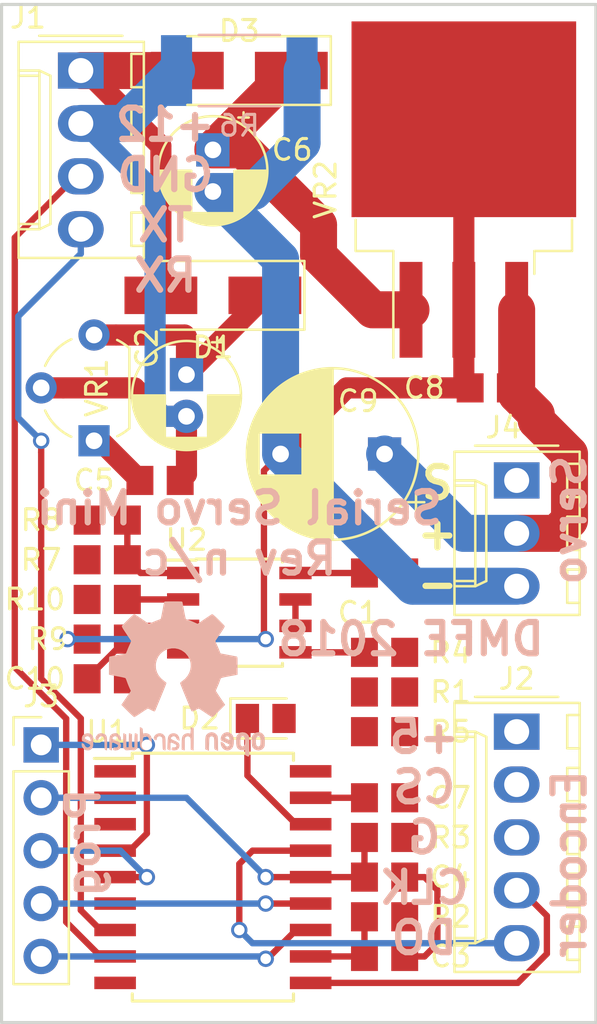
<source format=kicad_pcb>
(kicad_pcb (version 20171130) (host pcbnew "(5.0.0-rc2-80-gf95b77b)")

  (general
    (thickness 1.6)
    (drawings 12)
    (tracks 143)
    (zones 0)
    (modules 32)
    (nets 27)
  )

  (page A)
  (title_block
    (title "Serial Servo")
    (date 2018-06-19)
    (rev B)
    (company DMFE)
    (comment 1 "TTL Serial to R/C Servo w/ Encoder")
  )

  (layers
    (0 F.Cu signal)
    (31 B.Cu signal)
    (32 B.Adhes user hide)
    (33 F.Adhes user hide)
    (34 B.Paste user hide)
    (35 F.Paste user hide)
    (36 B.SilkS user hide)
    (37 F.SilkS user)
    (38 B.Mask user hide)
    (39 F.Mask user hide)
    (40 Dwgs.User user hide)
    (41 Cmts.User user hide)
    (42 Eco1.User user hide)
    (43 Eco2.User user hide)
    (44 Edge.Cuts user)
    (45 Margin user hide)
    (46 B.CrtYd user hide)
    (47 F.CrtYd user hide)
    (48 B.Fab user hide)
    (49 F.Fab user hide)
  )

  (setup
    (last_trace_width 0.3048)
    (user_trace_width 0.3048)
    (user_trace_width 0.508)
    (user_trace_width 0.635)
    (user_trace_width 1.016)
    (user_trace_width 1.27)
    (user_trace_width 1.778)
    (trace_clearance 0.2)
    (zone_clearance 0.508)
    (zone_45_only no)
    (trace_min 0.2)
    (segment_width 0.2)
    (edge_width 0.15)
    (via_size 0.7874)
    (via_drill 0.508)
    (via_min_size 0.4)
    (via_min_drill 0.3)
    (uvia_size 0.3)
    (uvia_drill 0.1)
    (uvias_allowed no)
    (uvia_min_size 0.2)
    (uvia_min_drill 0.1)
    (pcb_text_width 0.3)
    (pcb_text_size 1.5 1.5)
    (mod_edge_width 0.15)
    (mod_text_size 1 1)
    (mod_text_width 0.15)
    (pad_size 1.524 1.524)
    (pad_drill 0.762)
    (pad_to_mask_clearance 0.2)
    (aux_axis_origin 0 0)
    (visible_elements FFFFFF7F)
    (pcbplotparams
      (layerselection 0x010fc_ffffffff)
      (usegerberextensions false)
      (usegerberattributes false)
      (usegerberadvancedattributes false)
      (creategerberjobfile false)
      (excludeedgelayer true)
      (linewidth 0.100000)
      (plotframeref false)
      (viasonmask false)
      (mode 1)
      (useauxorigin false)
      (hpglpennumber 1)
      (hpglpenspeed 20)
      (hpglpendiameter 15.000000)
      (psnegative false)
      (psa4output false)
      (plotreference true)
      (plotvalue true)
      (plotinvisibletext false)
      (padsonsilk false)
      (subtractmaskfromsilk false)
      (outputformat 1)
      (mirror false)
      (drillshape 1)
      (scaleselection 1)
      (outputdirectory ""))
  )

  (net 0 "")
  (net 1 GND)
  (net 2 GNDA)
  (net 3 "Net-(C8-Pad1)")
  (net 4 +12V)
  (net 5 TX)
  (net 6 RX)
  (net 7 Enc_DO)
  (net 8 ENC_CLK)
  (net 9 ENC_CS)
  (net 10 +5V)
  (net 11 VPP)
  (net 12 PGC)
  (net 13 PGD)
  (net 14 ServoPWM)
  (net 15 Batt_V)
  (net 16 /AN0)
  (net 17 "Net-(R1-Pad1)")
  (net 18 "Net-(R7-Pad1)")
  (net 19 "Net-(R4-Pad2)")
  (net 20 "Net-(R2-Pad1)")
  (net 21 "Net-(C10-Pad1)")
  (net 22 "Net-(C2-Pad1)")
  (net 23 "Net-(C6-Pad1)")
  (net 24 "Net-(D2-Pad1)")
  (net 25 "Net-(D2-Pad2)")
  (net 26 "Net-(R10-Pad2)")

  (net_class Default "This is the default net class."
    (clearance 0.2)
    (trace_width 0.25)
    (via_dia 0.7874)
    (via_drill 0.508)
    (uvia_dia 0.3)
    (uvia_drill 0.1)
    (add_net +12V)
    (add_net +5V)
    (add_net /AN0)
    (add_net Batt_V)
    (add_net ENC_CLK)
    (add_net ENC_CS)
    (add_net Enc_DO)
    (add_net GND)
    (add_net GNDA)
    (add_net "Net-(C10-Pad1)")
    (add_net "Net-(C2-Pad1)")
    (add_net "Net-(C6-Pad1)")
    (add_net "Net-(C8-Pad1)")
    (add_net "Net-(D2-Pad1)")
    (add_net "Net-(D2-Pad2)")
    (add_net "Net-(R1-Pad1)")
    (add_net "Net-(R10-Pad2)")
    (add_net "Net-(R2-Pad1)")
    (add_net "Net-(R4-Pad2)")
    (add_net "Net-(R7-Pad1)")
    (add_net PGC)
    (add_net PGD)
    (add_net RX)
    (add_net ServoPWM)
    (add_net TX)
    (add_net VPP)
  )

  (module Capacitor_SMD:C_0805_2012Metric_Pad1.29x1.40mm_HandSolder (layer F.Cu) (tedit 5AC5DB74) (tstamp 5B2C8149)
    (at 104.775 106.68)
    (descr "Capacitor SMD 0805 (2012 Metric), square (rectangular) end terminal, IPC_7351 nominal with elongated pad for handsoldering. (Body size source: http://www.tortai-tech.com/upload/download/2011102023233369053.pdf), generated with kicad-footprint-generator")
    (tags "capacitor handsolder")
    (path /5AF39784)
    (attr smd)
    (fp_text reference C1 (at -1.27 1.905) (layer F.SilkS)
      (effects (font (size 1 1) (thickness 0.15)))
    )
    (fp_text value 0.1uF (at 0 1.65) (layer F.Fab)
      (effects (font (size 1 1) (thickness 0.15)))
    )
    (fp_line (start -1 0.6) (end -1 -0.6) (layer F.Fab) (width 0.1))
    (fp_line (start -1 -0.6) (end 1 -0.6) (layer F.Fab) (width 0.1))
    (fp_line (start 1 -0.6) (end 1 0.6) (layer F.Fab) (width 0.1))
    (fp_line (start 1 0.6) (end -1 0.6) (layer F.Fab) (width 0.1))
    (fp_line (start -1.86 0.95) (end -1.86 -0.95) (layer F.CrtYd) (width 0.05))
    (fp_line (start -1.86 -0.95) (end 1.86 -0.95) (layer F.CrtYd) (width 0.05))
    (fp_line (start 1.86 -0.95) (end 1.86 0.95) (layer F.CrtYd) (width 0.05))
    (fp_line (start 1.86 0.95) (end -1.86 0.95) (layer F.CrtYd) (width 0.05))
    (fp_text user %R (at 0 0) (layer F.Fab)
      (effects (font (size 0.5 0.5) (thickness 0.08)))
    )
    (pad 1 smd rect (at -0.9675 0) (size 1.295 1.4) (layers F.Cu F.Paste F.Mask)
      (net 10 +5V))
    (pad 2 smd rect (at 0.9675 0) (size 1.295 1.4) (layers F.Cu F.Paste F.Mask)
      (net 1 GND))
    (model ${KISYS3DMOD}/Capacitor_SMD.3dshapes/C_0805_2012Metric.wrl
      (at (xyz 0 0 0))
      (scale (xyz 1 1 1))
      (rotate (xyz 0 0 0))
    )
  )

  (module Capacitor_THT:CP_Radial_D5.0mm_P2.00mm (layer F.Cu) (tedit 5B2C4175) (tstamp 5B2C81CC)
    (at 95.25 97.155 270)
    (descr "CP, Radial series, Radial, pin pitch=2.00mm, , diameter=5mm, Electrolytic Capacitor")
    (tags "CP Radial series Radial pin pitch 2.00mm  diameter 5mm Electrolytic Capacitor")
    (path /5B1876D5)
    (fp_text reference C2 (at -1.27 1.905 270) (layer F.SilkS)
      (effects (font (size 1 1) (thickness 0.15)))
    )
    (fp_text value 2.2uF (at 1 3.75 270) (layer F.Fab)
      (effects (font (size 1 1) (thickness 0.15)))
    )
    (fp_circle (center 1 0) (end 3.5 0) (layer F.Fab) (width 0.1))
    (fp_circle (center 1 0) (end 3.62 0) (layer F.SilkS) (width 0.12))
    (fp_circle (center 1 0) (end 3.75 0) (layer F.CrtYd) (width 0.05))
    (fp_line (start -1.133605 -1.0875) (end -0.633605 -1.0875) (layer F.Fab) (width 0.1))
    (fp_line (start -0.883605 -1.3375) (end -0.883605 -0.8375) (layer F.Fab) (width 0.1))
    (fp_line (start 1 1.04) (end 1 2.58) (layer F.SilkS) (width 0.12))
    (fp_line (start 1 -2.58) (end 1 -1.04) (layer F.SilkS) (width 0.12))
    (fp_line (start 1.04 1.04) (end 1.04 2.58) (layer F.SilkS) (width 0.12))
    (fp_line (start 1.04 -2.58) (end 1.04 -1.04) (layer F.SilkS) (width 0.12))
    (fp_line (start 1.08 -2.579) (end 1.08 -1.04) (layer F.SilkS) (width 0.12))
    (fp_line (start 1.08 1.04) (end 1.08 2.579) (layer F.SilkS) (width 0.12))
    (fp_line (start 1.12 -2.578) (end 1.12 -1.04) (layer F.SilkS) (width 0.12))
    (fp_line (start 1.12 1.04) (end 1.12 2.578) (layer F.SilkS) (width 0.12))
    (fp_line (start 1.16 -2.576) (end 1.16 -1.04) (layer F.SilkS) (width 0.12))
    (fp_line (start 1.16 1.04) (end 1.16 2.576) (layer F.SilkS) (width 0.12))
    (fp_line (start 1.2 -2.573) (end 1.2 -1.04) (layer F.SilkS) (width 0.12))
    (fp_line (start 1.2 1.04) (end 1.2 2.573) (layer F.SilkS) (width 0.12))
    (fp_line (start 1.24 -2.569) (end 1.24 -1.04) (layer F.SilkS) (width 0.12))
    (fp_line (start 1.24 1.04) (end 1.24 2.569) (layer F.SilkS) (width 0.12))
    (fp_line (start 1.28 -2.565) (end 1.28 -1.04) (layer F.SilkS) (width 0.12))
    (fp_line (start 1.28 1.04) (end 1.28 2.565) (layer F.SilkS) (width 0.12))
    (fp_line (start 1.32 -2.561) (end 1.32 -1.04) (layer F.SilkS) (width 0.12))
    (fp_line (start 1.32 1.04) (end 1.32 2.561) (layer F.SilkS) (width 0.12))
    (fp_line (start 1.36 -2.556) (end 1.36 -1.04) (layer F.SilkS) (width 0.12))
    (fp_line (start 1.36 1.04) (end 1.36 2.556) (layer F.SilkS) (width 0.12))
    (fp_line (start 1.4 -2.55) (end 1.4 -1.04) (layer F.SilkS) (width 0.12))
    (fp_line (start 1.4 1.04) (end 1.4 2.55) (layer F.SilkS) (width 0.12))
    (fp_line (start 1.44 -2.543) (end 1.44 -1.04) (layer F.SilkS) (width 0.12))
    (fp_line (start 1.44 1.04) (end 1.44 2.543) (layer F.SilkS) (width 0.12))
    (fp_line (start 1.48 -2.536) (end 1.48 -1.04) (layer F.SilkS) (width 0.12))
    (fp_line (start 1.48 1.04) (end 1.48 2.536) (layer F.SilkS) (width 0.12))
    (fp_line (start 1.52 -2.528) (end 1.52 -1.04) (layer F.SilkS) (width 0.12))
    (fp_line (start 1.52 1.04) (end 1.52 2.528) (layer F.SilkS) (width 0.12))
    (fp_line (start 1.56 -2.52) (end 1.56 -1.04) (layer F.SilkS) (width 0.12))
    (fp_line (start 1.56 1.04) (end 1.56 2.52) (layer F.SilkS) (width 0.12))
    (fp_line (start 1.6 -2.511) (end 1.6 -1.04) (layer F.SilkS) (width 0.12))
    (fp_line (start 1.6 1.04) (end 1.6 2.511) (layer F.SilkS) (width 0.12))
    (fp_line (start 1.64 -2.501) (end 1.64 -1.04) (layer F.SilkS) (width 0.12))
    (fp_line (start 1.64 1.04) (end 1.64 2.501) (layer F.SilkS) (width 0.12))
    (fp_line (start 1.68 -2.491) (end 1.68 -1.04) (layer F.SilkS) (width 0.12))
    (fp_line (start 1.68 1.04) (end 1.68 2.491) (layer F.SilkS) (width 0.12))
    (fp_line (start 1.721 -2.48) (end 1.721 -1.04) (layer F.SilkS) (width 0.12))
    (fp_line (start 1.721 1.04) (end 1.721 2.48) (layer F.SilkS) (width 0.12))
    (fp_line (start 1.761 -2.468) (end 1.761 -1.04) (layer F.SilkS) (width 0.12))
    (fp_line (start 1.761 1.04) (end 1.761 2.468) (layer F.SilkS) (width 0.12))
    (fp_line (start 1.801 -2.455) (end 1.801 -1.04) (layer F.SilkS) (width 0.12))
    (fp_line (start 1.801 1.04) (end 1.801 2.455) (layer F.SilkS) (width 0.12))
    (fp_line (start 1.841 -2.442) (end 1.841 -1.04) (layer F.SilkS) (width 0.12))
    (fp_line (start 1.841 1.04) (end 1.841 2.442) (layer F.SilkS) (width 0.12))
    (fp_line (start 1.881 -2.428) (end 1.881 -1.04) (layer F.SilkS) (width 0.12))
    (fp_line (start 1.881 1.04) (end 1.881 2.428) (layer F.SilkS) (width 0.12))
    (fp_line (start 1.921 -2.414) (end 1.921 -1.04) (layer F.SilkS) (width 0.12))
    (fp_line (start 1.921 1.04) (end 1.921 2.414) (layer F.SilkS) (width 0.12))
    (fp_line (start 1.961 -2.398) (end 1.961 -1.04) (layer F.SilkS) (width 0.12))
    (fp_line (start 1.961 1.04) (end 1.961 2.398) (layer F.SilkS) (width 0.12))
    (fp_line (start 2.001 -2.382) (end 2.001 -1.04) (layer F.SilkS) (width 0.12))
    (fp_line (start 2.001 1.04) (end 2.001 2.382) (layer F.SilkS) (width 0.12))
    (fp_line (start 2.041 -2.365) (end 2.041 -1.04) (layer F.SilkS) (width 0.12))
    (fp_line (start 2.041 1.04) (end 2.041 2.365) (layer F.SilkS) (width 0.12))
    (fp_line (start 2.081 -2.348) (end 2.081 -1.04) (layer F.SilkS) (width 0.12))
    (fp_line (start 2.081 1.04) (end 2.081 2.348) (layer F.SilkS) (width 0.12))
    (fp_line (start 2.121 -2.329) (end 2.121 -1.04) (layer F.SilkS) (width 0.12))
    (fp_line (start 2.121 1.04) (end 2.121 2.329) (layer F.SilkS) (width 0.12))
    (fp_line (start 2.161 -2.31) (end 2.161 -1.04) (layer F.SilkS) (width 0.12))
    (fp_line (start 2.161 1.04) (end 2.161 2.31) (layer F.SilkS) (width 0.12))
    (fp_line (start 2.201 -2.29) (end 2.201 -1.04) (layer F.SilkS) (width 0.12))
    (fp_line (start 2.201 1.04) (end 2.201 2.29) (layer F.SilkS) (width 0.12))
    (fp_line (start 2.241 -2.268) (end 2.241 -1.04) (layer F.SilkS) (width 0.12))
    (fp_line (start 2.241 1.04) (end 2.241 2.268) (layer F.SilkS) (width 0.12))
    (fp_line (start 2.281 -2.247) (end 2.281 -1.04) (layer F.SilkS) (width 0.12))
    (fp_line (start 2.281 1.04) (end 2.281 2.247) (layer F.SilkS) (width 0.12))
    (fp_line (start 2.321 -2.224) (end 2.321 -1.04) (layer F.SilkS) (width 0.12))
    (fp_line (start 2.321 1.04) (end 2.321 2.224) (layer F.SilkS) (width 0.12))
    (fp_line (start 2.361 -2.2) (end 2.361 -1.04) (layer F.SilkS) (width 0.12))
    (fp_line (start 2.361 1.04) (end 2.361 2.2) (layer F.SilkS) (width 0.12))
    (fp_line (start 2.401 -2.175) (end 2.401 -1.04) (layer F.SilkS) (width 0.12))
    (fp_line (start 2.401 1.04) (end 2.401 2.175) (layer F.SilkS) (width 0.12))
    (fp_line (start 2.441 -2.149) (end 2.441 -1.04) (layer F.SilkS) (width 0.12))
    (fp_line (start 2.441 1.04) (end 2.441 2.149) (layer F.SilkS) (width 0.12))
    (fp_line (start 2.481 -2.122) (end 2.481 -1.04) (layer F.SilkS) (width 0.12))
    (fp_line (start 2.481 1.04) (end 2.481 2.122) (layer F.SilkS) (width 0.12))
    (fp_line (start 2.521 -2.095) (end 2.521 -1.04) (layer F.SilkS) (width 0.12))
    (fp_line (start 2.521 1.04) (end 2.521 2.095) (layer F.SilkS) (width 0.12))
    (fp_line (start 2.561 -2.065) (end 2.561 -1.04) (layer F.SilkS) (width 0.12))
    (fp_line (start 2.561 1.04) (end 2.561 2.065) (layer F.SilkS) (width 0.12))
    (fp_line (start 2.601 -2.035) (end 2.601 -1.04) (layer F.SilkS) (width 0.12))
    (fp_line (start 2.601 1.04) (end 2.601 2.035) (layer F.SilkS) (width 0.12))
    (fp_line (start 2.641 -2.004) (end 2.641 -1.04) (layer F.SilkS) (width 0.12))
    (fp_line (start 2.641 1.04) (end 2.641 2.004) (layer F.SilkS) (width 0.12))
    (fp_line (start 2.681 -1.971) (end 2.681 -1.04) (layer F.SilkS) (width 0.12))
    (fp_line (start 2.681 1.04) (end 2.681 1.971) (layer F.SilkS) (width 0.12))
    (fp_line (start 2.721 -1.937) (end 2.721 -1.04) (layer F.SilkS) (width 0.12))
    (fp_line (start 2.721 1.04) (end 2.721 1.937) (layer F.SilkS) (width 0.12))
    (fp_line (start 2.761 -1.901) (end 2.761 -1.04) (layer F.SilkS) (width 0.12))
    (fp_line (start 2.761 1.04) (end 2.761 1.901) (layer F.SilkS) (width 0.12))
    (fp_line (start 2.801 -1.864) (end 2.801 -1.04) (layer F.SilkS) (width 0.12))
    (fp_line (start 2.801 1.04) (end 2.801 1.864) (layer F.SilkS) (width 0.12))
    (fp_line (start 2.841 -1.826) (end 2.841 -1.04) (layer F.SilkS) (width 0.12))
    (fp_line (start 2.841 1.04) (end 2.841 1.826) (layer F.SilkS) (width 0.12))
    (fp_line (start 2.881 -1.785) (end 2.881 -1.04) (layer F.SilkS) (width 0.12))
    (fp_line (start 2.881 1.04) (end 2.881 1.785) (layer F.SilkS) (width 0.12))
    (fp_line (start 2.921 -1.743) (end 2.921 -1.04) (layer F.SilkS) (width 0.12))
    (fp_line (start 2.921 1.04) (end 2.921 1.743) (layer F.SilkS) (width 0.12))
    (fp_line (start 2.961 -1.699) (end 2.961 -1.04) (layer F.SilkS) (width 0.12))
    (fp_line (start 2.961 1.04) (end 2.961 1.699) (layer F.SilkS) (width 0.12))
    (fp_line (start 3.001 -1.653) (end 3.001 -1.04) (layer F.SilkS) (width 0.12))
    (fp_line (start 3.001 1.04) (end 3.001 1.653) (layer F.SilkS) (width 0.12))
    (fp_line (start 3.041 -1.605) (end 3.041 1.605) (layer F.SilkS) (width 0.12))
    (fp_line (start 3.081 -1.554) (end 3.081 1.554) (layer F.SilkS) (width 0.12))
    (fp_line (start 3.121 -1.5) (end 3.121 1.5) (layer F.SilkS) (width 0.12))
    (fp_line (start 3.161 -1.443) (end 3.161 1.443) (layer F.SilkS) (width 0.12))
    (fp_line (start 3.201 -1.383) (end 3.201 1.383) (layer F.SilkS) (width 0.12))
    (fp_line (start 3.241 -1.319) (end 3.241 1.319) (layer F.SilkS) (width 0.12))
    (fp_line (start 3.281 -1.251) (end 3.281 1.251) (layer F.SilkS) (width 0.12))
    (fp_line (start 3.321 -1.178) (end 3.321 1.178) (layer F.SilkS) (width 0.12))
    (fp_line (start 3.361 -1.098) (end 3.361 1.098) (layer F.SilkS) (width 0.12))
    (fp_line (start 3.401 -1.011) (end 3.401 1.011) (layer F.SilkS) (width 0.12))
    (fp_line (start 3.441 -0.915) (end 3.441 0.915) (layer F.SilkS) (width 0.12))
    (fp_line (start 3.481 -0.805) (end 3.481 0.805) (layer F.SilkS) (width 0.12))
    (fp_line (start 3.521 -0.677) (end 3.521 0.677) (layer F.SilkS) (width 0.12))
    (fp_line (start 3.561 -0.518) (end 3.561 0.518) (layer F.SilkS) (width 0.12))
    (fp_line (start 3.601 -0.284) (end 3.601 0.284) (layer F.SilkS) (width 0.12))
    (fp_line (start -1.804775 -1.475) (end -1.304775 -1.475) (layer F.SilkS) (width 0.12))
    (fp_line (start -1.554775 -1.725) (end -1.554775 -1.225) (layer F.SilkS) (width 0.12))
    (fp_text user %R (at 1 0 270) (layer F.Fab)
      (effects (font (size 1 1) (thickness 0.15)))
    )
    (pad 1 thru_hole rect (at 0 0 270) (size 1.6 1.6) (drill 0.8) (layers *.Cu *.Mask)
      (net 22 "Net-(C2-Pad1)"))
    (pad 2 thru_hole circle (at 2 0 270) (size 1.6 1.6) (drill 0.8) (layers *.Cu *.Mask)
      (net 1 GND))
    (model ${KISYS3DMOD}/Capacitor_THT.3dshapes/CP_Radial_D5.0mm_P2.00mm.wrl
      (at (xyz 0 0 0))
      (scale (xyz 1 1 1))
      (rotate (xyz 0 0 0))
    )
  )

  (module Capacitor_SMD:C_0805_2012Metric_Pad1.29x1.40mm_HandSolder (layer F.Cu) (tedit 5AC5DB74) (tstamp 5B2C81DB)
    (at 104.775 125.095)
    (descr "Capacitor SMD 0805 (2012 Metric), square (rectangular) end terminal, IPC_7351 nominal with elongated pad for handsoldering. (Body size source: http://www.tortai-tech.com/upload/download/2011102023233369053.pdf), generated with kicad-footprint-generator")
    (tags "capacitor handsolder")
    (path /5AFEFA86)
    (attr smd)
    (fp_text reference C3 (at 3.175 0) (layer F.SilkS)
      (effects (font (size 1 1) (thickness 0.15)))
    )
    (fp_text value 0.1uF (at 0 1.65) (layer F.Fab)
      (effects (font (size 1 1) (thickness 0.15)))
    )
    (fp_text user %R (at 0 0) (layer F.Fab)
      (effects (font (size 0.5 0.5) (thickness 0.08)))
    )
    (fp_line (start 1.86 0.95) (end -1.86 0.95) (layer F.CrtYd) (width 0.05))
    (fp_line (start 1.86 -0.95) (end 1.86 0.95) (layer F.CrtYd) (width 0.05))
    (fp_line (start -1.86 -0.95) (end 1.86 -0.95) (layer F.CrtYd) (width 0.05))
    (fp_line (start -1.86 0.95) (end -1.86 -0.95) (layer F.CrtYd) (width 0.05))
    (fp_line (start 1 0.6) (end -1 0.6) (layer F.Fab) (width 0.1))
    (fp_line (start 1 -0.6) (end 1 0.6) (layer F.Fab) (width 0.1))
    (fp_line (start -1 -0.6) (end 1 -0.6) (layer F.Fab) (width 0.1))
    (fp_line (start -1 0.6) (end -1 -0.6) (layer F.Fab) (width 0.1))
    (pad 2 smd rect (at 0.9675 0) (size 1.295 1.4) (layers F.Cu F.Paste F.Mask)
      (net 1 GND))
    (pad 1 smd rect (at -0.9675 0) (size 1.295 1.4) (layers F.Cu F.Paste F.Mask)
      (net 15 Batt_V))
    (model ${KISYS3DMOD}/Capacitor_SMD.3dshapes/C_0805_2012Metric.wrl
      (at (xyz 0 0 0))
      (scale (xyz 1 1 1))
      (rotate (xyz 0 0 0))
    )
  )

  (module Capacitor_SMD:C_0805_2012Metric_Pad1.29x1.40mm_HandSolder (layer F.Cu) (tedit 5B2C418A) (tstamp 5B2C81EA)
    (at 93.98 102.235)
    (descr "Capacitor SMD 0805 (2012 Metric), square (rectangular) end terminal, IPC_7351 nominal with elongated pad for handsoldering. (Body size source: http://www.tortai-tech.com/upload/download/2011102023233369053.pdf), generated with kicad-footprint-generator")
    (tags "capacitor handsolder")
    (path /5AEA8C2C)
    (attr smd)
    (fp_text reference C5 (at -3.175 0) (layer F.SilkS)
      (effects (font (size 1 1) (thickness 0.15)))
    )
    (fp_text value 0.1uF (at 0 1.65) (layer F.Fab)
      (effects (font (size 1 1) (thickness 0.15)))
    )
    (fp_line (start -1 0.6) (end -1 -0.6) (layer F.Fab) (width 0.1))
    (fp_line (start -1 -0.6) (end 1 -0.6) (layer F.Fab) (width 0.1))
    (fp_line (start 1 -0.6) (end 1 0.6) (layer F.Fab) (width 0.1))
    (fp_line (start 1 0.6) (end -1 0.6) (layer F.Fab) (width 0.1))
    (fp_line (start -1.86 0.95) (end -1.86 -0.95) (layer F.CrtYd) (width 0.05))
    (fp_line (start -1.86 -0.95) (end 1.86 -0.95) (layer F.CrtYd) (width 0.05))
    (fp_line (start 1.86 -0.95) (end 1.86 0.95) (layer F.CrtYd) (width 0.05))
    (fp_line (start 1.86 0.95) (end -1.86 0.95) (layer F.CrtYd) (width 0.05))
    (fp_text user %R (at 0 0) (layer F.Fab)
      (effects (font (size 0.5 0.5) (thickness 0.08)))
    )
    (pad 1 smd rect (at -0.9675 0) (size 1.295 1.4) (layers F.Cu F.Paste F.Mask)
      (net 10 +5V))
    (pad 2 smd rect (at 0.9675 0) (size 1.295 1.4) (layers F.Cu F.Paste F.Mask)
      (net 1 GND))
    (model ${KISYS3DMOD}/Capacitor_SMD.3dshapes/C_0805_2012Metric.wrl
      (at (xyz 0 0 0))
      (scale (xyz 1 1 1))
      (rotate (xyz 0 0 0))
    )
  )

  (module Capacitor_THT:CP_Radial_D5.0mm_P2.00mm (layer F.Cu) (tedit 5B2C416C) (tstamp 5B2C826D)
    (at 96.52 86.36 270)
    (descr "CP, Radial series, Radial, pin pitch=2.00mm, , diameter=5mm, Electrolytic Capacitor")
    (tags "CP Radial series Radial pin pitch 2.00mm  diameter 5mm Electrolytic Capacitor")
    (path /5B187AD3)
    (fp_text reference C6 (at 0 -3.81) (layer F.SilkS)
      (effects (font (size 1 1) (thickness 0.15)))
    )
    (fp_text value 2.2uF (at 1 3.75 270) (layer F.Fab)
      (effects (font (size 1 1) (thickness 0.15)))
    )
    (fp_text user %R (at 1 0 270) (layer F.Fab)
      (effects (font (size 1 1) (thickness 0.15)))
    )
    (fp_line (start -1.554775 -1.725) (end -1.554775 -1.225) (layer F.SilkS) (width 0.12))
    (fp_line (start -1.804775 -1.475) (end -1.304775 -1.475) (layer F.SilkS) (width 0.12))
    (fp_line (start 3.601 -0.284) (end 3.601 0.284) (layer F.SilkS) (width 0.12))
    (fp_line (start 3.561 -0.518) (end 3.561 0.518) (layer F.SilkS) (width 0.12))
    (fp_line (start 3.521 -0.677) (end 3.521 0.677) (layer F.SilkS) (width 0.12))
    (fp_line (start 3.481 -0.805) (end 3.481 0.805) (layer F.SilkS) (width 0.12))
    (fp_line (start 3.441 -0.915) (end 3.441 0.915) (layer F.SilkS) (width 0.12))
    (fp_line (start 3.401 -1.011) (end 3.401 1.011) (layer F.SilkS) (width 0.12))
    (fp_line (start 3.361 -1.098) (end 3.361 1.098) (layer F.SilkS) (width 0.12))
    (fp_line (start 3.321 -1.178) (end 3.321 1.178) (layer F.SilkS) (width 0.12))
    (fp_line (start 3.281 -1.251) (end 3.281 1.251) (layer F.SilkS) (width 0.12))
    (fp_line (start 3.241 -1.319) (end 3.241 1.319) (layer F.SilkS) (width 0.12))
    (fp_line (start 3.201 -1.383) (end 3.201 1.383) (layer F.SilkS) (width 0.12))
    (fp_line (start 3.161 -1.443) (end 3.161 1.443) (layer F.SilkS) (width 0.12))
    (fp_line (start 3.121 -1.5) (end 3.121 1.5) (layer F.SilkS) (width 0.12))
    (fp_line (start 3.081 -1.554) (end 3.081 1.554) (layer F.SilkS) (width 0.12))
    (fp_line (start 3.041 -1.605) (end 3.041 1.605) (layer F.SilkS) (width 0.12))
    (fp_line (start 3.001 1.04) (end 3.001 1.653) (layer F.SilkS) (width 0.12))
    (fp_line (start 3.001 -1.653) (end 3.001 -1.04) (layer F.SilkS) (width 0.12))
    (fp_line (start 2.961 1.04) (end 2.961 1.699) (layer F.SilkS) (width 0.12))
    (fp_line (start 2.961 -1.699) (end 2.961 -1.04) (layer F.SilkS) (width 0.12))
    (fp_line (start 2.921 1.04) (end 2.921 1.743) (layer F.SilkS) (width 0.12))
    (fp_line (start 2.921 -1.743) (end 2.921 -1.04) (layer F.SilkS) (width 0.12))
    (fp_line (start 2.881 1.04) (end 2.881 1.785) (layer F.SilkS) (width 0.12))
    (fp_line (start 2.881 -1.785) (end 2.881 -1.04) (layer F.SilkS) (width 0.12))
    (fp_line (start 2.841 1.04) (end 2.841 1.826) (layer F.SilkS) (width 0.12))
    (fp_line (start 2.841 -1.826) (end 2.841 -1.04) (layer F.SilkS) (width 0.12))
    (fp_line (start 2.801 1.04) (end 2.801 1.864) (layer F.SilkS) (width 0.12))
    (fp_line (start 2.801 -1.864) (end 2.801 -1.04) (layer F.SilkS) (width 0.12))
    (fp_line (start 2.761 1.04) (end 2.761 1.901) (layer F.SilkS) (width 0.12))
    (fp_line (start 2.761 -1.901) (end 2.761 -1.04) (layer F.SilkS) (width 0.12))
    (fp_line (start 2.721 1.04) (end 2.721 1.937) (layer F.SilkS) (width 0.12))
    (fp_line (start 2.721 -1.937) (end 2.721 -1.04) (layer F.SilkS) (width 0.12))
    (fp_line (start 2.681 1.04) (end 2.681 1.971) (layer F.SilkS) (width 0.12))
    (fp_line (start 2.681 -1.971) (end 2.681 -1.04) (layer F.SilkS) (width 0.12))
    (fp_line (start 2.641 1.04) (end 2.641 2.004) (layer F.SilkS) (width 0.12))
    (fp_line (start 2.641 -2.004) (end 2.641 -1.04) (layer F.SilkS) (width 0.12))
    (fp_line (start 2.601 1.04) (end 2.601 2.035) (layer F.SilkS) (width 0.12))
    (fp_line (start 2.601 -2.035) (end 2.601 -1.04) (layer F.SilkS) (width 0.12))
    (fp_line (start 2.561 1.04) (end 2.561 2.065) (layer F.SilkS) (width 0.12))
    (fp_line (start 2.561 -2.065) (end 2.561 -1.04) (layer F.SilkS) (width 0.12))
    (fp_line (start 2.521 1.04) (end 2.521 2.095) (layer F.SilkS) (width 0.12))
    (fp_line (start 2.521 -2.095) (end 2.521 -1.04) (layer F.SilkS) (width 0.12))
    (fp_line (start 2.481 1.04) (end 2.481 2.122) (layer F.SilkS) (width 0.12))
    (fp_line (start 2.481 -2.122) (end 2.481 -1.04) (layer F.SilkS) (width 0.12))
    (fp_line (start 2.441 1.04) (end 2.441 2.149) (layer F.SilkS) (width 0.12))
    (fp_line (start 2.441 -2.149) (end 2.441 -1.04) (layer F.SilkS) (width 0.12))
    (fp_line (start 2.401 1.04) (end 2.401 2.175) (layer F.SilkS) (width 0.12))
    (fp_line (start 2.401 -2.175) (end 2.401 -1.04) (layer F.SilkS) (width 0.12))
    (fp_line (start 2.361 1.04) (end 2.361 2.2) (layer F.SilkS) (width 0.12))
    (fp_line (start 2.361 -2.2) (end 2.361 -1.04) (layer F.SilkS) (width 0.12))
    (fp_line (start 2.321 1.04) (end 2.321 2.224) (layer F.SilkS) (width 0.12))
    (fp_line (start 2.321 -2.224) (end 2.321 -1.04) (layer F.SilkS) (width 0.12))
    (fp_line (start 2.281 1.04) (end 2.281 2.247) (layer F.SilkS) (width 0.12))
    (fp_line (start 2.281 -2.247) (end 2.281 -1.04) (layer F.SilkS) (width 0.12))
    (fp_line (start 2.241 1.04) (end 2.241 2.268) (layer F.SilkS) (width 0.12))
    (fp_line (start 2.241 -2.268) (end 2.241 -1.04) (layer F.SilkS) (width 0.12))
    (fp_line (start 2.201 1.04) (end 2.201 2.29) (layer F.SilkS) (width 0.12))
    (fp_line (start 2.201 -2.29) (end 2.201 -1.04) (layer F.SilkS) (width 0.12))
    (fp_line (start 2.161 1.04) (end 2.161 2.31) (layer F.SilkS) (width 0.12))
    (fp_line (start 2.161 -2.31) (end 2.161 -1.04) (layer F.SilkS) (width 0.12))
    (fp_line (start 2.121 1.04) (end 2.121 2.329) (layer F.SilkS) (width 0.12))
    (fp_line (start 2.121 -2.329) (end 2.121 -1.04) (layer F.SilkS) (width 0.12))
    (fp_line (start 2.081 1.04) (end 2.081 2.348) (layer F.SilkS) (width 0.12))
    (fp_line (start 2.081 -2.348) (end 2.081 -1.04) (layer F.SilkS) (width 0.12))
    (fp_line (start 2.041 1.04) (end 2.041 2.365) (layer F.SilkS) (width 0.12))
    (fp_line (start 2.041 -2.365) (end 2.041 -1.04) (layer F.SilkS) (width 0.12))
    (fp_line (start 2.001 1.04) (end 2.001 2.382) (layer F.SilkS) (width 0.12))
    (fp_line (start 2.001 -2.382) (end 2.001 -1.04) (layer F.SilkS) (width 0.12))
    (fp_line (start 1.961 1.04) (end 1.961 2.398) (layer F.SilkS) (width 0.12))
    (fp_line (start 1.961 -2.398) (end 1.961 -1.04) (layer F.SilkS) (width 0.12))
    (fp_line (start 1.921 1.04) (end 1.921 2.414) (layer F.SilkS) (width 0.12))
    (fp_line (start 1.921 -2.414) (end 1.921 -1.04) (layer F.SilkS) (width 0.12))
    (fp_line (start 1.881 1.04) (end 1.881 2.428) (layer F.SilkS) (width 0.12))
    (fp_line (start 1.881 -2.428) (end 1.881 -1.04) (layer F.SilkS) (width 0.12))
    (fp_line (start 1.841 1.04) (end 1.841 2.442) (layer F.SilkS) (width 0.12))
    (fp_line (start 1.841 -2.442) (end 1.841 -1.04) (layer F.SilkS) (width 0.12))
    (fp_line (start 1.801 1.04) (end 1.801 2.455) (layer F.SilkS) (width 0.12))
    (fp_line (start 1.801 -2.455) (end 1.801 -1.04) (layer F.SilkS) (width 0.12))
    (fp_line (start 1.761 1.04) (end 1.761 2.468) (layer F.SilkS) (width 0.12))
    (fp_line (start 1.761 -2.468) (end 1.761 -1.04) (layer F.SilkS) (width 0.12))
    (fp_line (start 1.721 1.04) (end 1.721 2.48) (layer F.SilkS) (width 0.12))
    (fp_line (start 1.721 -2.48) (end 1.721 -1.04) (layer F.SilkS) (width 0.12))
    (fp_line (start 1.68 1.04) (end 1.68 2.491) (layer F.SilkS) (width 0.12))
    (fp_line (start 1.68 -2.491) (end 1.68 -1.04) (layer F.SilkS) (width 0.12))
    (fp_line (start 1.64 1.04) (end 1.64 2.501) (layer F.SilkS) (width 0.12))
    (fp_line (start 1.64 -2.501) (end 1.64 -1.04) (layer F.SilkS) (width 0.12))
    (fp_line (start 1.6 1.04) (end 1.6 2.511) (layer F.SilkS) (width 0.12))
    (fp_line (start 1.6 -2.511) (end 1.6 -1.04) (layer F.SilkS) (width 0.12))
    (fp_line (start 1.56 1.04) (end 1.56 2.52) (layer F.SilkS) (width 0.12))
    (fp_line (start 1.56 -2.52) (end 1.56 -1.04) (layer F.SilkS) (width 0.12))
    (fp_line (start 1.52 1.04) (end 1.52 2.528) (layer F.SilkS) (width 0.12))
    (fp_line (start 1.52 -2.528) (end 1.52 -1.04) (layer F.SilkS) (width 0.12))
    (fp_line (start 1.48 1.04) (end 1.48 2.536) (layer F.SilkS) (width 0.12))
    (fp_line (start 1.48 -2.536) (end 1.48 -1.04) (layer F.SilkS) (width 0.12))
    (fp_line (start 1.44 1.04) (end 1.44 2.543) (layer F.SilkS) (width 0.12))
    (fp_line (start 1.44 -2.543) (end 1.44 -1.04) (layer F.SilkS) (width 0.12))
    (fp_line (start 1.4 1.04) (end 1.4 2.55) (layer F.SilkS) (width 0.12))
    (fp_line (start 1.4 -2.55) (end 1.4 -1.04) (layer F.SilkS) (width 0.12))
    (fp_line (start 1.36 1.04) (end 1.36 2.556) (layer F.SilkS) (width 0.12))
    (fp_line (start 1.36 -2.556) (end 1.36 -1.04) (layer F.SilkS) (width 0.12))
    (fp_line (start 1.32 1.04) (end 1.32 2.561) (layer F.SilkS) (width 0.12))
    (fp_line (start 1.32 -2.561) (end 1.32 -1.04) (layer F.SilkS) (width 0.12))
    (fp_line (start 1.28 1.04) (end 1.28 2.565) (layer F.SilkS) (width 0.12))
    (fp_line (start 1.28 -2.565) (end 1.28 -1.04) (layer F.SilkS) (width 0.12))
    (fp_line (start 1.24 1.04) (end 1.24 2.569) (layer F.SilkS) (width 0.12))
    (fp_line (start 1.24 -2.569) (end 1.24 -1.04) (layer F.SilkS) (width 0.12))
    (fp_line (start 1.2 1.04) (end 1.2 2.573) (layer F.SilkS) (width 0.12))
    (fp_line (start 1.2 -2.573) (end 1.2 -1.04) (layer F.SilkS) (width 0.12))
    (fp_line (start 1.16 1.04) (end 1.16 2.576) (layer F.SilkS) (width 0.12))
    (fp_line (start 1.16 -2.576) (end 1.16 -1.04) (layer F.SilkS) (width 0.12))
    (fp_line (start 1.12 1.04) (end 1.12 2.578) (layer F.SilkS) (width 0.12))
    (fp_line (start 1.12 -2.578) (end 1.12 -1.04) (layer F.SilkS) (width 0.12))
    (fp_line (start 1.08 1.04) (end 1.08 2.579) (layer F.SilkS) (width 0.12))
    (fp_line (start 1.08 -2.579) (end 1.08 -1.04) (layer F.SilkS) (width 0.12))
    (fp_line (start 1.04 -2.58) (end 1.04 -1.04) (layer F.SilkS) (width 0.12))
    (fp_line (start 1.04 1.04) (end 1.04 2.58) (layer F.SilkS) (width 0.12))
    (fp_line (start 1 -2.58) (end 1 -1.04) (layer F.SilkS) (width 0.12))
    (fp_line (start 1 1.04) (end 1 2.58) (layer F.SilkS) (width 0.12))
    (fp_line (start -0.883605 -1.3375) (end -0.883605 -0.8375) (layer F.Fab) (width 0.1))
    (fp_line (start -1.133605 -1.0875) (end -0.633605 -1.0875) (layer F.Fab) (width 0.1))
    (fp_circle (center 1 0) (end 3.75 0) (layer F.CrtYd) (width 0.05))
    (fp_circle (center 1 0) (end 3.62 0) (layer F.SilkS) (width 0.12))
    (fp_circle (center 1 0) (end 3.5 0) (layer F.Fab) (width 0.1))
    (pad 2 thru_hole circle (at 2 0 270) (size 1.6 1.6) (drill 0.8) (layers *.Cu *.Mask)
      (net 2 GNDA))
    (pad 1 thru_hole rect (at 0 0 270) (size 1.6 1.6) (drill 0.8) (layers *.Cu *.Mask)
      (net 23 "Net-(C6-Pad1)"))
    (model ${KISYS3DMOD}/Capacitor_THT.3dshapes/CP_Radial_D5.0mm_P2.00mm.wrl
      (at (xyz 0 0 0))
      (scale (xyz 1 1 1))
      (rotate (xyz 0 0 0))
    )
  )

  (module Capacitor_SMD:C_0805_2012Metric_Pad1.29x1.40mm_HandSolder (layer F.Cu) (tedit 5AC5DB74) (tstamp 5B2C828B)
    (at 104.775 117.475)
    (descr "Capacitor SMD 0805 (2012 Metric), square (rectangular) end terminal, IPC_7351 nominal with elongated pad for handsoldering. (Body size source: http://www.tortai-tech.com/upload/download/2011102023233369053.pdf), generated with kicad-footprint-generator")
    (tags "capacitor handsolder")
    (path /5AF027DA)
    (attr smd)
    (fp_text reference C7 (at 3.175 0) (layer F.SilkS)
      (effects (font (size 1 1) (thickness 0.15)))
    )
    (fp_text value 0.1uF (at 0 1.65) (layer F.Fab)
      (effects (font (size 1 1) (thickness 0.15)))
    )
    (fp_text user %R (at 0 0) (layer F.Fab)
      (effects (font (size 0.5 0.5) (thickness 0.08)))
    )
    (fp_line (start 1.86 0.95) (end -1.86 0.95) (layer F.CrtYd) (width 0.05))
    (fp_line (start 1.86 -0.95) (end 1.86 0.95) (layer F.CrtYd) (width 0.05))
    (fp_line (start -1.86 -0.95) (end 1.86 -0.95) (layer F.CrtYd) (width 0.05))
    (fp_line (start -1.86 0.95) (end -1.86 -0.95) (layer F.CrtYd) (width 0.05))
    (fp_line (start 1 0.6) (end -1 0.6) (layer F.Fab) (width 0.1))
    (fp_line (start 1 -0.6) (end 1 0.6) (layer F.Fab) (width 0.1))
    (fp_line (start -1 -0.6) (end 1 -0.6) (layer F.Fab) (width 0.1))
    (fp_line (start -1 0.6) (end -1 -0.6) (layer F.Fab) (width 0.1))
    (pad 2 smd rect (at 0.9675 0) (size 1.295 1.4) (layers F.Cu F.Paste F.Mask)
      (net 1 GND))
    (pad 1 smd rect (at -0.9675 0) (size 1.295 1.4) (layers F.Cu F.Paste F.Mask)
      (net 16 /AN0))
    (model ${KISYS3DMOD}/Capacitor_SMD.3dshapes/C_0805_2012Metric.wrl
      (at (xyz 0 0 0))
      (scale (xyz 1 1 1))
      (rotate (xyz 0 0 0))
    )
  )

  (module Capacitor_SMD:C_0805_2012Metric_Pad1.29x1.40mm_HandSolder (layer F.Cu) (tedit 5AC5DB74) (tstamp 5B2C829A)
    (at 109.855 97.79 180)
    (descr "Capacitor SMD 0805 (2012 Metric), square (rectangular) end terminal, IPC_7351 nominal with elongated pad for handsoldering. (Body size source: http://www.tortai-tech.com/upload/download/2011102023233369053.pdf), generated with kicad-footprint-generator")
    (tags "capacitor handsolder")
    (path /5AED0B66)
    (attr smd)
    (fp_text reference C8 (at 3.175 0 180) (layer F.SilkS)
      (effects (font (size 1 1) (thickness 0.15)))
    )
    (fp_text value 0.1uF (at 0 1.65 180) (layer F.Fab)
      (effects (font (size 1 1) (thickness 0.15)))
    )
    (fp_line (start -1 0.6) (end -1 -0.6) (layer F.Fab) (width 0.1))
    (fp_line (start -1 -0.6) (end 1 -0.6) (layer F.Fab) (width 0.1))
    (fp_line (start 1 -0.6) (end 1 0.6) (layer F.Fab) (width 0.1))
    (fp_line (start 1 0.6) (end -1 0.6) (layer F.Fab) (width 0.1))
    (fp_line (start -1.86 0.95) (end -1.86 -0.95) (layer F.CrtYd) (width 0.05))
    (fp_line (start -1.86 -0.95) (end 1.86 -0.95) (layer F.CrtYd) (width 0.05))
    (fp_line (start 1.86 -0.95) (end 1.86 0.95) (layer F.CrtYd) (width 0.05))
    (fp_line (start 1.86 0.95) (end -1.86 0.95) (layer F.CrtYd) (width 0.05))
    (fp_text user %R (at 0 0 180) (layer F.Fab)
      (effects (font (size 0.5 0.5) (thickness 0.08)))
    )
    (pad 1 smd rect (at -0.9675 0 180) (size 1.295 1.4) (layers F.Cu F.Paste F.Mask)
      (net 3 "Net-(C8-Pad1)"))
    (pad 2 smd rect (at 0.9675 0 180) (size 1.295 1.4) (layers F.Cu F.Paste F.Mask)
      (net 2 GNDA))
    (model ${KISYS3DMOD}/Capacitor_SMD.3dshapes/C_0805_2012Metric.wrl
      (at (xyz 0 0 0))
      (scale (xyz 1 1 1))
      (rotate (xyz 0 0 0))
    )
  )

  (module Capacitor_THT:CP_Radial_D8.0mm_P5.00mm (layer F.Cu) (tedit 5AE50EF0) (tstamp 5B2C8343)
    (at 104.775 100.965 180)
    (descr "CP, Radial series, Radial, pin pitch=5.00mm, , diameter=8mm, Electrolytic Capacitor")
    (tags "CP Radial series Radial pin pitch 5.00mm  diameter 8mm Electrolytic Capacitor")
    (path /5AF2D5BF)
    (fp_text reference C9 (at 1.27 2.54) (layer F.SilkS)
      (effects (font (size 1 1) (thickness 0.15)))
    )
    (fp_text value 100uF (at 2.5 5.25 180) (layer F.Fab)
      (effects (font (size 1 1) (thickness 0.15)))
    )
    (fp_circle (center 2.5 0) (end 6.5 0) (layer F.Fab) (width 0.1))
    (fp_circle (center 2.5 0) (end 6.62 0) (layer F.SilkS) (width 0.12))
    (fp_circle (center 2.5 0) (end 6.75 0) (layer F.CrtYd) (width 0.05))
    (fp_line (start -0.926759 -1.7475) (end -0.126759 -1.7475) (layer F.Fab) (width 0.1))
    (fp_line (start -0.526759 -2.1475) (end -0.526759 -1.3475) (layer F.Fab) (width 0.1))
    (fp_line (start 2.5 -4.08) (end 2.5 4.08) (layer F.SilkS) (width 0.12))
    (fp_line (start 2.54 -4.08) (end 2.54 4.08) (layer F.SilkS) (width 0.12))
    (fp_line (start 2.58 -4.08) (end 2.58 4.08) (layer F.SilkS) (width 0.12))
    (fp_line (start 2.62 -4.079) (end 2.62 4.079) (layer F.SilkS) (width 0.12))
    (fp_line (start 2.66 -4.077) (end 2.66 4.077) (layer F.SilkS) (width 0.12))
    (fp_line (start 2.7 -4.076) (end 2.7 4.076) (layer F.SilkS) (width 0.12))
    (fp_line (start 2.74 -4.074) (end 2.74 4.074) (layer F.SilkS) (width 0.12))
    (fp_line (start 2.78 -4.071) (end 2.78 4.071) (layer F.SilkS) (width 0.12))
    (fp_line (start 2.82 -4.068) (end 2.82 4.068) (layer F.SilkS) (width 0.12))
    (fp_line (start 2.86 -4.065) (end 2.86 4.065) (layer F.SilkS) (width 0.12))
    (fp_line (start 2.9 -4.061) (end 2.9 4.061) (layer F.SilkS) (width 0.12))
    (fp_line (start 2.94 -4.057) (end 2.94 4.057) (layer F.SilkS) (width 0.12))
    (fp_line (start 2.98 -4.052) (end 2.98 4.052) (layer F.SilkS) (width 0.12))
    (fp_line (start 3.02 -4.048) (end 3.02 4.048) (layer F.SilkS) (width 0.12))
    (fp_line (start 3.06 -4.042) (end 3.06 4.042) (layer F.SilkS) (width 0.12))
    (fp_line (start 3.1 -4.037) (end 3.1 4.037) (layer F.SilkS) (width 0.12))
    (fp_line (start 3.14 -4.03) (end 3.14 4.03) (layer F.SilkS) (width 0.12))
    (fp_line (start 3.18 -4.024) (end 3.18 4.024) (layer F.SilkS) (width 0.12))
    (fp_line (start 3.221 -4.017) (end 3.221 4.017) (layer F.SilkS) (width 0.12))
    (fp_line (start 3.261 -4.01) (end 3.261 4.01) (layer F.SilkS) (width 0.12))
    (fp_line (start 3.301 -4.002) (end 3.301 4.002) (layer F.SilkS) (width 0.12))
    (fp_line (start 3.341 -3.994) (end 3.341 3.994) (layer F.SilkS) (width 0.12))
    (fp_line (start 3.381 -3.985) (end 3.381 3.985) (layer F.SilkS) (width 0.12))
    (fp_line (start 3.421 -3.976) (end 3.421 3.976) (layer F.SilkS) (width 0.12))
    (fp_line (start 3.461 -3.967) (end 3.461 3.967) (layer F.SilkS) (width 0.12))
    (fp_line (start 3.501 -3.957) (end 3.501 3.957) (layer F.SilkS) (width 0.12))
    (fp_line (start 3.541 -3.947) (end 3.541 3.947) (layer F.SilkS) (width 0.12))
    (fp_line (start 3.581 -3.936) (end 3.581 3.936) (layer F.SilkS) (width 0.12))
    (fp_line (start 3.621 -3.925) (end 3.621 3.925) (layer F.SilkS) (width 0.12))
    (fp_line (start 3.661 -3.914) (end 3.661 3.914) (layer F.SilkS) (width 0.12))
    (fp_line (start 3.701 -3.902) (end 3.701 3.902) (layer F.SilkS) (width 0.12))
    (fp_line (start 3.741 -3.889) (end 3.741 3.889) (layer F.SilkS) (width 0.12))
    (fp_line (start 3.781 -3.877) (end 3.781 3.877) (layer F.SilkS) (width 0.12))
    (fp_line (start 3.821 -3.863) (end 3.821 3.863) (layer F.SilkS) (width 0.12))
    (fp_line (start 3.861 -3.85) (end 3.861 3.85) (layer F.SilkS) (width 0.12))
    (fp_line (start 3.901 -3.835) (end 3.901 3.835) (layer F.SilkS) (width 0.12))
    (fp_line (start 3.941 -3.821) (end 3.941 3.821) (layer F.SilkS) (width 0.12))
    (fp_line (start 3.981 -3.805) (end 3.981 -1.04) (layer F.SilkS) (width 0.12))
    (fp_line (start 3.981 1.04) (end 3.981 3.805) (layer F.SilkS) (width 0.12))
    (fp_line (start 4.021 -3.79) (end 4.021 -1.04) (layer F.SilkS) (width 0.12))
    (fp_line (start 4.021 1.04) (end 4.021 3.79) (layer F.SilkS) (width 0.12))
    (fp_line (start 4.061 -3.774) (end 4.061 -1.04) (layer F.SilkS) (width 0.12))
    (fp_line (start 4.061 1.04) (end 4.061 3.774) (layer F.SilkS) (width 0.12))
    (fp_line (start 4.101 -3.757) (end 4.101 -1.04) (layer F.SilkS) (width 0.12))
    (fp_line (start 4.101 1.04) (end 4.101 3.757) (layer F.SilkS) (width 0.12))
    (fp_line (start 4.141 -3.74) (end 4.141 -1.04) (layer F.SilkS) (width 0.12))
    (fp_line (start 4.141 1.04) (end 4.141 3.74) (layer F.SilkS) (width 0.12))
    (fp_line (start 4.181 -3.722) (end 4.181 -1.04) (layer F.SilkS) (width 0.12))
    (fp_line (start 4.181 1.04) (end 4.181 3.722) (layer F.SilkS) (width 0.12))
    (fp_line (start 4.221 -3.704) (end 4.221 -1.04) (layer F.SilkS) (width 0.12))
    (fp_line (start 4.221 1.04) (end 4.221 3.704) (layer F.SilkS) (width 0.12))
    (fp_line (start 4.261 -3.686) (end 4.261 -1.04) (layer F.SilkS) (width 0.12))
    (fp_line (start 4.261 1.04) (end 4.261 3.686) (layer F.SilkS) (width 0.12))
    (fp_line (start 4.301 -3.666) (end 4.301 -1.04) (layer F.SilkS) (width 0.12))
    (fp_line (start 4.301 1.04) (end 4.301 3.666) (layer F.SilkS) (width 0.12))
    (fp_line (start 4.341 -3.647) (end 4.341 -1.04) (layer F.SilkS) (width 0.12))
    (fp_line (start 4.341 1.04) (end 4.341 3.647) (layer F.SilkS) (width 0.12))
    (fp_line (start 4.381 -3.627) (end 4.381 -1.04) (layer F.SilkS) (width 0.12))
    (fp_line (start 4.381 1.04) (end 4.381 3.627) (layer F.SilkS) (width 0.12))
    (fp_line (start 4.421 -3.606) (end 4.421 -1.04) (layer F.SilkS) (width 0.12))
    (fp_line (start 4.421 1.04) (end 4.421 3.606) (layer F.SilkS) (width 0.12))
    (fp_line (start 4.461 -3.584) (end 4.461 -1.04) (layer F.SilkS) (width 0.12))
    (fp_line (start 4.461 1.04) (end 4.461 3.584) (layer F.SilkS) (width 0.12))
    (fp_line (start 4.501 -3.562) (end 4.501 -1.04) (layer F.SilkS) (width 0.12))
    (fp_line (start 4.501 1.04) (end 4.501 3.562) (layer F.SilkS) (width 0.12))
    (fp_line (start 4.541 -3.54) (end 4.541 -1.04) (layer F.SilkS) (width 0.12))
    (fp_line (start 4.541 1.04) (end 4.541 3.54) (layer F.SilkS) (width 0.12))
    (fp_line (start 4.581 -3.517) (end 4.581 -1.04) (layer F.SilkS) (width 0.12))
    (fp_line (start 4.581 1.04) (end 4.581 3.517) (layer F.SilkS) (width 0.12))
    (fp_line (start 4.621 -3.493) (end 4.621 -1.04) (layer F.SilkS) (width 0.12))
    (fp_line (start 4.621 1.04) (end 4.621 3.493) (layer F.SilkS) (width 0.12))
    (fp_line (start 4.661 -3.469) (end 4.661 -1.04) (layer F.SilkS) (width 0.12))
    (fp_line (start 4.661 1.04) (end 4.661 3.469) (layer F.SilkS) (width 0.12))
    (fp_line (start 4.701 -3.444) (end 4.701 -1.04) (layer F.SilkS) (width 0.12))
    (fp_line (start 4.701 1.04) (end 4.701 3.444) (layer F.SilkS) (width 0.12))
    (fp_line (start 4.741 -3.418) (end 4.741 -1.04) (layer F.SilkS) (width 0.12))
    (fp_line (start 4.741 1.04) (end 4.741 3.418) (layer F.SilkS) (width 0.12))
    (fp_line (start 4.781 -3.392) (end 4.781 -1.04) (layer F.SilkS) (width 0.12))
    (fp_line (start 4.781 1.04) (end 4.781 3.392) (layer F.SilkS) (width 0.12))
    (fp_line (start 4.821 -3.365) (end 4.821 -1.04) (layer F.SilkS) (width 0.12))
    (fp_line (start 4.821 1.04) (end 4.821 3.365) (layer F.SilkS) (width 0.12))
    (fp_line (start 4.861 -3.338) (end 4.861 -1.04) (layer F.SilkS) (width 0.12))
    (fp_line (start 4.861 1.04) (end 4.861 3.338) (layer F.SilkS) (width 0.12))
    (fp_line (start 4.901 -3.309) (end 4.901 -1.04) (layer F.SilkS) (width 0.12))
    (fp_line (start 4.901 1.04) (end 4.901 3.309) (layer F.SilkS) (width 0.12))
    (fp_line (start 4.941 -3.28) (end 4.941 -1.04) (layer F.SilkS) (width 0.12))
    (fp_line (start 4.941 1.04) (end 4.941 3.28) (layer F.SilkS) (width 0.12))
    (fp_line (start 4.981 -3.25) (end 4.981 -1.04) (layer F.SilkS) (width 0.12))
    (fp_line (start 4.981 1.04) (end 4.981 3.25) (layer F.SilkS) (width 0.12))
    (fp_line (start 5.021 -3.22) (end 5.021 -1.04) (layer F.SilkS) (width 0.12))
    (fp_line (start 5.021 1.04) (end 5.021 3.22) (layer F.SilkS) (width 0.12))
    (fp_line (start 5.061 -3.189) (end 5.061 -1.04) (layer F.SilkS) (width 0.12))
    (fp_line (start 5.061 1.04) (end 5.061 3.189) (layer F.SilkS) (width 0.12))
    (fp_line (start 5.101 -3.156) (end 5.101 -1.04) (layer F.SilkS) (width 0.12))
    (fp_line (start 5.101 1.04) (end 5.101 3.156) (layer F.SilkS) (width 0.12))
    (fp_line (start 5.141 -3.124) (end 5.141 -1.04) (layer F.SilkS) (width 0.12))
    (fp_line (start 5.141 1.04) (end 5.141 3.124) (layer F.SilkS) (width 0.12))
    (fp_line (start 5.181 -3.09) (end 5.181 -1.04) (layer F.SilkS) (width 0.12))
    (fp_line (start 5.181 1.04) (end 5.181 3.09) (layer F.SilkS) (width 0.12))
    (fp_line (start 5.221 -3.055) (end 5.221 -1.04) (layer F.SilkS) (width 0.12))
    (fp_line (start 5.221 1.04) (end 5.221 3.055) (layer F.SilkS) (width 0.12))
    (fp_line (start 5.261 -3.019) (end 5.261 -1.04) (layer F.SilkS) (width 0.12))
    (fp_line (start 5.261 1.04) (end 5.261 3.019) (layer F.SilkS) (width 0.12))
    (fp_line (start 5.301 -2.983) (end 5.301 -1.04) (layer F.SilkS) (width 0.12))
    (fp_line (start 5.301 1.04) (end 5.301 2.983) (layer F.SilkS) (width 0.12))
    (fp_line (start 5.341 -2.945) (end 5.341 -1.04) (layer F.SilkS) (width 0.12))
    (fp_line (start 5.341 1.04) (end 5.341 2.945) (layer F.SilkS) (width 0.12))
    (fp_line (start 5.381 -2.907) (end 5.381 -1.04) (layer F.SilkS) (width 0.12))
    (fp_line (start 5.381 1.04) (end 5.381 2.907) (layer F.SilkS) (width 0.12))
    (fp_line (start 5.421 -2.867) (end 5.421 -1.04) (layer F.SilkS) (width 0.12))
    (fp_line (start 5.421 1.04) (end 5.421 2.867) (layer F.SilkS) (width 0.12))
    (fp_line (start 5.461 -2.826) (end 5.461 -1.04) (layer F.SilkS) (width 0.12))
    (fp_line (start 5.461 1.04) (end 5.461 2.826) (layer F.SilkS) (width 0.12))
    (fp_line (start 5.501 -2.784) (end 5.501 -1.04) (layer F.SilkS) (width 0.12))
    (fp_line (start 5.501 1.04) (end 5.501 2.784) (layer F.SilkS) (width 0.12))
    (fp_line (start 5.541 -2.741) (end 5.541 -1.04) (layer F.SilkS) (width 0.12))
    (fp_line (start 5.541 1.04) (end 5.541 2.741) (layer F.SilkS) (width 0.12))
    (fp_line (start 5.581 -2.697) (end 5.581 -1.04) (layer F.SilkS) (width 0.12))
    (fp_line (start 5.581 1.04) (end 5.581 2.697) (layer F.SilkS) (width 0.12))
    (fp_line (start 5.621 -2.651) (end 5.621 -1.04) (layer F.SilkS) (width 0.12))
    (fp_line (start 5.621 1.04) (end 5.621 2.651) (layer F.SilkS) (width 0.12))
    (fp_line (start 5.661 -2.604) (end 5.661 -1.04) (layer F.SilkS) (width 0.12))
    (fp_line (start 5.661 1.04) (end 5.661 2.604) (layer F.SilkS) (width 0.12))
    (fp_line (start 5.701 -2.556) (end 5.701 -1.04) (layer F.SilkS) (width 0.12))
    (fp_line (start 5.701 1.04) (end 5.701 2.556) (layer F.SilkS) (width 0.12))
    (fp_line (start 5.741 -2.505) (end 5.741 -1.04) (layer F.SilkS) (width 0.12))
    (fp_line (start 5.741 1.04) (end 5.741 2.505) (layer F.SilkS) (width 0.12))
    (fp_line (start 5.781 -2.454) (end 5.781 -1.04) (layer F.SilkS) (width 0.12))
    (fp_line (start 5.781 1.04) (end 5.781 2.454) (layer F.SilkS) (width 0.12))
    (fp_line (start 5.821 -2.4) (end 5.821 -1.04) (layer F.SilkS) (width 0.12))
    (fp_line (start 5.821 1.04) (end 5.821 2.4) (layer F.SilkS) (width 0.12))
    (fp_line (start 5.861 -2.345) (end 5.861 -1.04) (layer F.SilkS) (width 0.12))
    (fp_line (start 5.861 1.04) (end 5.861 2.345) (layer F.SilkS) (width 0.12))
    (fp_line (start 5.901 -2.287) (end 5.901 -1.04) (layer F.SilkS) (width 0.12))
    (fp_line (start 5.901 1.04) (end 5.901 2.287) (layer F.SilkS) (width 0.12))
    (fp_line (start 5.941 -2.228) (end 5.941 -1.04) (layer F.SilkS) (width 0.12))
    (fp_line (start 5.941 1.04) (end 5.941 2.228) (layer F.SilkS) (width 0.12))
    (fp_line (start 5.981 -2.166) (end 5.981 -1.04) (layer F.SilkS) (width 0.12))
    (fp_line (start 5.981 1.04) (end 5.981 2.166) (layer F.SilkS) (width 0.12))
    (fp_line (start 6.021 -2.102) (end 6.021 -1.04) (layer F.SilkS) (width 0.12))
    (fp_line (start 6.021 1.04) (end 6.021 2.102) (layer F.SilkS) (width 0.12))
    (fp_line (start 6.061 -2.034) (end 6.061 2.034) (layer F.SilkS) (width 0.12))
    (fp_line (start 6.101 -1.964) (end 6.101 1.964) (layer F.SilkS) (width 0.12))
    (fp_line (start 6.141 -1.89) (end 6.141 1.89) (layer F.SilkS) (width 0.12))
    (fp_line (start 6.181 -1.813) (end 6.181 1.813) (layer F.SilkS) (width 0.12))
    (fp_line (start 6.221 -1.731) (end 6.221 1.731) (layer F.SilkS) (width 0.12))
    (fp_line (start 6.261 -1.645) (end 6.261 1.645) (layer F.SilkS) (width 0.12))
    (fp_line (start 6.301 -1.552) (end 6.301 1.552) (layer F.SilkS) (width 0.12))
    (fp_line (start 6.341 -1.453) (end 6.341 1.453) (layer F.SilkS) (width 0.12))
    (fp_line (start 6.381 -1.346) (end 6.381 1.346) (layer F.SilkS) (width 0.12))
    (fp_line (start 6.421 -1.229) (end 6.421 1.229) (layer F.SilkS) (width 0.12))
    (fp_line (start 6.461 -1.098) (end 6.461 1.098) (layer F.SilkS) (width 0.12))
    (fp_line (start 6.501 -0.948) (end 6.501 0.948) (layer F.SilkS) (width 0.12))
    (fp_line (start 6.541 -0.768) (end 6.541 0.768) (layer F.SilkS) (width 0.12))
    (fp_line (start 6.581 -0.533) (end 6.581 0.533) (layer F.SilkS) (width 0.12))
    (fp_line (start -1.909698 -2.315) (end -1.109698 -2.315) (layer F.SilkS) (width 0.12))
    (fp_line (start -1.509698 -2.715) (end -1.509698 -1.915) (layer F.SilkS) (width 0.12))
    (fp_text user %R (at 2.5 0 180) (layer F.Fab)
      (effects (font (size 1 1) (thickness 0.15)))
    )
    (pad 1 thru_hole rect (at 0 0 180) (size 1.6 1.6) (drill 0.8) (layers *.Cu *.Mask)
      (net 3 "Net-(C8-Pad1)"))
    (pad 2 thru_hole circle (at 5 0 180) (size 1.6 1.6) (drill 0.8) (layers *.Cu *.Mask)
      (net 2 GNDA))
    (model ${KISYS3DMOD}/Capacitor_THT.3dshapes/CP_Radial_D8.0mm_P5.00mm.wrl
      (at (xyz 0 0 0))
      (scale (xyz 1 1 1))
      (rotate (xyz 0 0 0))
    )
  )

  (module Capacitor_SMD:C_0805_2012Metric_Pad1.29x1.40mm_HandSolder (layer F.Cu) (tedit 5AC5DB74) (tstamp 5B2C8352)
    (at 91.44 111.76)
    (descr "Capacitor SMD 0805 (2012 Metric), square (rectangular) end terminal, IPC_7351 nominal with elongated pad for handsoldering. (Body size source: http://www.tortai-tech.com/upload/download/2011102023233369053.pdf), generated with kicad-footprint-generator")
    (tags "capacitor handsolder")
    (path /5AEFFD50)
    (attr smd)
    (fp_text reference C10 (at -3.4775 0) (layer F.SilkS)
      (effects (font (size 1 1) (thickness 0.15)))
    )
    (fp_text value 1uF (at 0 1.65) (layer F.Fab)
      (effects (font (size 1 1) (thickness 0.15)))
    )
    (fp_line (start -1 0.6) (end -1 -0.6) (layer F.Fab) (width 0.1))
    (fp_line (start -1 -0.6) (end 1 -0.6) (layer F.Fab) (width 0.1))
    (fp_line (start 1 -0.6) (end 1 0.6) (layer F.Fab) (width 0.1))
    (fp_line (start 1 0.6) (end -1 0.6) (layer F.Fab) (width 0.1))
    (fp_line (start -1.86 0.95) (end -1.86 -0.95) (layer F.CrtYd) (width 0.05))
    (fp_line (start -1.86 -0.95) (end 1.86 -0.95) (layer F.CrtYd) (width 0.05))
    (fp_line (start 1.86 -0.95) (end 1.86 0.95) (layer F.CrtYd) (width 0.05))
    (fp_line (start 1.86 0.95) (end -1.86 0.95) (layer F.CrtYd) (width 0.05))
    (fp_text user %R (at 0 0) (layer F.Fab)
      (effects (font (size 0.5 0.5) (thickness 0.08)))
    )
    (pad 1 smd rect (at -0.9675 0) (size 1.295 1.4) (layers F.Cu F.Paste F.Mask)
      (net 21 "Net-(C10-Pad1)"))
    (pad 2 smd rect (at 0.9675 0) (size 1.295 1.4) (layers F.Cu F.Paste F.Mask)
      (net 1 GND))
    (model ${KISYS3DMOD}/Capacitor_SMD.3dshapes/C_0805_2012Metric.wrl
      (at (xyz 0 0 0))
      (scale (xyz 1 1 1))
      (rotate (xyz 0 0 0))
    )
  )

  (module Connector_Molex:Molex_KK-254_AE-6410-04A_1x04_P2.54mm_Vertical (layer F.Cu) (tedit 5A15A247) (tstamp 5B2C8427)
    (at 90.17 82.55 270)
    (descr "Molex KK-254 Interconnect System, old/engineering part number: AE-6410-04A example for new part number: 22-27-2041, 4 Pins (http://www.molex.com/pdm_docs/sd/022272021_sd.pdf), generated with kicad-footprint-generator")
    (tags "connector Molex KK-254 side entry")
    (path /5AEA83CA)
    (fp_text reference J1 (at -2.54 2.54) (layer F.SilkS)
      (effects (font (size 1 1) (thickness 0.15)))
    )
    (fp_text value Conn_01x04 (at 3.81 4.08 270) (layer F.Fab)
      (effects (font (size 1 1) (thickness 0.15)))
    )
    (fp_line (start -1.27 -2.92) (end -1.27 2.88) (layer F.Fab) (width 0.1))
    (fp_line (start -1.27 2.88) (end 8.89 2.88) (layer F.Fab) (width 0.1))
    (fp_line (start 8.89 2.88) (end 8.89 -2.92) (layer F.Fab) (width 0.1))
    (fp_line (start 8.89 -2.92) (end -1.27 -2.92) (layer F.Fab) (width 0.1))
    (fp_line (start -1.38 -3.03) (end -1.38 2.99) (layer F.SilkS) (width 0.12))
    (fp_line (start -1.38 2.99) (end 9 2.99) (layer F.SilkS) (width 0.12))
    (fp_line (start 9 2.99) (end 9 -3.03) (layer F.SilkS) (width 0.12))
    (fp_line (start 9 -3.03) (end -1.38 -3.03) (layer F.SilkS) (width 0.12))
    (fp_line (start -1.67 -2) (end -1.67 2) (layer F.SilkS) (width 0.12))
    (fp_line (start -1.27 -0.5) (end -0.562893 0) (layer F.Fab) (width 0.1))
    (fp_line (start -0.562893 0) (end -1.27 0.5) (layer F.Fab) (width 0.1))
    (fp_line (start 0 2.99) (end 0 1.99) (layer F.SilkS) (width 0.12))
    (fp_line (start 0 1.99) (end 7.62 1.99) (layer F.SilkS) (width 0.12))
    (fp_line (start 7.62 1.99) (end 7.62 2.99) (layer F.SilkS) (width 0.12))
    (fp_line (start 0 1.99) (end 0.25 1.46) (layer F.SilkS) (width 0.12))
    (fp_line (start 0.25 1.46) (end 7.37 1.46) (layer F.SilkS) (width 0.12))
    (fp_line (start 7.37 1.46) (end 7.62 1.99) (layer F.SilkS) (width 0.12))
    (fp_line (start 0.25 2.99) (end 0.25 1.99) (layer F.SilkS) (width 0.12))
    (fp_line (start 7.37 2.99) (end 7.37 1.99) (layer F.SilkS) (width 0.12))
    (fp_line (start -0.8 -3.03) (end -0.8 -2.43) (layer F.SilkS) (width 0.12))
    (fp_line (start -0.8 -2.43) (end 0.8 -2.43) (layer F.SilkS) (width 0.12))
    (fp_line (start 0.8 -2.43) (end 0.8 -3.03) (layer F.SilkS) (width 0.12))
    (fp_line (start 1.74 -3.03) (end 1.74 -2.43) (layer F.SilkS) (width 0.12))
    (fp_line (start 1.74 -2.43) (end 3.34 -2.43) (layer F.SilkS) (width 0.12))
    (fp_line (start 3.34 -2.43) (end 3.34 -3.03) (layer F.SilkS) (width 0.12))
    (fp_line (start 4.28 -3.03) (end 4.28 -2.43) (layer F.SilkS) (width 0.12))
    (fp_line (start 4.28 -2.43) (end 5.88 -2.43) (layer F.SilkS) (width 0.12))
    (fp_line (start 5.88 -2.43) (end 5.88 -3.03) (layer F.SilkS) (width 0.12))
    (fp_line (start 6.82 -3.03) (end 6.82 -2.43) (layer F.SilkS) (width 0.12))
    (fp_line (start 6.82 -2.43) (end 8.42 -2.43) (layer F.SilkS) (width 0.12))
    (fp_line (start 8.42 -2.43) (end 8.42 -3.03) (layer F.SilkS) (width 0.12))
    (fp_line (start -1.77 -3.42) (end -1.77 3.38) (layer F.CrtYd) (width 0.05))
    (fp_line (start -1.77 3.38) (end 9.39 3.38) (layer F.CrtYd) (width 0.05))
    (fp_line (start 9.39 3.38) (end 9.39 -3.42) (layer F.CrtYd) (width 0.05))
    (fp_line (start 9.39 -3.42) (end -1.77 -3.42) (layer F.CrtYd) (width 0.05))
    (fp_text user %R (at 3.81 -2.22 270) (layer F.Fab)
      (effects (font (size 1 1) (thickness 0.15)))
    )
    (pad 1 thru_hole rect (at 0 0 270) (size 1.74 2.2) (drill 1.2) (layers *.Cu *.Mask)
      (net 4 +12V))
    (pad 2 thru_hole oval (at 2.54 0 270) (size 1.74 2.2) (drill 1.2) (layers *.Cu *.Mask)
      (net 1 GND))
    (pad 3 thru_hole oval (at 5.08 0 270) (size 1.74 2.2) (drill 1.2) (layers *.Cu *.Mask)
      (net 5 TX))
    (pad 4 thru_hole oval (at 7.62 0 270) (size 1.74 2.2) (drill 1.2) (layers *.Cu *.Mask)
      (net 6 RX))
    (model ${KISYS3DMOD}/Connector_Molex.3dshapes/Molex_KK-254_AE-6410-04A_1x04_P2.54mm_Vertical.wrl
      (at (xyz 0 0 0))
      (scale (xyz 1 1 1))
      (rotate (xyz 0 0 0))
    )
  )

  (module Connector_PinHeader_2.54mm:PinHeader_1x05_P2.54mm_Vertical (layer F.Cu) (tedit 5B14C78A) (tstamp 5B2C8440)
    (at 88.265 114.935)
    (descr "Through hole straight pin header, 1x05, 2.54mm pitch, single row")
    (tags "Through hole pin header THT 1x05 2.54mm single row")
    (path /5AEDB490)
    (fp_text reference J3 (at 0 -2.33) (layer F.SilkS)
      (effects (font (size 1 1) (thickness 0.15)))
    )
    (fp_text value Conn_01x05 (at 0 12.49) (layer F.Fab)
      (effects (font (size 1 1) (thickness 0.15)))
    )
    (fp_line (start -0.635 -1.27) (end 1.27 -1.27) (layer F.Fab) (width 0.1))
    (fp_line (start 1.27 -1.27) (end 1.27 11.43) (layer F.Fab) (width 0.1))
    (fp_line (start 1.27 11.43) (end -1.27 11.43) (layer F.Fab) (width 0.1))
    (fp_line (start -1.27 11.43) (end -1.27 -0.635) (layer F.Fab) (width 0.1))
    (fp_line (start -1.27 -0.635) (end -0.635 -1.27) (layer F.Fab) (width 0.1))
    (fp_line (start -1.33 11.49) (end 1.33 11.49) (layer F.SilkS) (width 0.12))
    (fp_line (start -1.33 1.27) (end -1.33 11.49) (layer F.SilkS) (width 0.12))
    (fp_line (start 1.33 1.27) (end 1.33 11.49) (layer F.SilkS) (width 0.12))
    (fp_line (start -1.33 1.27) (end 1.33 1.27) (layer F.SilkS) (width 0.12))
    (fp_line (start -1.33 0) (end -1.33 -1.33) (layer F.SilkS) (width 0.12))
    (fp_line (start -1.33 -1.33) (end 0 -1.33) (layer F.SilkS) (width 0.12))
    (fp_line (start -1.8 -1.8) (end -1.8 11.95) (layer F.CrtYd) (width 0.05))
    (fp_line (start -1.8 11.95) (end 1.8 11.95) (layer F.CrtYd) (width 0.05))
    (fp_line (start 1.8 11.95) (end 1.8 -1.8) (layer F.CrtYd) (width 0.05))
    (fp_line (start 1.8 -1.8) (end -1.8 -1.8) (layer F.CrtYd) (width 0.05))
    (fp_text user %R (at 0 5.08 90) (layer F.Fab)
      (effects (font (size 1 1) (thickness 0.15)))
    )
    (pad 1 thru_hole rect (at 0 0) (size 1.7 1.7) (drill 1) (layers *.Cu *.Mask)
      (net 11 VPP))
    (pad 2 thru_hole oval (at 0 2.54) (size 1.7 1.7) (drill 1) (layers *.Cu *.Mask)
      (net 10 +5V))
    (pad 3 thru_hole oval (at 0 5.08) (size 1.7 1.7) (drill 1) (layers *.Cu *.Mask)
      (net 1 GND))
    (pad 4 thru_hole oval (at 0 7.62) (size 1.7 1.7) (drill 1) (layers *.Cu *.Mask)
      (net 13 PGD))
    (pad 5 thru_hole oval (at 0 10.16) (size 1.7 1.7) (drill 1) (layers *.Cu *.Mask)
      (net 12 PGC))
    (model ${KISYS3DMOD}/Connector_PinHeader_2.54mm.3dshapes/PinHeader_1x05_P2.54mm_Vertical.wrl
      (at (xyz 0 0 0))
      (scale (xyz 1 1 1))
      (rotate (xyz 0 0 0))
    )
  )

  (module Connector_Molex:Molex_KK-254_AE-6410-05A_1x05_P2.54mm_Vertical (layer F.Cu) (tedit 5B14C792) (tstamp 5B2C8470)
    (at 111.125 114.3 270)
    (descr "Molex KK-254 Interconnect System, old/engineering part number: AE-6410-05A example for new part number: 22-27-2051, 5 Pins (http://www.molex.com/pdm_docs/sd/022272021_sd.pdf), generated with kicad-footprint-generator")
    (tags "connector Molex KK-254 side entry")
    (path /5AF393B1)
    (fp_text reference J2 (at -2.54 0) (layer F.SilkS)
      (effects (font (size 1 1) (thickness 0.15)))
    )
    (fp_text value Conn_01x05 (at 5.08 4.08 270) (layer F.Fab)
      (effects (font (size 1 1) (thickness 0.15)))
    )
    (fp_line (start -1.27 -2.92) (end -1.27 2.88) (layer F.Fab) (width 0.1))
    (fp_line (start -1.27 2.88) (end 11.43 2.88) (layer F.Fab) (width 0.1))
    (fp_line (start 11.43 2.88) (end 11.43 -2.92) (layer F.Fab) (width 0.1))
    (fp_line (start 11.43 -2.92) (end -1.27 -2.92) (layer F.Fab) (width 0.1))
    (fp_line (start -1.38 -3.03) (end -1.38 2.99) (layer F.SilkS) (width 0.12))
    (fp_line (start -1.38 2.99) (end 11.54 2.99) (layer F.SilkS) (width 0.12))
    (fp_line (start 11.54 2.99) (end 11.54 -3.03) (layer F.SilkS) (width 0.12))
    (fp_line (start 11.54 -3.03) (end -1.38 -3.03) (layer F.SilkS) (width 0.12))
    (fp_line (start -1.67 -2) (end -1.67 2) (layer F.SilkS) (width 0.12))
    (fp_line (start -1.27 -0.5) (end -0.562893 0) (layer F.Fab) (width 0.1))
    (fp_line (start -0.562893 0) (end -1.27 0.5) (layer F.Fab) (width 0.1))
    (fp_line (start 0 2.99) (end 0 1.99) (layer F.SilkS) (width 0.12))
    (fp_line (start 0 1.99) (end 10.16 1.99) (layer F.SilkS) (width 0.12))
    (fp_line (start 10.16 1.99) (end 10.16 2.99) (layer F.SilkS) (width 0.12))
    (fp_line (start 0 1.99) (end 0.25 1.46) (layer F.SilkS) (width 0.12))
    (fp_line (start 0.25 1.46) (end 9.91 1.46) (layer F.SilkS) (width 0.12))
    (fp_line (start 9.91 1.46) (end 10.16 1.99) (layer F.SilkS) (width 0.12))
    (fp_line (start 0.25 2.99) (end 0.25 1.99) (layer F.SilkS) (width 0.12))
    (fp_line (start 9.91 2.99) (end 9.91 1.99) (layer F.SilkS) (width 0.12))
    (fp_line (start -0.8 -3.03) (end -0.8 -2.43) (layer F.SilkS) (width 0.12))
    (fp_line (start -0.8 -2.43) (end 0.8 -2.43) (layer F.SilkS) (width 0.12))
    (fp_line (start 0.8 -2.43) (end 0.8 -3.03) (layer F.SilkS) (width 0.12))
    (fp_line (start 1.74 -3.03) (end 1.74 -2.43) (layer F.SilkS) (width 0.12))
    (fp_line (start 1.74 -2.43) (end 3.34 -2.43) (layer F.SilkS) (width 0.12))
    (fp_line (start 3.34 -2.43) (end 3.34 -3.03) (layer F.SilkS) (width 0.12))
    (fp_line (start 4.28 -3.03) (end 4.28 -2.43) (layer F.SilkS) (width 0.12))
    (fp_line (start 4.28 -2.43) (end 5.88 -2.43) (layer F.SilkS) (width 0.12))
    (fp_line (start 5.88 -2.43) (end 5.88 -3.03) (layer F.SilkS) (width 0.12))
    (fp_line (start 6.82 -3.03) (end 6.82 -2.43) (layer F.SilkS) (width 0.12))
    (fp_line (start 6.82 -2.43) (end 8.42 -2.43) (layer F.SilkS) (width 0.12))
    (fp_line (start 8.42 -2.43) (end 8.42 -3.03) (layer F.SilkS) (width 0.12))
    (fp_line (start 9.36 -3.03) (end 9.36 -2.43) (layer F.SilkS) (width 0.12))
    (fp_line (start 9.36 -2.43) (end 10.96 -2.43) (layer F.SilkS) (width 0.12))
    (fp_line (start 10.96 -2.43) (end 10.96 -3.03) (layer F.SilkS) (width 0.12))
    (fp_line (start -1.77 -3.42) (end -1.77 3.38) (layer F.CrtYd) (width 0.05))
    (fp_line (start -1.77 3.38) (end 11.93 3.38) (layer F.CrtYd) (width 0.05))
    (fp_line (start 11.93 3.38) (end 11.93 -3.42) (layer F.CrtYd) (width 0.05))
    (fp_line (start 11.93 -3.42) (end -1.77 -3.42) (layer F.CrtYd) (width 0.05))
    (fp_text user %R (at 5.08 -2.22 270) (layer F.Fab)
      (effects (font (size 1 1) (thickness 0.15)))
    )
    (pad 1 thru_hole rect (at 0 0 270) (size 1.74 2.2) (drill 1.2) (layers *.Cu *.Mask)
      (net 10 +5V))
    (pad 2 thru_hole oval (at 2.54 0 270) (size 1.74 2.2) (drill 1.2) (layers *.Cu *.Mask)
      (net 9 ENC_CS))
    (pad 3 thru_hole oval (at 5.08 0 270) (size 1.74 2.2) (drill 1.2) (layers *.Cu *.Mask)
      (net 1 GND))
    (pad 4 thru_hole oval (at 7.62 0 270) (size 1.74 2.2) (drill 1.2) (layers *.Cu *.Mask)
      (net 8 ENC_CLK))
    (pad 5 thru_hole oval (at 10.16 0 270) (size 1.74 2.2) (drill 1.2) (layers *.Cu *.Mask)
      (net 7 Enc_DO))
    (model ${KISYS3DMOD}/Connector_Molex.3dshapes/Molex_KK-254_AE-6410-05A_1x05_P2.54mm_Vertical.wrl
      (at (xyz 0 0 0))
      (scale (xyz 1 1 1))
      (rotate (xyz 0 0 0))
    )
  )

  (module Connector_Molex:Molex_KK-254_AE-6410-03A_1x03_P2.54mm_Vertical (layer F.Cu) (tedit 5A15A247) (tstamp 5B2C8498)
    (at 111.125 102.235 270)
    (descr "Molex KK-254 Interconnect System, old/engineering part number: AE-6410-03A example for new part number: 22-27-2031, 3 Pins (http://www.molex.com/pdm_docs/sd/022272021_sd.pdf), generated with kicad-footprint-generator")
    (tags "connector Molex KK-254 side entry")
    (path /5AED1521)
    (fp_text reference J4 (at -2.54 0.635) (layer F.SilkS)
      (effects (font (size 1 1) (thickness 0.15)))
    )
    (fp_text value Conn_01x03 (at 2.54 4.08 270) (layer F.Fab)
      (effects (font (size 1 1) (thickness 0.15)))
    )
    (fp_line (start -1.27 -2.92) (end -1.27 2.88) (layer F.Fab) (width 0.1))
    (fp_line (start -1.27 2.88) (end 6.35 2.88) (layer F.Fab) (width 0.1))
    (fp_line (start 6.35 2.88) (end 6.35 -2.92) (layer F.Fab) (width 0.1))
    (fp_line (start 6.35 -2.92) (end -1.27 -2.92) (layer F.Fab) (width 0.1))
    (fp_line (start -1.38 -3.03) (end -1.38 2.99) (layer F.SilkS) (width 0.12))
    (fp_line (start -1.38 2.99) (end 6.46 2.99) (layer F.SilkS) (width 0.12))
    (fp_line (start 6.46 2.99) (end 6.46 -3.03) (layer F.SilkS) (width 0.12))
    (fp_line (start 6.46 -3.03) (end -1.38 -3.03) (layer F.SilkS) (width 0.12))
    (fp_line (start -1.67 -2) (end -1.67 2) (layer F.SilkS) (width 0.12))
    (fp_line (start -1.27 -0.5) (end -0.562893 0) (layer F.Fab) (width 0.1))
    (fp_line (start -0.562893 0) (end -1.27 0.5) (layer F.Fab) (width 0.1))
    (fp_line (start 0 2.99) (end 0 1.99) (layer F.SilkS) (width 0.12))
    (fp_line (start 0 1.99) (end 5.08 1.99) (layer F.SilkS) (width 0.12))
    (fp_line (start 5.08 1.99) (end 5.08 2.99) (layer F.SilkS) (width 0.12))
    (fp_line (start 0 1.99) (end 0.25 1.46) (layer F.SilkS) (width 0.12))
    (fp_line (start 0.25 1.46) (end 4.83 1.46) (layer F.SilkS) (width 0.12))
    (fp_line (start 4.83 1.46) (end 5.08 1.99) (layer F.SilkS) (width 0.12))
    (fp_line (start 0.25 2.99) (end 0.25 1.99) (layer F.SilkS) (width 0.12))
    (fp_line (start 4.83 2.99) (end 4.83 1.99) (layer F.SilkS) (width 0.12))
    (fp_line (start -0.8 -3.03) (end -0.8 -2.43) (layer F.SilkS) (width 0.12))
    (fp_line (start -0.8 -2.43) (end 0.8 -2.43) (layer F.SilkS) (width 0.12))
    (fp_line (start 0.8 -2.43) (end 0.8 -3.03) (layer F.SilkS) (width 0.12))
    (fp_line (start 1.74 -3.03) (end 1.74 -2.43) (layer F.SilkS) (width 0.12))
    (fp_line (start 1.74 -2.43) (end 3.34 -2.43) (layer F.SilkS) (width 0.12))
    (fp_line (start 3.34 -2.43) (end 3.34 -3.03) (layer F.SilkS) (width 0.12))
    (fp_line (start 4.28 -3.03) (end 4.28 -2.43) (layer F.SilkS) (width 0.12))
    (fp_line (start 4.28 -2.43) (end 5.88 -2.43) (layer F.SilkS) (width 0.12))
    (fp_line (start 5.88 -2.43) (end 5.88 -3.03) (layer F.SilkS) (width 0.12))
    (fp_line (start -1.77 -3.42) (end -1.77 3.38) (layer F.CrtYd) (width 0.05))
    (fp_line (start -1.77 3.38) (end 6.85 3.38) (layer F.CrtYd) (width 0.05))
    (fp_line (start 6.85 3.38) (end 6.85 -3.42) (layer F.CrtYd) (width 0.05))
    (fp_line (start 6.85 -3.42) (end -1.77 -3.42) (layer F.CrtYd) (width 0.05))
    (fp_text user %R (at 2.54 -2.22 270) (layer F.Fab)
      (effects (font (size 1 1) (thickness 0.15)))
    )
    (pad 1 thru_hole rect (at 0 0 270) (size 1.74 2.2) (drill 1.2) (layers *.Cu *.Mask)
      (net 14 ServoPWM))
    (pad 2 thru_hole oval (at 2.54 0 270) (size 1.74 2.2) (drill 1.2) (layers *.Cu *.Mask)
      (net 3 "Net-(C8-Pad1)"))
    (pad 3 thru_hole oval (at 5.08 0 270) (size 1.74 2.2) (drill 1.2) (layers *.Cu *.Mask)
      (net 2 GNDA))
    (model ${KISYS3DMOD}/Connector_Molex.3dshapes/Molex_KK-254_AE-6410-03A_1x03_P2.54mm_Vertical.wrl
      (at (xyz 0 0 0))
      (scale (xyz 1 1 1))
      (rotate (xyz 0 0 0))
    )
  )

  (module Resistor_SMD:R_0805_2012Metric_Pad1.29x1.40mm_HandSolder (layer F.Cu) (tedit 5AC5DB74) (tstamp 5B2C851F)
    (at 104.775 112.395)
    (descr "Resistor SMD 0805 (2012 Metric), square (rectangular) end terminal, IPC_7351 nominal with elongated pad for handsoldering. (Body size source: http://www.tortai-tech.com/upload/download/2011102023233369053.pdf), generated with kicad-footprint-generator")
    (tags "resistor handsolder")
    (path /5AED22A3)
    (attr smd)
    (fp_text reference R1 (at 3.175 0) (layer F.SilkS)
      (effects (font (size 1 1) (thickness 0.15)))
    )
    (fp_text value 220R (at 0 1.65) (layer F.Fab)
      (effects (font (size 1 1) (thickness 0.15)))
    )
    (fp_text user %R (at 0 0) (layer F.Fab)
      (effects (font (size 0.5 0.5) (thickness 0.08)))
    )
    (fp_line (start 1.86 0.95) (end -1.86 0.95) (layer F.CrtYd) (width 0.05))
    (fp_line (start 1.86 -0.95) (end 1.86 0.95) (layer F.CrtYd) (width 0.05))
    (fp_line (start -1.86 -0.95) (end 1.86 -0.95) (layer F.CrtYd) (width 0.05))
    (fp_line (start -1.86 0.95) (end -1.86 -0.95) (layer F.CrtYd) (width 0.05))
    (fp_line (start 1 0.6) (end -1 0.6) (layer F.Fab) (width 0.1))
    (fp_line (start 1 -0.6) (end 1 0.6) (layer F.Fab) (width 0.1))
    (fp_line (start -1 -0.6) (end 1 -0.6) (layer F.Fab) (width 0.1))
    (fp_line (start -1 0.6) (end -1 -0.6) (layer F.Fab) (width 0.1))
    (pad 2 smd rect (at 0.9675 0) (size 1.295 1.4) (layers F.Cu F.Paste F.Mask)
      (net 14 ServoPWM))
    (pad 1 smd rect (at -0.9675 0) (size 1.295 1.4) (layers F.Cu F.Paste F.Mask)
      (net 17 "Net-(R1-Pad1)"))
    (model ${KISYS3DMOD}/Resistor_SMD.3dshapes/R_0805_2012Metric.wrl
      (at (xyz 0 0 0))
      (scale (xyz 1 1 1))
      (rotate (xyz 0 0 0))
    )
  )

  (module Resistor_SMD:R_0805_2012Metric_Pad1.29x1.40mm_HandSolder (layer F.Cu) (tedit 5AC5DB74) (tstamp 5B2C852E)
    (at 104.775 123.19 180)
    (descr "Resistor SMD 0805 (2012 Metric), square (rectangular) end terminal, IPC_7351 nominal with elongated pad for handsoldering. (Body size source: http://www.tortai-tech.com/upload/download/2011102023233369053.pdf), generated with kicad-footprint-generator")
    (tags "resistor handsolder")
    (path /5AFEFAFB)
    (attr smd)
    (fp_text reference R2 (at -3.175 0 180) (layer F.SilkS)
      (effects (font (size 1 1) (thickness 0.15)))
    )
    (fp_text value 1K0 (at 0 1.65 180) (layer F.Fab)
      (effects (font (size 1 1) (thickness 0.15)))
    )
    (fp_line (start -1 0.6) (end -1 -0.6) (layer F.Fab) (width 0.1))
    (fp_line (start -1 -0.6) (end 1 -0.6) (layer F.Fab) (width 0.1))
    (fp_line (start 1 -0.6) (end 1 0.6) (layer F.Fab) (width 0.1))
    (fp_line (start 1 0.6) (end -1 0.6) (layer F.Fab) (width 0.1))
    (fp_line (start -1.86 0.95) (end -1.86 -0.95) (layer F.CrtYd) (width 0.05))
    (fp_line (start -1.86 -0.95) (end 1.86 -0.95) (layer F.CrtYd) (width 0.05))
    (fp_line (start 1.86 -0.95) (end 1.86 0.95) (layer F.CrtYd) (width 0.05))
    (fp_line (start 1.86 0.95) (end -1.86 0.95) (layer F.CrtYd) (width 0.05))
    (fp_text user %R (at 0 0 180) (layer F.Fab)
      (effects (font (size 0.5 0.5) (thickness 0.08)))
    )
    (pad 1 smd rect (at -0.9675 0 180) (size 1.295 1.4) (layers F.Cu F.Paste F.Mask)
      (net 20 "Net-(R2-Pad1)"))
    (pad 2 smd rect (at 0.9675 0 180) (size 1.295 1.4) (layers F.Cu F.Paste F.Mask)
      (net 15 Batt_V))
    (model ${KISYS3DMOD}/Resistor_SMD.3dshapes/R_0805_2012Metric.wrl
      (at (xyz 0 0 0))
      (scale (xyz 1 1 1))
      (rotate (xyz 0 0 0))
    )
  )

  (module Resistor_SMD:R_0805_2012Metric_Pad1.29x1.40mm_HandSolder (layer F.Cu) (tedit 5AC5DB74) (tstamp 5B2C853D)
    (at 104.775 119.38 180)
    (descr "Resistor SMD 0805 (2012 Metric), square (rectangular) end terminal, IPC_7351 nominal with elongated pad for handsoldering. (Body size source: http://www.tortai-tech.com/upload/download/2011102023233369053.pdf), generated with kicad-footprint-generator")
    (tags "resistor handsolder")
    (path /5AF79064)
    (attr smd)
    (fp_text reference R3 (at -3.175 0 180) (layer F.SilkS)
      (effects (font (size 1 1) (thickness 0.15)))
    )
    (fp_text value 1K0 (at 0 1.65 180) (layer F.Fab)
      (effects (font (size 1 1) (thickness 0.15)))
    )
    (fp_text user %R (at 0 0 180) (layer F.Fab)
      (effects (font (size 0.5 0.5) (thickness 0.08)))
    )
    (fp_line (start 1.86 0.95) (end -1.86 0.95) (layer F.CrtYd) (width 0.05))
    (fp_line (start 1.86 -0.95) (end 1.86 0.95) (layer F.CrtYd) (width 0.05))
    (fp_line (start -1.86 -0.95) (end 1.86 -0.95) (layer F.CrtYd) (width 0.05))
    (fp_line (start -1.86 0.95) (end -1.86 -0.95) (layer F.CrtYd) (width 0.05))
    (fp_line (start 1 0.6) (end -1 0.6) (layer F.Fab) (width 0.1))
    (fp_line (start 1 -0.6) (end 1 0.6) (layer F.Fab) (width 0.1))
    (fp_line (start -1 -0.6) (end 1 -0.6) (layer F.Fab) (width 0.1))
    (fp_line (start -1 0.6) (end -1 -0.6) (layer F.Fab) (width 0.1))
    (pad 2 smd rect (at 0.9675 0 180) (size 1.295 1.4) (layers F.Cu F.Paste F.Mask)
      (net 10 +5V))
    (pad 1 smd rect (at -0.9675 0 180) (size 1.295 1.4) (layers F.Cu F.Paste F.Mask)
      (net 25 "Net-(D2-Pad2)"))
    (model ${KISYS3DMOD}/Resistor_SMD.3dshapes/R_0805_2012Metric.wrl
      (at (xyz 0 0 0))
      (scale (xyz 1 1 1))
      (rotate (xyz 0 0 0))
    )
  )

  (module Resistor_SMD:R_0805_2012Metric_Pad1.29x1.40mm_HandSolder (layer F.Cu) (tedit 5AC5DB74) (tstamp 5B2C854C)
    (at 104.775 110.49 180)
    (descr "Resistor SMD 0805 (2012 Metric), square (rectangular) end terminal, IPC_7351 nominal with elongated pad for handsoldering. (Body size source: http://www.tortai-tech.com/upload/download/2011102023233369053.pdf), generated with kicad-footprint-generator")
    (tags "resistor handsolder")
    (path /5B01A70C)
    (attr smd)
    (fp_text reference R4 (at -3.175 0 180) (layer F.SilkS)
      (effects (font (size 1 1) (thickness 0.15)))
    )
    (fp_text value 100K (at 0 1.65 180) (layer F.Fab)
      (effects (font (size 1 1) (thickness 0.15)))
    )
    (fp_line (start -1 0.6) (end -1 -0.6) (layer F.Fab) (width 0.1))
    (fp_line (start -1 -0.6) (end 1 -0.6) (layer F.Fab) (width 0.1))
    (fp_line (start 1 -0.6) (end 1 0.6) (layer F.Fab) (width 0.1))
    (fp_line (start 1 0.6) (end -1 0.6) (layer F.Fab) (width 0.1))
    (fp_line (start -1.86 0.95) (end -1.86 -0.95) (layer F.CrtYd) (width 0.05))
    (fp_line (start -1.86 -0.95) (end 1.86 -0.95) (layer F.CrtYd) (width 0.05))
    (fp_line (start 1.86 -0.95) (end 1.86 0.95) (layer F.CrtYd) (width 0.05))
    (fp_line (start 1.86 0.95) (end -1.86 0.95) (layer F.CrtYd) (width 0.05))
    (fp_text user %R (at 0 0 180) (layer F.Fab)
      (effects (font (size 0.5 0.5) (thickness 0.08)))
    )
    (pad 1 smd rect (at -0.9675 0 180) (size 1.295 1.4) (layers F.Cu F.Paste F.Mask)
      (net 4 +12V))
    (pad 2 smd rect (at 0.9675 0 180) (size 1.295 1.4) (layers F.Cu F.Paste F.Mask)
      (net 19 "Net-(R4-Pad2)"))
    (model ${KISYS3DMOD}/Resistor_SMD.3dshapes/R_0805_2012Metric.wrl
      (at (xyz 0 0 0))
      (scale (xyz 1 1 1))
      (rotate (xyz 0 0 0))
    )
  )

  (module Resistor_SMD:R_0805_2012Metric_Pad1.29x1.40mm_HandSolder (layer F.Cu) (tedit 5AC5DB74) (tstamp 5B2C855B)
    (at 104.775 114.3 180)
    (descr "Resistor SMD 0805 (2012 Metric), square (rectangular) end terminal, IPC_7351 nominal with elongated pad for handsoldering. (Body size source: http://www.tortai-tech.com/upload/download/2011102023233369053.pdf), generated with kicad-footprint-generator")
    (tags "resistor handsolder")
    (path /5B02A185)
    (attr smd)
    (fp_text reference R5 (at -3.175 0 180) (layer F.SilkS)
      (effects (font (size 1 1) (thickness 0.15)))
    )
    (fp_text value 10K (at 0 1.65 180) (layer F.Fab)
      (effects (font (size 1 1) (thickness 0.15)))
    )
    (fp_text user %R (at 0 0 180) (layer F.Fab)
      (effects (font (size 0.5 0.5) (thickness 0.08)))
    )
    (fp_line (start 1.86 0.95) (end -1.86 0.95) (layer F.CrtYd) (width 0.05))
    (fp_line (start 1.86 -0.95) (end 1.86 0.95) (layer F.CrtYd) (width 0.05))
    (fp_line (start -1.86 -0.95) (end 1.86 -0.95) (layer F.CrtYd) (width 0.05))
    (fp_line (start -1.86 0.95) (end -1.86 -0.95) (layer F.CrtYd) (width 0.05))
    (fp_line (start 1 0.6) (end -1 0.6) (layer F.Fab) (width 0.1))
    (fp_line (start 1 -0.6) (end 1 0.6) (layer F.Fab) (width 0.1))
    (fp_line (start -1 -0.6) (end 1 -0.6) (layer F.Fab) (width 0.1))
    (fp_line (start -1 0.6) (end -1 -0.6) (layer F.Fab) (width 0.1))
    (pad 2 smd rect (at 0.9675 0 180) (size 1.295 1.4) (layers F.Cu F.Paste F.Mask)
      (net 19 "Net-(R4-Pad2)"))
    (pad 1 smd rect (at -0.9675 0 180) (size 1.295 1.4) (layers F.Cu F.Paste F.Mask)
      (net 1 GND))
    (model ${KISYS3DMOD}/Resistor_SMD.3dshapes/R_0805_2012Metric.wrl
      (at (xyz 0 0 0))
      (scale (xyz 1 1 1))
      (rotate (xyz 0 0 0))
    )
  )

  (module Resistor_SMD:R_0805_2012Metric_Pad1.29x1.40mm_HandSolder (layer F.Cu) (tedit 5B2C4324) (tstamp 5B2C8581)
    (at 91.44 106.045 180)
    (descr "Resistor SMD 0805 (2012 Metric), square (rectangular) end terminal, IPC_7351 nominal with elongated pad for handsoldering. (Body size source: http://www.tortai-tech.com/upload/download/2011102023233369053.pdf), generated with kicad-footprint-generator")
    (tags "resistor handsolder")
    (path /5AF00077)
    (attr smd)
    (fp_text reference R7 (at 3.175 0 180) (layer F.SilkS)
      (effects (font (size 1 1) (thickness 0.15)))
    )
    (fp_text value 1K0 (at 0 1.65 180) (layer F.Fab)
      (effects (font (size 1 1) (thickness 0.15)))
    )
    (fp_line (start -1 0.6) (end -1 -0.6) (layer F.Fab) (width 0.1))
    (fp_line (start -1 -0.6) (end 1 -0.6) (layer F.Fab) (width 0.1))
    (fp_line (start 1 -0.6) (end 1 0.6) (layer F.Fab) (width 0.1))
    (fp_line (start 1 0.6) (end -1 0.6) (layer F.Fab) (width 0.1))
    (fp_line (start -1.86 0.95) (end -1.86 -0.95) (layer F.CrtYd) (width 0.05))
    (fp_line (start -1.86 -0.95) (end 1.86 -0.95) (layer F.CrtYd) (width 0.05))
    (fp_line (start 1.86 -0.95) (end 1.86 0.95) (layer F.CrtYd) (width 0.05))
    (fp_line (start 1.86 0.95) (end -1.86 0.95) (layer F.CrtYd) (width 0.05))
    (fp_text user %R (at 0 0 180) (layer F.Fab)
      (effects (font (size 0.5 0.5) (thickness 0.08)))
    )
    (pad 1 smd rect (at -0.9675 0 180) (size 1.295 1.4) (layers F.Cu F.Paste F.Mask)
      (net 18 "Net-(R7-Pad1)"))
    (pad 2 smd rect (at 0.9675 0 180) (size 1.295 1.4) (layers F.Cu F.Paste F.Mask)
      (net 16 /AN0))
    (model ${KISYS3DMOD}/Resistor_SMD.3dshapes/R_0805_2012Metric.wrl
      (at (xyz 0 0 0))
      (scale (xyz 1 1 1))
      (rotate (xyz 0 0 0))
    )
  )

  (module Resistor_SMD:R_0805_2012Metric_Pad1.29x1.40mm_HandSolder (layer F.Cu) (tedit 5AC5DB74) (tstamp 5B2C85A7)
    (at 91.44 109.855)
    (descr "Resistor SMD 0805 (2012 Metric), square (rectangular) end terminal, IPC_7351 nominal with elongated pad for handsoldering. (Body size source: http://www.tortai-tech.com/upload/download/2011102023233369053.pdf), generated with kicad-footprint-generator")
    (tags "resistor handsolder")
    (path /5AEFFDA8)
    (attr smd)
    (fp_text reference R9 (at -2.8425 0) (layer F.SilkS)
      (effects (font (size 1 1) (thickness 0.15)))
    )
    (fp_text value 47K (at 0 1.65) (layer F.Fab)
      (effects (font (size 1 1) (thickness 0.15)))
    )
    (fp_text user %R (at 0 0) (layer F.Fab)
      (effects (font (size 0.5 0.5) (thickness 0.08)))
    )
    (fp_line (start 1.86 0.95) (end -1.86 0.95) (layer F.CrtYd) (width 0.05))
    (fp_line (start 1.86 -0.95) (end 1.86 0.95) (layer F.CrtYd) (width 0.05))
    (fp_line (start -1.86 -0.95) (end 1.86 -0.95) (layer F.CrtYd) (width 0.05))
    (fp_line (start -1.86 0.95) (end -1.86 -0.95) (layer F.CrtYd) (width 0.05))
    (fp_line (start 1 0.6) (end -1 0.6) (layer F.Fab) (width 0.1))
    (fp_line (start 1 -0.6) (end 1 0.6) (layer F.Fab) (width 0.1))
    (fp_line (start -1 -0.6) (end 1 -0.6) (layer F.Fab) (width 0.1))
    (fp_line (start -1 0.6) (end -1 -0.6) (layer F.Fab) (width 0.1))
    (pad 2 smd rect (at 0.9675 0) (size 1.295 1.4) (layers F.Cu F.Paste F.Mask)
      (net 21 "Net-(C10-Pad1)"))
    (pad 1 smd rect (at -0.9675 0) (size 1.295 1.4) (layers F.Cu F.Paste F.Mask)
      (net 2 GNDA))
    (model ${KISYS3DMOD}/Resistor_SMD.3dshapes/R_0805_2012Metric.wrl
      (at (xyz 0 0 0))
      (scale (xyz 1 1 1))
      (rotate (xyz 0 0 0))
    )
  )

  (module Resistor_SMD:R_0805_2012Metric_Pad1.29x1.40mm_HandSolder (layer F.Cu) (tedit 5AC5DB74) (tstamp 5B2C85B6)
    (at 91.44 107.95)
    (descr "Resistor SMD 0805 (2012 Metric), square (rectangular) end terminal, IPC_7351 nominal with elongated pad for handsoldering. (Body size source: http://www.tortai-tech.com/upload/download/2011102023233369053.pdf), generated with kicad-footprint-generator")
    (tags "resistor handsolder")
    (path /5AEFFE76)
    (attr smd)
    (fp_text reference R10 (at -3.4775 0) (layer F.SilkS)
      (effects (font (size 1 1) (thickness 0.15)))
    )
    (fp_text value 10K (at 0 1.65) (layer F.Fab)
      (effects (font (size 1 1) (thickness 0.15)))
    )
    (fp_line (start -1 0.6) (end -1 -0.6) (layer F.Fab) (width 0.1))
    (fp_line (start -1 -0.6) (end 1 -0.6) (layer F.Fab) (width 0.1))
    (fp_line (start 1 -0.6) (end 1 0.6) (layer F.Fab) (width 0.1))
    (fp_line (start 1 0.6) (end -1 0.6) (layer F.Fab) (width 0.1))
    (fp_line (start -1.86 0.95) (end -1.86 -0.95) (layer F.CrtYd) (width 0.05))
    (fp_line (start -1.86 -0.95) (end 1.86 -0.95) (layer F.CrtYd) (width 0.05))
    (fp_line (start 1.86 -0.95) (end 1.86 0.95) (layer F.CrtYd) (width 0.05))
    (fp_line (start 1.86 0.95) (end -1.86 0.95) (layer F.CrtYd) (width 0.05))
    (fp_text user %R (at 0 0) (layer F.Fab)
      (effects (font (size 0.5 0.5) (thickness 0.08)))
    )
    (pad 1 smd rect (at -0.9675 0) (size 1.295 1.4) (layers F.Cu F.Paste F.Mask)
      (net 1 GND))
    (pad 2 smd rect (at 0.9675 0) (size 1.295 1.4) (layers F.Cu F.Paste F.Mask)
      (net 26 "Net-(R10-Pad2)"))
    (model ${KISYS3DMOD}/Resistor_SMD.3dshapes/R_0805_2012Metric.wrl
      (at (xyz 0 0 0))
      (scale (xyz 1 1 1))
      (rotate (xyz 0 0 0))
    )
  )

  (module Package_SO:SOIC-8_3.9x4.9mm_P1.27mm (layer F.Cu) (tedit 5A02F2D3) (tstamp 5B2C873C)
    (at 97.79 108.585)
    (descr "8-Lead Plastic Small Outline (SN) - Narrow, 3.90 mm Body [SOIC] (see Microchip Packaging Specification 00000049BS.pdf)")
    (tags "SOIC 1.27")
    (path /5AECE397)
    (attr smd)
    (fp_text reference U2 (at -2.54 -3.5) (layer F.SilkS)
      (effects (font (size 1 1) (thickness 0.15)))
    )
    (fp_text value LM358A (at 0 3.5) (layer F.Fab)
      (effects (font (size 1 1) (thickness 0.15)))
    )
    (fp_text user %R (at 0 0) (layer F.Fab)
      (effects (font (size 1 1) (thickness 0.15)))
    )
    (fp_line (start -0.95 -2.45) (end 1.95 -2.45) (layer F.Fab) (width 0.1))
    (fp_line (start 1.95 -2.45) (end 1.95 2.45) (layer F.Fab) (width 0.1))
    (fp_line (start 1.95 2.45) (end -1.95 2.45) (layer F.Fab) (width 0.1))
    (fp_line (start -1.95 2.45) (end -1.95 -1.45) (layer F.Fab) (width 0.1))
    (fp_line (start -1.95 -1.45) (end -0.95 -2.45) (layer F.Fab) (width 0.1))
    (fp_line (start -3.73 -2.7) (end -3.73 2.7) (layer F.CrtYd) (width 0.05))
    (fp_line (start 3.73 -2.7) (end 3.73 2.7) (layer F.CrtYd) (width 0.05))
    (fp_line (start -3.73 -2.7) (end 3.73 -2.7) (layer F.CrtYd) (width 0.05))
    (fp_line (start -3.73 2.7) (end 3.73 2.7) (layer F.CrtYd) (width 0.05))
    (fp_line (start -2.075 -2.575) (end -2.075 -2.525) (layer F.SilkS) (width 0.15))
    (fp_line (start 2.075 -2.575) (end 2.075 -2.43) (layer F.SilkS) (width 0.15))
    (fp_line (start 2.075 2.575) (end 2.075 2.43) (layer F.SilkS) (width 0.15))
    (fp_line (start -2.075 2.575) (end -2.075 2.43) (layer F.SilkS) (width 0.15))
    (fp_line (start -2.075 -2.575) (end 2.075 -2.575) (layer F.SilkS) (width 0.15))
    (fp_line (start -2.075 2.575) (end 2.075 2.575) (layer F.SilkS) (width 0.15))
    (fp_line (start -2.075 -2.525) (end -3.475 -2.525) (layer F.SilkS) (width 0.15))
    (pad 1 smd rect (at -2.7 -1.905) (size 1.55 0.6) (layers F.Cu F.Paste F.Mask)
      (net 18 "Net-(R7-Pad1)"))
    (pad 2 smd rect (at -2.7 -0.635) (size 1.55 0.6) (layers F.Cu F.Paste F.Mask)
      (net 26 "Net-(R10-Pad2)"))
    (pad 3 smd rect (at -2.7 0.635) (size 1.55 0.6) (layers F.Cu F.Paste F.Mask)
      (net 21 "Net-(C10-Pad1)"))
    (pad 4 smd rect (at -2.7 1.905) (size 1.55 0.6) (layers F.Cu F.Paste F.Mask)
      (net 1 GND))
    (pad 5 smd rect (at 2.7 1.905) (size 1.55 0.6) (layers F.Cu F.Paste F.Mask)
      (net 19 "Net-(R4-Pad2)"))
    (pad 6 smd rect (at 2.7 0.635) (size 1.55 0.6) (layers F.Cu F.Paste F.Mask)
      (net 20 "Net-(R2-Pad1)"))
    (pad 7 smd rect (at 2.7 -0.635) (size 1.55 0.6) (layers F.Cu F.Paste F.Mask)
      (net 20 "Net-(R2-Pad1)"))
    (pad 8 smd rect (at 2.7 -1.905) (size 1.55 0.6) (layers F.Cu F.Paste F.Mask)
      (net 10 +5V))
    (model ${KISYS3DMOD}/Package_SO.3dshapes/SOIC-8_3.9x4.9mm_P1.27mm.wrl
      (at (xyz 0 0 0))
      (scale (xyz 1 1 1))
      (rotate (xyz 0 0 0))
    )
  )

  (module Package_TO_SOT_THT:TO-92L_Wide (layer F.Cu) (tedit 5A152D5B) (tstamp 5B22F022)
    (at 90.805 100.33 90)
    (descr "TO-92L leads in-line (large body variant of TO-92), also known as TO-226, wide, drill 0.75mm (see https://www.diodes.com/assets/Package-Files/TO92L.pdf and http://www.ti.com/lit/an/snoa059/snoa059.pdf)")
    (tags "TO-92L Molded Wide transistor")
    (path /5AEA848B)
    (fp_text reference VR1 (at 2.55 0.1375 90) (layer F.SilkS)
      (effects (font (size 1 1) (thickness 0.15)))
    )
    (fp_text value L78L05_TO92 (at 2.54 2.79 90) (layer F.Fab)
      (effects (font (size 1 1) (thickness 0.15)))
    )
    (fp_line (start -1 -3.55) (end -1 1.85) (layer B.CrtYd) (width 0.05))
    (fp_line (start 6.1 -3.55) (end -1 -3.55) (layer B.CrtYd) (width 0.05))
    (fp_line (start 6.1 1.85) (end 6.1 -3.55) (layer B.CrtYd) (width 0.05))
    (fp_line (start -1 1.85) (end 6.1 1.85) (layer B.CrtYd) (width 0.05))
    (fp_text user %R (at 2.55 0.05 90) (layer F.Fab)
      (effects (font (size 1 1) (thickness 0.15)))
    )
    (fp_line (start 0.6 1.7) (end 4.45 1.7) (layer F.SilkS) (width 0.12))
    (fp_line (start 0.65 1.6) (end 4.4 1.6) (layer F.Fab) (width 0.1))
    (fp_arc (start 2.54 0) (end 0.6 1.7) (angle 15.44288892) (layer F.SilkS) (width 0.12))
    (fp_arc (start 2.54 0) (end 1.45 -2.35) (angle -40.11670855) (layer F.SilkS) (width 0.12))
    (fp_arc (start 2.54 0) (end 3.6 -2.35) (angle 40.72153779) (layer F.SilkS) (width 0.12))
    (fp_arc (start 2.54 0) (end 2.54 -2.48) (angle 129.9527847) (layer F.Fab) (width 0.1))
    (fp_arc (start 2.54 0) (end 2.54 -2.48) (angle -130.2499344) (layer F.Fab) (width 0.1))
    (fp_arc (start 2.54 0) (end 4.45 1.7) (angle -15.88591585) (layer F.SilkS) (width 0.12))
    (pad 2 thru_hole circle (at 2.54 -2.54 180) (size 1.5 1.5) (drill 0.8) (layers *.Cu *.Mask)
      (net 1 GND))
    (pad 3 thru_hole circle (at 5.08 0 180) (size 1.5 1.5) (drill 0.8) (layers *.Cu *.Mask)
      (net 22 "Net-(C2-Pad1)"))
    (pad 1 thru_hole rect (at 0 0 180) (size 1.5 1.5) (drill 0.8) (layers *.Cu *.Mask)
      (net 10 +5V))
    (model ${KISYS3DMOD}/Package_TO_SOT_THT.3dshapes/TO-92L_Wide.wrl
      (at (xyz 0 0 0))
      (scale (xyz 1 1 1))
      (rotate (xyz 0 0 0))
    )
  )

  (module Package_TO_SOT_SMD:TO-263-3_TabPin2 (layer F.Cu) (tedit 5A70FB8C) (tstamp 5B22F04A)
    (at 108.585 88.265 90)
    (descr "TO-263 / D2PAK / DDPAK SMD package, http://www.infineon.com/cms/en/product/packages/PG-TO263/PG-TO263-3-1/")
    (tags "D2PAK DDPAK TO-263 D2PAK-3 TO-263-3 SOT-404")
    (path /5AEA8521)
    (attr smd)
    (fp_text reference VR2 (at 0 -6.65 90) (layer F.SilkS)
      (effects (font (size 1 1) (thickness 0.15)))
    )
    (fp_text value LM7805_TO220 (at 0 6.65 90) (layer F.Fab)
      (effects (font (size 1 1) (thickness 0.15)))
    )
    (fp_text user %R (at 0 0 90) (layer F.Fab)
      (effects (font (size 1 1) (thickness 0.15)))
    )
    (fp_line (start 8.32 -5.65) (end -8.32 -5.65) (layer F.CrtYd) (width 0.05))
    (fp_line (start 8.32 5.65) (end 8.32 -5.65) (layer F.CrtYd) (width 0.05))
    (fp_line (start -8.32 5.65) (end 8.32 5.65) (layer F.CrtYd) (width 0.05))
    (fp_line (start -8.32 -5.65) (end -8.32 5.65) (layer F.CrtYd) (width 0.05))
    (fp_line (start -2.95 3.39) (end -4.05 3.39) (layer F.SilkS) (width 0.12))
    (fp_line (start -2.95 5.2) (end -2.95 3.39) (layer F.SilkS) (width 0.12))
    (fp_line (start -1.45 5.2) (end -2.95 5.2) (layer F.SilkS) (width 0.12))
    (fp_line (start -2.95 -3.39) (end -8.075 -3.39) (layer F.SilkS) (width 0.12))
    (fp_line (start -2.95 -5.2) (end -2.95 -3.39) (layer F.SilkS) (width 0.12))
    (fp_line (start -1.45 -5.2) (end -2.95 -5.2) (layer F.SilkS) (width 0.12))
    (fp_line (start -7.45 3.04) (end -2.75 3.04) (layer F.Fab) (width 0.1))
    (fp_line (start -7.45 2.04) (end -7.45 3.04) (layer F.Fab) (width 0.1))
    (fp_line (start -2.75 2.04) (end -7.45 2.04) (layer F.Fab) (width 0.1))
    (fp_line (start -7.45 0.5) (end -2.75 0.5) (layer F.Fab) (width 0.1))
    (fp_line (start -7.45 -0.5) (end -7.45 0.5) (layer F.Fab) (width 0.1))
    (fp_line (start -2.75 -0.5) (end -7.45 -0.5) (layer F.Fab) (width 0.1))
    (fp_line (start -7.45 -2.04) (end -2.75 -2.04) (layer F.Fab) (width 0.1))
    (fp_line (start -7.45 -3.04) (end -7.45 -2.04) (layer F.Fab) (width 0.1))
    (fp_line (start -2.75 -3.04) (end -7.45 -3.04) (layer F.Fab) (width 0.1))
    (fp_line (start -1.75 -5) (end 6.5 -5) (layer F.Fab) (width 0.1))
    (fp_line (start -2.75 -4) (end -1.75 -5) (layer F.Fab) (width 0.1))
    (fp_line (start -2.75 5) (end -2.75 -4) (layer F.Fab) (width 0.1))
    (fp_line (start 6.5 5) (end -2.75 5) (layer F.Fab) (width 0.1))
    (fp_line (start 6.5 -5) (end 6.5 5) (layer F.Fab) (width 0.1))
    (fp_line (start 7.5 5) (end 6.5 5) (layer F.Fab) (width 0.1))
    (fp_line (start 7.5 -5) (end 7.5 5) (layer F.Fab) (width 0.1))
    (fp_line (start 6.5 -5) (end 7.5 -5) (layer F.Fab) (width 0.1))
    (pad "" smd rect (at 0.95 2.775 90) (size 4.55 5.25) (layers F.Paste))
    (pad "" smd rect (at 5.8 -2.775 90) (size 4.55 5.25) (layers F.Paste))
    (pad "" smd rect (at 0.95 -2.775 90) (size 4.55 5.25) (layers F.Paste))
    (pad "" smd rect (at 5.8 2.775 90) (size 4.55 5.25) (layers F.Paste))
    (pad 2 smd rect (at 3.375 0 90) (size 9.4 10.8) (layers F.Cu F.Mask)
      (net 2 GNDA))
    (pad 3 smd rect (at -5.775 2.54 90) (size 4.6 1.1) (layers F.Cu F.Paste F.Mask)
      (net 3 "Net-(C8-Pad1)"))
    (pad 2 smd rect (at -5.775 0 90) (size 4.6 1.1) (layers F.Cu F.Paste F.Mask)
      (net 2 GNDA))
    (pad 1 smd rect (at -5.775 -2.54 90) (size 4.6 1.1) (layers F.Cu F.Paste F.Mask)
      (net 23 "Net-(C6-Pad1)"))
    (model ${KISYS3DMOD}/Package_TO_SOT_SMD.3dshapes/TO-263-3_TabPin2.wrl
      (at (xyz 0 0 0))
      (scale (xyz 1 1 1))
      (rotate (xyz 0 0 0))
    )
  )

  (module Resistor_SMD:R_2512_6332Metric_Pad1.49x3.40mm_HandSolder (layer B.Cu) (tedit 5AC5DB74) (tstamp 5B23007D)
    (at 97.79 82.55)
    (descr "Resistor SMD 2512 (6332 Metric), square (rectangular) end terminal, IPC_7351 nominal with elongated pad for handsoldering. (Body size source: http://www.tortai-tech.com/upload/download/2011102023233369053.pdf), generated with kicad-footprint-generator")
    (tags "resistor handsolder")
    (path /5AECF704)
    (attr smd)
    (fp_text reference R6 (at 0 2.65) (layer B.SilkS)
      (effects (font (size 1 1) (thickness 0.15)) (justify mirror))
    )
    (fp_text value "0R200 1W" (at 0 -2.65) (layer B.Fab)
      (effects (font (size 1 1) (thickness 0.15)) (justify mirror))
    )
    (fp_line (start -3.15 -1.6) (end -3.15 1.6) (layer B.Fab) (width 0.1))
    (fp_line (start -3.15 1.6) (end 3.15 1.6) (layer B.Fab) (width 0.1))
    (fp_line (start 3.15 1.6) (end 3.15 -1.6) (layer B.Fab) (width 0.1))
    (fp_line (start 3.15 -1.6) (end -3.15 -1.6) (layer B.Fab) (width 0.1))
    (fp_line (start -1.95 1.71) (end 1.95 1.71) (layer B.SilkS) (width 0.12))
    (fp_line (start -1.95 -1.71) (end 1.95 -1.71) (layer B.SilkS) (width 0.12))
    (fp_line (start -4.01 -1.95) (end -4.01 1.95) (layer B.CrtYd) (width 0.05))
    (fp_line (start -4.01 1.95) (end 4.01 1.95) (layer B.CrtYd) (width 0.05))
    (fp_line (start 4.01 1.95) (end 4.01 -1.95) (layer B.CrtYd) (width 0.05))
    (fp_line (start 4.01 -1.95) (end -4.01 -1.95) (layer B.CrtYd) (width 0.05))
    (fp_text user %R (at 0 0) (layer B.Fab)
      (effects (font (size 1 1) (thickness 0.15)) (justify mirror))
    )
    (pad 1 smd rect (at -3.0175 0) (size 1.495 3.4) (layers B.Cu B.Paste B.Mask)
      (net 1 GND))
    (pad 2 smd rect (at 3.0175 0) (size 1.495 3.4) (layers B.Cu B.Paste B.Mask)
      (net 2 GNDA))
    (model ${KISYS3DMOD}/Resistor_SMD.3dshapes/R_2512_6332Metric.wrl
      (at (xyz 0 0 0))
      (scale (xyz 1 1 1))
      (rotate (xyz 0 0 0))
    )
  )

  (module Package_SO:SOIC-18W_7.5x11.6mm_P1.27mm (layer F.Cu) (tedit 5A02F2D3) (tstamp 5B2300A4)
    (at 96.52 121.285)
    (descr "18-Lead Plastic Small Outline (SO) - Wide, 7.50 mm Body [SOIC] (see Microchip Packaging Specification 00000049BS.pdf)")
    (tags "SOIC 1.27")
    (path /5AEA82ED)
    (attr smd)
    (fp_text reference U1 (at -5.08 -6.985) (layer F.SilkS)
      (effects (font (size 1 1) (thickness 0.15)))
    )
    (fp_text value PIC16F1847-ISO (at 0 6.875) (layer F.Fab)
      (effects (font (size 1 1) (thickness 0.15)))
    )
    (fp_text user %R (at 0 0) (layer F.Fab)
      (effects (font (size 1 1) (thickness 0.15)))
    )
    (fp_line (start -2.75 -5.8) (end 3.75 -5.8) (layer F.Fab) (width 0.15))
    (fp_line (start 3.75 -5.8) (end 3.75 5.8) (layer F.Fab) (width 0.15))
    (fp_line (start 3.75 5.8) (end -3.75 5.8) (layer F.Fab) (width 0.15))
    (fp_line (start -3.75 5.8) (end -3.75 -4.8) (layer F.Fab) (width 0.15))
    (fp_line (start -3.75 -4.8) (end -2.75 -5.8) (layer F.Fab) (width 0.15))
    (fp_line (start -5.95 -6.15) (end -5.95 6.15) (layer F.CrtYd) (width 0.05))
    (fp_line (start 5.95 -6.15) (end 5.95 6.15) (layer F.CrtYd) (width 0.05))
    (fp_line (start -5.95 -6.15) (end 5.95 -6.15) (layer F.CrtYd) (width 0.05))
    (fp_line (start -5.95 6.15) (end 5.95 6.15) (layer F.CrtYd) (width 0.05))
    (fp_line (start -3.875 -5.95) (end -3.875 -5.7) (layer F.SilkS) (width 0.15))
    (fp_line (start 3.875 -5.95) (end 3.875 -5.605) (layer F.SilkS) (width 0.15))
    (fp_line (start 3.875 5.95) (end 3.875 5.605) (layer F.SilkS) (width 0.15))
    (fp_line (start -3.875 5.95) (end -3.875 5.605) (layer F.SilkS) (width 0.15))
    (fp_line (start -3.875 -5.95) (end 3.875 -5.95) (layer F.SilkS) (width 0.15))
    (fp_line (start -3.875 5.95) (end 3.875 5.95) (layer F.SilkS) (width 0.15))
    (fp_line (start -3.875 -5.7) (end -5.7 -5.7) (layer F.SilkS) (width 0.15))
    (pad 1 smd rect (at -4.7 -5.08) (size 2 0.6) (layers F.Cu F.Paste F.Mask))
    (pad 2 smd rect (at -4.7 -3.81) (size 2 0.6) (layers F.Cu F.Paste F.Mask))
    (pad 3 smd rect (at -4.7 -2.54) (size 2 0.6) (layers F.Cu F.Paste F.Mask))
    (pad 4 smd rect (at -4.7 -1.27) (size 2 0.6) (layers F.Cu F.Paste F.Mask)
      (net 11 VPP))
    (pad 5 smd rect (at -4.7 0) (size 2 0.6) (layers F.Cu F.Paste F.Mask)
      (net 1 GND))
    (pad 6 smd rect (at -4.7 1.27) (size 2 0.6) (layers F.Cu F.Paste F.Mask)
      (net 9 ENC_CS))
    (pad 7 smd rect (at -4.7 2.54) (size 2 0.6) (layers F.Cu F.Paste F.Mask)
      (net 6 RX))
    (pad 8 smd rect (at -4.7 3.81) (size 2 0.6) (layers F.Cu F.Paste F.Mask)
      (net 5 TX))
    (pad 9 smd rect (at -4.7 5.08) (size 2 0.6) (layers F.Cu F.Paste F.Mask)
      (net 17 "Net-(R1-Pad1)"))
    (pad 10 smd rect (at 4.7 5.08) (size 2 0.6) (layers F.Cu F.Paste F.Mask)
      (net 8 ENC_CLK))
    (pad 11 smd rect (at 4.7 3.81) (size 2 0.6) (layers F.Cu F.Paste F.Mask)
      (net 15 Batt_V))
    (pad 12 smd rect (at 4.7 2.54) (size 2 0.6) (layers F.Cu F.Paste F.Mask)
      (net 12 PGC))
    (pad 13 smd rect (at 4.7 1.27) (size 2 0.6) (layers F.Cu F.Paste F.Mask)
      (net 13 PGD))
    (pad 14 smd rect (at 4.7 0) (size 2 0.6) (layers F.Cu F.Paste F.Mask)
      (net 10 +5V))
    (pad 15 smd rect (at 4.7 -1.27) (size 2 0.6) (layers F.Cu F.Paste F.Mask)
      (net 7 Enc_DO))
    (pad 16 smd rect (at 4.7 -2.54) (size 2 0.6) (layers F.Cu F.Paste F.Mask)
      (net 24 "Net-(D2-Pad1)"))
    (pad 17 smd rect (at 4.7 -3.81) (size 2 0.6) (layers F.Cu F.Paste F.Mask)
      (net 16 /AN0))
    (pad 18 smd rect (at 4.7 -5.08) (size 2 0.6) (layers F.Cu F.Paste F.Mask))
    (model ${KISYS3DMOD}/Package_SO.3dshapes/SOIC-18W_7.5x11.6mm_P1.27mm.wrl
      (at (xyz 0 0 0))
      (scale (xyz 1 1 1))
      (rotate (xyz 0 0 0))
    )
  )

  (module Capacitor_SMD:C_0805_2012Metric_Pad1.29x1.40mm_HandSolder (layer F.Cu) (tedit 5B2C41B5) (tstamp 5B230297)
    (at 104.775 121.285)
    (descr "Capacitor SMD 0805 (2012 Metric), square (rectangular) end terminal, IPC_7351 nominal with elongated pad for handsoldering. (Body size source: http://www.tortai-tech.com/upload/download/2011102023233369053.pdf), generated with kicad-footprint-generator")
    (tags "capacitor handsolder")
    (path /5B344024)
    (attr smd)
    (fp_text reference C4 (at 3.175 0) (layer F.SilkS)
      (effects (font (size 1 1) (thickness 0.15)))
    )
    (fp_text value 0.1uF (at 0 1.65) (layer F.Fab)
      (effects (font (size 1 1) (thickness 0.15)))
    )
    (fp_line (start -1 0.6) (end -1 -0.6) (layer F.Fab) (width 0.1))
    (fp_line (start -1 -0.6) (end 1 -0.6) (layer F.Fab) (width 0.1))
    (fp_line (start 1 -0.6) (end 1 0.6) (layer F.Fab) (width 0.1))
    (fp_line (start 1 0.6) (end -1 0.6) (layer F.Fab) (width 0.1))
    (fp_line (start -1.86 0.95) (end -1.86 -0.95) (layer F.CrtYd) (width 0.05))
    (fp_line (start -1.86 -0.95) (end 1.86 -0.95) (layer F.CrtYd) (width 0.05))
    (fp_line (start 1.86 -0.95) (end 1.86 0.95) (layer F.CrtYd) (width 0.05))
    (fp_line (start 1.86 0.95) (end -1.86 0.95) (layer F.CrtYd) (width 0.05))
    (fp_text user %R (at 0 0) (layer F.Fab)
      (effects (font (size 0.5 0.5) (thickness 0.08)))
    )
    (pad 1 smd rect (at -0.9675 0) (size 1.295 1.4) (layers F.Cu F.Paste F.Mask)
      (net 10 +5V))
    (pad 2 smd rect (at 0.9675 0) (size 1.295 1.4) (layers F.Cu F.Paste F.Mask)
      (net 1 GND))
    (model ${KISYS3DMOD}/Capacitor_SMD.3dshapes/C_0805_2012Metric.wrl
      (at (xyz 0 0 0))
      (scale (xyz 1 1 1))
      (rotate (xyz 0 0 0))
    )
  )

  (module Symbol:OSHW-Logo2_9.8x8mm_SilkScreen (layer B.Cu) (tedit 0) (tstamp 5B24508B)
    (at 94.615 111.76 180)
    (descr "Open Source Hardware Symbol")
    (tags "Logo Symbol OSHW")
    (attr virtual)
    (fp_text reference REF** (at 0 0 180) (layer B.SilkS) hide
      (effects (font (size 1 1) (thickness 0.15)) (justify mirror))
    )
    (fp_text value OSHW-Logo2_9.8x8mm_SilkScreen (at 0.75 0 180) (layer B.Fab) hide
      (effects (font (size 1 1) (thickness 0.15)) (justify mirror))
    )
    (fp_poly (pts (xy 0.139878 3.712224) (xy 0.245612 3.711645) (xy 0.322132 3.710078) (xy 0.374372 3.707028)
      (xy 0.407263 3.702004) (xy 0.425737 3.694511) (xy 0.434727 3.684056) (xy 0.439163 3.670147)
      (xy 0.439594 3.668346) (xy 0.446333 3.635855) (xy 0.458808 3.571748) (xy 0.475719 3.482849)
      (xy 0.495771 3.375981) (xy 0.517664 3.257967) (xy 0.518429 3.253822) (xy 0.540359 3.138169)
      (xy 0.560877 3.035986) (xy 0.578659 2.953402) (xy 0.592381 2.896544) (xy 0.600718 2.871542)
      (xy 0.601116 2.871099) (xy 0.625677 2.85889) (xy 0.676315 2.838544) (xy 0.742095 2.814455)
      (xy 0.742461 2.814326) (xy 0.825317 2.783182) (xy 0.923 2.743509) (xy 1.015077 2.703619)
      (xy 1.019434 2.701647) (xy 1.169407 2.63358) (xy 1.501498 2.860361) (xy 1.603374 2.929496)
      (xy 1.695657 2.991303) (xy 1.773003 3.042267) (xy 1.830064 3.078873) (xy 1.861495 3.097606)
      (xy 1.864479 3.098996) (xy 1.887321 3.09281) (xy 1.929982 3.062965) (xy 1.994128 3.008053)
      (xy 2.081421 2.926666) (xy 2.170535 2.840078) (xy 2.256441 2.754753) (xy 2.333327 2.676892)
      (xy 2.396564 2.611303) (xy 2.441523 2.562795) (xy 2.463576 2.536175) (xy 2.464396 2.534805)
      (xy 2.466834 2.516537) (xy 2.45765 2.486705) (xy 2.434574 2.441279) (xy 2.395337 2.37623)
      (xy 2.33767 2.28753) (xy 2.260795 2.173343) (xy 2.19257 2.072838) (xy 2.131582 1.982697)
      (xy 2.081356 1.908151) (xy 2.045416 1.854435) (xy 2.027287 1.826782) (xy 2.026146 1.824905)
      (xy 2.028359 1.79841) (xy 2.045138 1.746914) (xy 2.073142 1.680149) (xy 2.083122 1.658828)
      (xy 2.126672 1.563841) (xy 2.173134 1.456063) (xy 2.210877 1.362808) (xy 2.238073 1.293594)
      (xy 2.259675 1.240994) (xy 2.272158 1.213503) (xy 2.273709 1.211384) (xy 2.296668 1.207876)
      (xy 2.350786 1.198262) (xy 2.428868 1.183911) (xy 2.523719 1.166193) (xy 2.628143 1.146475)
      (xy 2.734944 1.126126) (xy 2.836926 1.106514) (xy 2.926894 1.089009) (xy 2.997653 1.074978)
      (xy 3.042006 1.065791) (xy 3.052885 1.063193) (xy 3.064122 1.056782) (xy 3.072605 1.042303)
      (xy 3.078714 1.014867) (xy 3.082832 0.969589) (xy 3.085341 0.90158) (xy 3.086621 0.805953)
      (xy 3.087054 0.67782) (xy 3.087077 0.625299) (xy 3.087077 0.198155) (xy 2.9845 0.177909)
      (xy 2.927431 0.16693) (xy 2.842269 0.150905) (xy 2.739372 0.131767) (xy 2.629096 0.111449)
      (xy 2.598615 0.105868) (xy 2.496855 0.086083) (xy 2.408205 0.066627) (xy 2.340108 0.049303)
      (xy 2.300004 0.035912) (xy 2.293323 0.031921) (xy 2.276919 0.003658) (xy 2.253399 -0.051109)
      (xy 2.227316 -0.121588) (xy 2.222142 -0.136769) (xy 2.187956 -0.230896) (xy 2.145523 -0.337101)
      (xy 2.103997 -0.432473) (xy 2.103792 -0.432916) (xy 2.03464 -0.582525) (xy 2.489512 -1.251617)
      (xy 2.1975 -1.544116) (xy 2.10918 -1.63117) (xy 2.028625 -1.707909) (xy 1.96036 -1.770237)
      (xy 1.908908 -1.814056) (xy 1.878794 -1.83527) (xy 1.874474 -1.836616) (xy 1.849111 -1.826016)
      (xy 1.797358 -1.796547) (xy 1.724868 -1.751705) (xy 1.637294 -1.694984) (xy 1.542612 -1.631462)
      (xy 1.446516 -1.566668) (xy 1.360837 -1.510287) (xy 1.291016 -1.465788) (xy 1.242494 -1.436639)
      (xy 1.220782 -1.426308) (xy 1.194293 -1.43505) (xy 1.144062 -1.458087) (xy 1.080451 -1.490631)
      (xy 1.073708 -1.494249) (xy 0.988046 -1.53721) (xy 0.929306 -1.558279) (xy 0.892772 -1.558503)
      (xy 0.873731 -1.538928) (xy 0.87362 -1.538654) (xy 0.864102 -1.515472) (xy 0.841403 -1.460441)
      (xy 0.807282 -1.377822) (xy 0.7635 -1.271872) (xy 0.711816 -1.146852) (xy 0.653992 -1.00702)
      (xy 0.597991 -0.871637) (xy 0.536447 -0.722234) (xy 0.479939 -0.583832) (xy 0.430161 -0.460673)
      (xy 0.388806 -0.357002) (xy 0.357568 -0.277059) (xy 0.338141 -0.225088) (xy 0.332154 -0.205692)
      (xy 0.347168 -0.183443) (xy 0.386439 -0.147982) (xy 0.438807 -0.108887) (xy 0.587941 0.014755)
      (xy 0.704511 0.156478) (xy 0.787118 0.313296) (xy 0.834366 0.482225) (xy 0.844857 0.660278)
      (xy 0.837231 0.742461) (xy 0.795682 0.912969) (xy 0.724123 1.063541) (xy 0.626995 1.192691)
      (xy 0.508734 1.298936) (xy 0.37378 1.38079) (xy 0.226571 1.436768) (xy 0.071544 1.465385)
      (xy -0.086861 1.465156) (xy -0.244206 1.434595) (xy -0.396054 1.372218) (xy -0.537965 1.27654)
      (xy -0.597197 1.222428) (xy -0.710797 1.08348) (xy -0.789894 0.931639) (xy -0.835014 0.771333)
      (xy -0.846684 0.606988) (xy -0.825431 0.443029) (xy -0.77178 0.283882) (xy -0.68626 0.133975)
      (xy -0.569395 -0.002267) (xy -0.438807 -0.108887) (xy -0.384412 -0.149642) (xy -0.345986 -0.184718)
      (xy -0.332154 -0.205726) (xy -0.339397 -0.228635) (xy -0.359995 -0.283365) (xy -0.392254 -0.365672)
      (xy -0.434479 -0.471315) (xy -0.484977 -0.59605) (xy -0.542052 -0.735636) (xy -0.598146 -0.87167)
      (xy -0.660033 -1.021201) (xy -0.717356 -1.159767) (xy -0.768356 -1.283107) (xy -0.811273 -1.386964)
      (xy -0.844347 -1.46708) (xy -0.865819 -1.519195) (xy -0.873775 -1.538654) (xy -0.892571 -1.558423)
      (xy -0.928926 -1.558365) (xy -0.987521 -1.537441) (xy -1.073032 -1.494613) (xy -1.073708 -1.494249)
      (xy -1.138093 -1.461012) (xy -1.190139 -1.436802) (xy -1.219488 -1.426404) (xy -1.220783 -1.426308)
      (xy -1.242876 -1.436855) (xy -1.291652 -1.466184) (xy -1.361669 -1.510827) (xy -1.447486 -1.567314)
      (xy -1.542612 -1.631462) (xy -1.63946 -1.696411) (xy -1.726747 -1.752896) (xy -1.798819 -1.797421)
      (xy -1.850023 -1.82649) (xy -1.874474 -1.836616) (xy -1.89699 -1.823307) (xy -1.942258 -1.786112)
      (xy -2.005756 -1.729128) (xy -2.082961 -1.656449) (xy -2.169349 -1.572171) (xy -2.197601 -1.544016)
      (xy -2.489713 -1.251416) (xy -2.267369 -0.925104) (xy -2.199798 -0.824897) (xy -2.140493 -0.734963)
      (xy -2.092783 -0.66051) (xy -2.059993 -0.606751) (xy -2.045452 -0.578894) (xy -2.045026 -0.576912)
      (xy -2.052692 -0.550655) (xy -2.073311 -0.497837) (xy -2.103315 -0.42731) (xy -2.124375 -0.380093)
      (xy -2.163752 -0.289694) (xy -2.200835 -0.198366) (xy -2.229585 -0.1212) (xy -2.237395 -0.097692)
      (xy -2.259583 -0.034916) (xy -2.281273 0.013589) (xy -2.293187 0.031921) (xy -2.319477 0.043141)
      (xy -2.376858 0.059046) (xy -2.457882 0.077833) (xy -2.555105 0.097701) (xy -2.598615 0.105868)
      (xy -2.709104 0.126171) (xy -2.815084 0.14583) (xy -2.906199 0.162912) (xy -2.972092 0.175482)
      (xy -2.9845 0.177909) (xy -3.087077 0.198155) (xy -3.087077 0.625299) (xy -3.086847 0.765754)
      (xy -3.085901 0.872021) (xy -3.083859 0.948987) (xy -3.080338 1.00154) (xy -3.074957 1.034567)
      (xy -3.067334 1.052955) (xy -3.057088 1.061592) (xy -3.052885 1.063193) (xy -3.02753 1.068873)
      (xy -2.971516 1.080205) (xy -2.892036 1.095821) (xy -2.796288 1.114353) (xy -2.691467 1.134431)
      (xy -2.584768 1.154688) (xy -2.483387 1.173754) (xy -2.394521 1.190261) (xy -2.325363 1.202841)
      (xy -2.283111 1.210125) (xy -2.27371 1.211384) (xy -2.265193 1.228237) (xy -2.24634 1.27313)
      (xy -2.220676 1.33757) (xy -2.210877 1.362808) (xy -2.171352 1.460314) (xy -2.124808 1.568041)
      (xy -2.083123 1.658828) (xy -2.05245 1.728247) (xy -2.032044 1.78529) (xy -2.025232 1.820223)
      (xy -2.026318 1.824905) (xy -2.040715 1.847009) (xy -2.073588 1.896169) (xy -2.12141 1.967152)
      (xy -2.180652 2.054722) (xy -2.247785 2.153643) (xy -2.261059 2.17317) (xy -2.338954 2.28886)
      (xy -2.396213 2.376956) (xy -2.435119 2.441514) (xy -2.457956 2.486589) (xy -2.467006 2.516237)
      (xy -2.464552 2.534515) (xy -2.464489 2.534631) (xy -2.445173 2.558639) (xy -2.402449 2.605053)
      (xy -2.340949 2.669063) (xy -2.265302 2.745855) (xy -2.180139 2.830618) (xy -2.170535 2.840078)
      (xy -2.06321 2.944011) (xy -1.980385 3.020325) (xy -1.920395 3.070429) (xy -1.881577 3.09573)
      (xy -1.86448 3.098996) (xy -1.839527 3.08475) (xy -1.787745 3.051844) (xy -1.71448 3.003792)
      (xy -1.62508 2.94411) (xy -1.524889 2.876312) (xy -1.501499 2.860361) (xy -1.169407 2.63358)
      (xy -1.019435 2.701647) (xy -0.92823 2.741315) (xy -0.830331 2.781209) (xy -0.746169 2.813017)
      (xy -0.742462 2.814326) (xy -0.676631 2.838424) (xy -0.625884 2.8588) (xy -0.601158 2.871064)
      (xy -0.601116 2.871099) (xy -0.593271 2.893266) (xy -0.579934 2.947783) (xy -0.56243 3.02852)
      (xy -0.542083 3.12935) (xy -0.520218 3.244144) (xy -0.518429 3.253822) (xy -0.496496 3.372096)
      (xy -0.47636 3.479458) (xy -0.45932 3.569083) (xy -0.446672 3.634149) (xy -0.439716 3.667832)
      (xy -0.439594 3.668346) (xy -0.435361 3.682675) (xy -0.427129 3.693493) (xy -0.409967 3.701294)
      (xy -0.378942 3.706571) (xy -0.329122 3.709818) (xy -0.255576 3.711528) (xy -0.153371 3.712193)
      (xy -0.017575 3.712307) (xy 0 3.712308) (xy 0.139878 3.712224)) (layer B.SilkS) (width 0.01))
    (fp_poly (pts (xy 4.245224 -2.647838) (xy 4.322528 -2.698361) (xy 4.359814 -2.74359) (xy 4.389353 -2.825663)
      (xy 4.391699 -2.890607) (xy 4.386385 -2.977445) (xy 4.186115 -3.065103) (xy 4.088739 -3.109887)
      (xy 4.025113 -3.145913) (xy 3.992029 -3.177117) (xy 3.98628 -3.207436) (xy 4.004658 -3.240805)
      (xy 4.024923 -3.262923) (xy 4.083889 -3.298393) (xy 4.148024 -3.300879) (xy 4.206926 -3.273235)
      (xy 4.250197 -3.21832) (xy 4.257936 -3.198928) (xy 4.295006 -3.138364) (xy 4.337654 -3.112552)
      (xy 4.396154 -3.090471) (xy 4.396154 -3.174184) (xy 4.390982 -3.23115) (xy 4.370723 -3.279189)
      (xy 4.328262 -3.334346) (xy 4.321951 -3.341514) (xy 4.27472 -3.390585) (xy 4.234121 -3.41692)
      (xy 4.183328 -3.429035) (xy 4.14122 -3.433003) (xy 4.065902 -3.433991) (xy 4.012286 -3.421466)
      (xy 3.978838 -3.402869) (xy 3.926268 -3.361975) (xy 3.889879 -3.317748) (xy 3.86685 -3.262126)
      (xy 3.854359 -3.187047) (xy 3.849587 -3.084449) (xy 3.849206 -3.032376) (xy 3.850501 -2.969948)
      (xy 3.968471 -2.969948) (xy 3.969839 -3.003438) (xy 3.973249 -3.008923) (xy 3.995753 -3.001472)
      (xy 4.044182 -2.981753) (xy 4.108908 -2.953718) (xy 4.122443 -2.947692) (xy 4.204244 -2.906096)
      (xy 4.249312 -2.869538) (xy 4.259217 -2.835296) (xy 4.235526 -2.800648) (xy 4.21596 -2.785339)
      (xy 4.14536 -2.754721) (xy 4.07928 -2.75978) (xy 4.023959 -2.797151) (xy 3.985636 -2.863473)
      (xy 3.973349 -2.916116) (xy 3.968471 -2.969948) (xy 3.850501 -2.969948) (xy 3.85173 -2.91072)
      (xy 3.861032 -2.82071) (xy 3.87946 -2.755167) (xy 3.90936 -2.706912) (xy 3.95308 -2.668767)
      (xy 3.972141 -2.65644) (xy 4.058726 -2.624336) (xy 4.153522 -2.622316) (xy 4.245224 -2.647838)) (layer B.SilkS) (width 0.01))
    (fp_poly (pts (xy 3.570807 -2.636782) (xy 3.594161 -2.646988) (xy 3.649902 -2.691134) (xy 3.697569 -2.754967)
      (xy 3.727048 -2.823087) (xy 3.731846 -2.85667) (xy 3.71576 -2.903556) (xy 3.680475 -2.928365)
      (xy 3.642644 -2.943387) (xy 3.625321 -2.946155) (xy 3.616886 -2.926066) (xy 3.60023 -2.882351)
      (xy 3.592923 -2.862598) (xy 3.551948 -2.794271) (xy 3.492622 -2.760191) (xy 3.416552 -2.761239)
      (xy 3.410918 -2.762581) (xy 3.370305 -2.781836) (xy 3.340448 -2.819375) (xy 3.320055 -2.879809)
      (xy 3.307836 -2.967751) (xy 3.3025 -3.087813) (xy 3.302 -3.151698) (xy 3.301752 -3.252403)
      (xy 3.300126 -3.321054) (xy 3.295801 -3.364673) (xy 3.287454 -3.390282) (xy 3.273765 -3.404903)
      (xy 3.253411 -3.415558) (xy 3.252234 -3.416095) (xy 3.213038 -3.432667) (xy 3.193619 -3.438769)
      (xy 3.190635 -3.420319) (xy 3.188081 -3.369323) (xy 3.18614 -3.292308) (xy 3.184997 -3.195805)
      (xy 3.184769 -3.125184) (xy 3.185932 -2.988525) (xy 3.190479 -2.884851) (xy 3.199999 -2.808108)
      (xy 3.216081 -2.752246) (xy 3.240313 -2.711212) (xy 3.274286 -2.678954) (xy 3.307833 -2.65644)
      (xy 3.388499 -2.626476) (xy 3.482381 -2.619718) (xy 3.570807 -2.636782)) (layer B.SilkS) (width 0.01))
    (fp_poly (pts (xy 2.887333 -2.633528) (xy 2.94359 -2.659117) (xy 2.987747 -2.690124) (xy 3.020101 -2.724795)
      (xy 3.042438 -2.76952) (xy 3.056546 -2.830692) (xy 3.064211 -2.914701) (xy 3.06722 -3.02794)
      (xy 3.067538 -3.102509) (xy 3.067538 -3.39342) (xy 3.017773 -3.416095) (xy 2.978576 -3.432667)
      (xy 2.959157 -3.438769) (xy 2.955442 -3.42061) (xy 2.952495 -3.371648) (xy 2.950691 -3.300153)
      (xy 2.950308 -3.243385) (xy 2.948661 -3.161371) (xy 2.944222 -3.096309) (xy 2.93774 -3.056467)
      (xy 2.93259 -3.048) (xy 2.897977 -3.056646) (xy 2.84364 -3.078823) (xy 2.780722 -3.108886)
      (xy 2.720368 -3.141192) (xy 2.673721 -3.170098) (xy 2.651926 -3.189961) (xy 2.651839 -3.190175)
      (xy 2.653714 -3.226935) (xy 2.670525 -3.262026) (xy 2.700039 -3.290528) (xy 2.743116 -3.300061)
      (xy 2.779932 -3.29895) (xy 2.832074 -3.298133) (xy 2.859444 -3.310349) (xy 2.875882 -3.342624)
      (xy 2.877955 -3.34871) (xy 2.885081 -3.394739) (xy 2.866024 -3.422687) (xy 2.816353 -3.436007)
      (xy 2.762697 -3.43847) (xy 2.666142 -3.42021) (xy 2.616159 -3.394131) (xy 2.554429 -3.332868)
      (xy 2.52169 -3.25767) (xy 2.518753 -3.178211) (xy 2.546424 -3.104167) (xy 2.588047 -3.057769)
      (xy 2.629604 -3.031793) (xy 2.694922 -2.998907) (xy 2.771038 -2.965557) (xy 2.783726 -2.960461)
      (xy 2.867333 -2.923565) (xy 2.91553 -2.891046) (xy 2.93103 -2.858718) (xy 2.91655 -2.822394)
      (xy 2.891692 -2.794) (xy 2.832939 -2.759039) (xy 2.768293 -2.756417) (xy 2.709008 -2.783358)
      (xy 2.666339 -2.837088) (xy 2.660739 -2.85095) (xy 2.628133 -2.901936) (xy 2.58053 -2.939787)
      (xy 2.520461 -2.97085) (xy 2.520461 -2.882768) (xy 2.523997 -2.828951) (xy 2.539156 -2.786534)
      (xy 2.572768 -2.741279) (xy 2.605035 -2.70642) (xy 2.655209 -2.657062) (xy 2.694193 -2.630547)
      (xy 2.736064 -2.619911) (xy 2.78346 -2.618154) (xy 2.887333 -2.633528)) (layer B.SilkS) (width 0.01))
    (fp_poly (pts (xy 2.395929 -2.636662) (xy 2.398911 -2.688068) (xy 2.401247 -2.766192) (xy 2.402749 -2.864857)
      (xy 2.403231 -2.968343) (xy 2.403231 -3.318533) (xy 2.341401 -3.380363) (xy 2.298793 -3.418462)
      (xy 2.26139 -3.433895) (xy 2.21027 -3.432918) (xy 2.189978 -3.430433) (xy 2.126554 -3.4232)
      (xy 2.074095 -3.419055) (xy 2.061308 -3.418672) (xy 2.018199 -3.421176) (xy 1.956544 -3.427462)
      (xy 1.932638 -3.430433) (xy 1.873922 -3.435028) (xy 1.834464 -3.425046) (xy 1.795338 -3.394228)
      (xy 1.781215 -3.380363) (xy 1.719385 -3.318533) (xy 1.719385 -2.663503) (xy 1.76915 -2.640829)
      (xy 1.812002 -2.624034) (xy 1.837073 -2.618154) (xy 1.843501 -2.636736) (xy 1.849509 -2.688655)
      (xy 1.854697 -2.768172) (xy 1.858664 -2.869546) (xy 1.860577 -2.955192) (xy 1.865923 -3.292231)
      (xy 1.91256 -3.298825) (xy 1.954976 -3.294214) (xy 1.97576 -3.279287) (xy 1.98157 -3.251377)
      (xy 1.98653 -3.191925) (xy 1.990246 -3.108466) (xy 1.992324 -3.008532) (xy 1.992624 -2.957104)
      (xy 1.992923 -2.661054) (xy 2.054454 -2.639604) (xy 2.098004 -2.62502) (xy 2.121694 -2.618219)
      (xy 2.122377 -2.618154) (xy 2.124754 -2.636642) (xy 2.127366 -2.687906) (xy 2.129995 -2.765649)
      (xy 2.132421 -2.863574) (xy 2.134115 -2.955192) (xy 2.139461 -3.292231) (xy 2.256692 -3.292231)
      (xy 2.262072 -2.984746) (xy 2.267451 -2.677261) (xy 2.324601 -2.647707) (xy 2.366797 -2.627413)
      (xy 2.39177 -2.618204) (xy 2.392491 -2.618154) (xy 2.395929 -2.636662)) (layer B.SilkS) (width 0.01))
    (fp_poly (pts (xy 1.602081 -2.780289) (xy 1.601833 -2.92632) (xy 1.600872 -3.038655) (xy 1.598794 -3.122678)
      (xy 1.595193 -3.183769) (xy 1.589665 -3.227309) (xy 1.581804 -3.258679) (xy 1.571207 -3.283262)
      (xy 1.563182 -3.297294) (xy 1.496728 -3.373388) (xy 1.41247 -3.421084) (xy 1.319249 -3.438199)
      (xy 1.2259 -3.422546) (xy 1.170312 -3.394418) (xy 1.111957 -3.34576) (xy 1.072186 -3.286333)
      (xy 1.04819 -3.208507) (xy 1.037161 -3.104652) (xy 1.035599 -3.028462) (xy 1.035809 -3.022986)
      (xy 1.172308 -3.022986) (xy 1.173141 -3.110355) (xy 1.176961 -3.168192) (xy 1.185746 -3.206029)
      (xy 1.201474 -3.233398) (xy 1.220266 -3.254042) (xy 1.283375 -3.29389) (xy 1.351137 -3.297295)
      (xy 1.415179 -3.264025) (xy 1.420164 -3.259517) (xy 1.441439 -3.236067) (xy 1.454779 -3.208166)
      (xy 1.462001 -3.166641) (xy 1.464923 -3.102316) (xy 1.465385 -3.0312) (xy 1.464383 -2.941858)
      (xy 1.460238 -2.882258) (xy 1.451236 -2.843089) (xy 1.435667 -2.81504) (xy 1.422902 -2.800144)
      (xy 1.3636 -2.762575) (xy 1.295301 -2.758057) (xy 1.23011 -2.786753) (xy 1.217528 -2.797406)
      (xy 1.196111 -2.821063) (xy 1.182744 -2.849251) (xy 1.175566 -2.891245) (xy 1.172719 -2.956319)
      (xy 1.172308 -3.022986) (xy 1.035809 -3.022986) (xy 1.040322 -2.905765) (xy 1.056362 -2.813577)
      (xy 1.086528 -2.744269) (xy 1.133629 -2.690211) (xy 1.170312 -2.662505) (xy 1.23699 -2.632572)
      (xy 1.314272 -2.618678) (xy 1.38611 -2.622397) (xy 1.426308 -2.6374) (xy 1.442082 -2.64167)
      (xy 1.45255 -2.62575) (xy 1.459856 -2.583089) (xy 1.465385 -2.518106) (xy 1.471437 -2.445732)
      (xy 1.479844 -2.402187) (xy 1.495141 -2.377287) (xy 1.521864 -2.360845) (xy 1.538654 -2.353564)
      (xy 1.602154 -2.326963) (xy 1.602081 -2.780289)) (layer B.SilkS) (width 0.01))
    (fp_poly (pts (xy 0.713362 -2.62467) (xy 0.802117 -2.657421) (xy 0.874022 -2.71535) (xy 0.902144 -2.756128)
      (xy 0.932802 -2.830954) (xy 0.932165 -2.885058) (xy 0.899987 -2.921446) (xy 0.888081 -2.927633)
      (xy 0.836675 -2.946925) (xy 0.810422 -2.941982) (xy 0.80153 -2.909587) (xy 0.801077 -2.891692)
      (xy 0.784797 -2.825859) (xy 0.742365 -2.779807) (xy 0.683388 -2.757564) (xy 0.617475 -2.763161)
      (xy 0.563895 -2.792229) (xy 0.545798 -2.80881) (xy 0.532971 -2.828925) (xy 0.524306 -2.859332)
      (xy 0.518696 -2.906788) (xy 0.515035 -2.97805) (xy 0.512215 -3.079875) (xy 0.511484 -3.112115)
      (xy 0.50882 -3.22241) (xy 0.505792 -3.300036) (xy 0.50125 -3.351396) (xy 0.494046 -3.38289)
      (xy 0.483033 -3.40092) (xy 0.46706 -3.411888) (xy 0.456834 -3.416733) (xy 0.413406 -3.433301)
      (xy 0.387842 -3.438769) (xy 0.379395 -3.420507) (xy 0.374239 -3.365296) (xy 0.372346 -3.272499)
      (xy 0.373689 -3.141478) (xy 0.374107 -3.121269) (xy 0.377058 -3.001733) (xy 0.380548 -2.914449)
      (xy 0.385514 -2.852591) (xy 0.392893 -2.809336) (xy 0.403624 -2.77786) (xy 0.418645 -2.751339)
      (xy 0.426502 -2.739975) (xy 0.471553 -2.689692) (xy 0.52194 -2.650581) (xy 0.528108 -2.647167)
      (xy 0.618458 -2.620212) (xy 0.713362 -2.62467)) (layer B.SilkS) (width 0.01))
    (fp_poly (pts (xy 0.053501 -2.626303) (xy 0.13006 -2.654733) (xy 0.130936 -2.655279) (xy 0.178285 -2.690127)
      (xy 0.213241 -2.730852) (xy 0.237825 -2.783925) (xy 0.254062 -2.855814) (xy 0.263975 -2.952992)
      (xy 0.269586 -3.081928) (xy 0.270077 -3.100298) (xy 0.277141 -3.377287) (xy 0.217695 -3.408028)
      (xy 0.174681 -3.428802) (xy 0.14871 -3.438646) (xy 0.147509 -3.438769) (xy 0.143014 -3.420606)
      (xy 0.139444 -3.371612) (xy 0.137248 -3.300031) (xy 0.136769 -3.242068) (xy 0.136758 -3.14817)
      (xy 0.132466 -3.089203) (xy 0.117503 -3.061079) (xy 0.085482 -3.059706) (xy 0.030014 -3.080998)
      (xy -0.053731 -3.120136) (xy -0.115311 -3.152643) (xy -0.146983 -3.180845) (xy -0.156294 -3.211582)
      (xy -0.156308 -3.213104) (xy -0.140943 -3.266054) (xy -0.095453 -3.29466) (xy -0.025834 -3.298803)
      (xy 0.024313 -3.298084) (xy 0.050754 -3.312527) (xy 0.067243 -3.347218) (xy 0.076733 -3.391416)
      (xy 0.063057 -3.416493) (xy 0.057907 -3.420082) (xy 0.009425 -3.434496) (xy -0.058469 -3.436537)
      (xy -0.128388 -3.426983) (xy -0.177932 -3.409522) (xy -0.24643 -3.351364) (xy -0.285366 -3.270408)
      (xy -0.293077 -3.20716) (xy -0.287193 -3.150111) (xy -0.265899 -3.103542) (xy -0.223735 -3.062181)
      (xy -0.155241 -3.020755) (xy -0.054956 -2.973993) (xy -0.048846 -2.97135) (xy 0.04149 -2.929617)
      (xy 0.097235 -2.895391) (xy 0.121129 -2.864635) (xy 0.115913 -2.833311) (xy 0.084328 -2.797383)
      (xy 0.074883 -2.789116) (xy 0.011617 -2.757058) (xy -0.053936 -2.758407) (xy -0.111028 -2.789838)
      (xy -0.148907 -2.848024) (xy -0.152426 -2.859446) (xy -0.1867 -2.914837) (xy -0.230191 -2.941518)
      (xy -0.293077 -2.96796) (xy -0.293077 -2.899548) (xy -0.273948 -2.80011) (xy -0.217169 -2.708902)
      (xy -0.187622 -2.678389) (xy -0.120458 -2.639228) (xy -0.035044 -2.6215) (xy 0.053501 -2.626303)) (layer B.SilkS) (width 0.01))
    (fp_poly (pts (xy -0.840154 -2.49212) (xy -0.834428 -2.57198) (xy -0.827851 -2.619039) (xy -0.818738 -2.639566)
      (xy -0.805402 -2.639829) (xy -0.801077 -2.637378) (xy -0.743556 -2.619636) (xy -0.668732 -2.620672)
      (xy -0.592661 -2.63891) (xy -0.545082 -2.662505) (xy -0.496298 -2.700198) (xy -0.460636 -2.742855)
      (xy -0.436155 -2.797057) (xy -0.420913 -2.869384) (xy -0.41297 -2.966419) (xy -0.410384 -3.094742)
      (xy -0.410338 -3.119358) (xy -0.410308 -3.39587) (xy -0.471839 -3.41732) (xy -0.515541 -3.431912)
      (xy -0.539518 -3.438706) (xy -0.540223 -3.438769) (xy -0.542585 -3.420345) (xy -0.544594 -3.369526)
      (xy -0.546099 -3.292993) (xy -0.546947 -3.19743) (xy -0.547077 -3.139329) (xy -0.547349 -3.024771)
      (xy -0.548748 -2.942667) (xy -0.552151 -2.886393) (xy -0.558433 -2.849326) (xy -0.568471 -2.824844)
      (xy -0.583139 -2.806325) (xy -0.592298 -2.797406) (xy -0.655211 -2.761466) (xy -0.723864 -2.758775)
      (xy -0.786152 -2.78917) (xy -0.797671 -2.800144) (xy -0.814567 -2.820779) (xy -0.826286 -2.845256)
      (xy -0.833767 -2.880647) (xy -0.837946 -2.934026) (xy -0.839763 -3.012466) (xy -0.840154 -3.120617)
      (xy -0.840154 -3.39587) (xy -0.901685 -3.41732) (xy -0.945387 -3.431912) (xy -0.969364 -3.438706)
      (xy -0.97007 -3.438769) (xy -0.971874 -3.420069) (xy -0.9735 -3.367322) (xy -0.974883 -3.285557)
      (xy -0.975958 -3.179805) (xy -0.97666 -3.055094) (xy -0.976923 -2.916455) (xy -0.976923 -2.381806)
      (xy -0.849923 -2.328236) (xy -0.840154 -2.49212)) (layer B.SilkS) (width 0.01))
    (fp_poly (pts (xy -2.465746 -2.599745) (xy -2.388714 -2.651567) (xy -2.329184 -2.726412) (xy -2.293622 -2.821654)
      (xy -2.286429 -2.891756) (xy -2.287246 -2.921009) (xy -2.294086 -2.943407) (xy -2.312888 -2.963474)
      (xy -2.349592 -2.985733) (xy -2.410138 -3.014709) (xy -2.500466 -3.054927) (xy -2.500923 -3.055129)
      (xy -2.584067 -3.09321) (xy -2.652247 -3.127025) (xy -2.698495 -3.152933) (xy -2.715842 -3.167295)
      (xy -2.715846 -3.167411) (xy -2.700557 -3.198685) (xy -2.664804 -3.233157) (xy -2.623758 -3.25799)
      (xy -2.602963 -3.262923) (xy -2.54623 -3.245862) (xy -2.497373 -3.203133) (xy -2.473535 -3.156155)
      (xy -2.450603 -3.121522) (xy -2.405682 -3.082081) (xy -2.352877 -3.048009) (xy -2.30629 -3.02948)
      (xy -2.296548 -3.028462) (xy -2.285582 -3.045215) (xy -2.284921 -3.088039) (xy -2.29298 -3.145781)
      (xy -2.308173 -3.207289) (xy -2.328914 -3.261409) (xy -2.329962 -3.26351) (xy -2.392379 -3.35066)
      (xy -2.473274 -3.409939) (xy -2.565144 -3.439034) (xy -2.660487 -3.435634) (xy -2.751802 -3.397428)
      (xy -2.755862 -3.394741) (xy -2.827694 -3.329642) (xy -2.874927 -3.244705) (xy -2.901066 -3.133021)
      (xy -2.904574 -3.101643) (xy -2.910787 -2.953536) (xy -2.903339 -2.884468) (xy -2.715846 -2.884468)
      (xy -2.71341 -2.927552) (xy -2.700086 -2.940126) (xy -2.666868 -2.930719) (xy -2.614506 -2.908483)
      (xy -2.555976 -2.88061) (xy -2.554521 -2.879872) (xy -2.504911 -2.853777) (xy -2.485 -2.836363)
      (xy -2.48991 -2.818107) (xy -2.510584 -2.79412) (xy -2.563181 -2.759406) (xy -2.619823 -2.756856)
      (xy -2.670631 -2.782119) (xy -2.705724 -2.830847) (xy -2.715846 -2.884468) (xy -2.903339 -2.884468)
      (xy -2.898008 -2.835036) (xy -2.865222 -2.741055) (xy -2.819579 -2.675215) (xy -2.737198 -2.608681)
      (xy -2.646454 -2.575676) (xy -2.553815 -2.573573) (xy -2.465746 -2.599745)) (layer B.SilkS) (width 0.01))
    (fp_poly (pts (xy -3.983114 -2.587256) (xy -3.891536 -2.635409) (xy -3.823951 -2.712905) (xy -3.799943 -2.762727)
      (xy -3.781262 -2.837533) (xy -3.771699 -2.932052) (xy -3.770792 -3.03521) (xy -3.778079 -3.135935)
      (xy -3.793097 -3.223153) (xy -3.815385 -3.285791) (xy -3.822235 -3.296579) (xy -3.903368 -3.377105)
      (xy -3.999734 -3.425336) (xy -4.104299 -3.43945) (xy -4.210032 -3.417629) (xy -4.239457 -3.404547)
      (xy -4.296759 -3.364231) (xy -4.34705 -3.310775) (xy -4.351803 -3.303995) (xy -4.371122 -3.271321)
      (xy -4.383892 -3.236394) (xy -4.391436 -3.190414) (xy -4.395076 -3.124584) (xy -4.396135 -3.030105)
      (xy -4.396154 -3.008923) (xy -4.396106 -3.002182) (xy -4.200769 -3.002182) (xy -4.199632 -3.091349)
      (xy -4.195159 -3.15052) (xy -4.185754 -3.188741) (xy -4.169824 -3.215053) (xy -4.161692 -3.223846)
      (xy -4.114942 -3.257261) (xy -4.069553 -3.255737) (xy -4.02366 -3.226752) (xy -3.996288 -3.195809)
      (xy -3.980077 -3.150643) (xy -3.970974 -3.07942) (xy -3.970349 -3.071114) (xy -3.968796 -2.942037)
      (xy -3.985035 -2.846172) (xy -4.018848 -2.784107) (xy -4.070016 -2.756432) (xy -4.08828 -2.754923)
      (xy -4.13624 -2.762513) (xy -4.169047 -2.788808) (xy -4.189105 -2.839095) (xy -4.198822 -2.918664)
      (xy -4.200769 -3.002182) (xy -4.396106 -3.002182) (xy -4.395426 -2.908249) (xy -4.392371 -2.837906)
      (xy -4.385678 -2.789163) (xy -4.37404 -2.753288) (xy -4.356147 -2.721548) (xy -4.352192 -2.715648)
      (xy -4.285733 -2.636104) (xy -4.213315 -2.589929) (xy -4.125151 -2.571599) (xy -4.095213 -2.570703)
      (xy -3.983114 -2.587256)) (layer B.SilkS) (width 0.01))
    (fp_poly (pts (xy -1.728336 -2.595089) (xy -1.665633 -2.631358) (xy -1.622039 -2.667358) (xy -1.590155 -2.705075)
      (xy -1.56819 -2.751199) (xy -1.554351 -2.812421) (xy -1.546847 -2.895431) (xy -1.543883 -3.006919)
      (xy -1.543539 -3.087062) (xy -1.543539 -3.382065) (xy -1.709615 -3.456515) (xy -1.719385 -3.133402)
      (xy -1.723421 -3.012729) (xy -1.727656 -2.925141) (xy -1.732903 -2.86465) (xy -1.739975 -2.825268)
      (xy -1.749689 -2.801007) (xy -1.762856 -2.78588) (xy -1.767081 -2.782606) (xy -1.831091 -2.757034)
      (xy -1.895792 -2.767153) (xy -1.934308 -2.794) (xy -1.949975 -2.813024) (xy -1.96082 -2.837988)
      (xy -1.967712 -2.875834) (xy -1.971521 -2.933502) (xy -1.973117 -3.017935) (xy -1.973385 -3.105928)
      (xy -1.973437 -3.216323) (xy -1.975328 -3.294463) (xy -1.981655 -3.347165) (xy -1.995017 -3.381242)
      (xy -2.018015 -3.403511) (xy -2.053246 -3.420787) (xy -2.100303 -3.438738) (xy -2.151697 -3.458278)
      (xy -2.145579 -3.111485) (xy -2.143116 -2.986468) (xy -2.140233 -2.894082) (xy -2.136102 -2.827881)
      (xy -2.129893 -2.78142) (xy -2.120774 -2.748256) (xy -2.107917 -2.721944) (xy -2.092416 -2.698729)
      (xy -2.017629 -2.624569) (xy -1.926372 -2.581684) (xy -1.827117 -2.571412) (xy -1.728336 -2.595089)) (layer B.SilkS) (width 0.01))
    (fp_poly (pts (xy -3.231114 -2.584505) (xy -3.156461 -2.621727) (xy -3.090569 -2.690261) (xy -3.072423 -2.715648)
      (xy -3.052655 -2.748866) (xy -3.039828 -2.784945) (xy -3.03249 -2.833098) (xy -3.029187 -2.902536)
      (xy -3.028462 -2.994206) (xy -3.031737 -3.11983) (xy -3.043123 -3.214154) (xy -3.064959 -3.284523)
      (xy -3.099581 -3.338286) (xy -3.14933 -3.382788) (xy -3.152986 -3.385423) (xy -3.202015 -3.412377)
      (xy -3.261055 -3.425712) (xy -3.336141 -3.429) (xy -3.458205 -3.429) (xy -3.458256 -3.547497)
      (xy -3.459392 -3.613492) (xy -3.466314 -3.652202) (xy -3.484402 -3.675419) (xy -3.519038 -3.694933)
      (xy -3.527355 -3.69892) (xy -3.56628 -3.717603) (xy -3.596417 -3.729403) (xy -3.618826 -3.730422)
      (xy -3.634567 -3.716761) (xy -3.644698 -3.684522) (xy -3.650277 -3.629804) (xy -3.652365 -3.548711)
      (xy -3.652019 -3.437344) (xy -3.6503 -3.291802) (xy -3.649763 -3.248269) (xy -3.647828 -3.098205)
      (xy -3.646096 -3.000042) (xy -3.458308 -3.000042) (xy -3.457252 -3.083364) (xy -3.452562 -3.13788)
      (xy -3.441949 -3.173837) (xy -3.423128 -3.201482) (xy -3.41035 -3.214965) (xy -3.35811 -3.254417)
      (xy -3.311858 -3.257628) (xy -3.264133 -3.225049) (xy -3.262923 -3.223846) (xy -3.243506 -3.198668)
      (xy -3.231693 -3.164447) (xy -3.225735 -3.111748) (xy -3.22388 -3.031131) (xy -3.223846 -3.013271)
      (xy -3.22833 -2.902175) (xy -3.242926 -2.825161) (xy -3.26935 -2.778147) (xy -3.309317 -2.75705)
      (xy -3.332416 -2.754923) (xy -3.387238 -2.7649) (xy -3.424842 -2.797752) (xy -3.447477 -2.857857)
      (xy -3.457394 -2.949598) (xy -3.458308 -3.000042) (xy -3.646096 -3.000042) (xy -3.645778 -2.98206)
      (xy -3.643127 -2.894679) (xy -3.639394 -2.830905) (xy -3.634093 -2.785582) (xy -3.626742 -2.753555)
      (xy -3.616857 -2.729668) (xy -3.603954 -2.708764) (xy -3.598421 -2.700898) (xy -3.525031 -2.626595)
      (xy -3.43224 -2.584467) (xy -3.324904 -2.572722) (xy -3.231114 -2.584505)) (layer B.SilkS) (width 0.01))
  )

  (module Diode_SMD:D_SMA_Handsoldering (layer F.Cu) (tedit 58643398) (tstamp 5B381C5B)
    (at 96.52 93.345 180)
    (descr "Diode SMA (DO-214AC) Handsoldering")
    (tags "Diode SMA (DO-214AC) Handsoldering")
    (path /5AEA858D)
    (attr smd)
    (fp_text reference D1 (at 0 -2.5 180) (layer F.SilkS)
      (effects (font (size 1 1) (thickness 0.15)))
    )
    (fp_text value D (at 0 2.6 180) (layer F.Fab)
      (effects (font (size 1 1) (thickness 0.15)))
    )
    (fp_line (start -4.4 -1.65) (end 2.5 -1.65) (layer F.SilkS) (width 0.12))
    (fp_line (start -4.4 1.65) (end 2.5 1.65) (layer F.SilkS) (width 0.12))
    (fp_line (start -0.64944 0.00102) (end 0.50118 -0.79908) (layer F.Fab) (width 0.1))
    (fp_line (start -0.64944 0.00102) (end 0.50118 0.75032) (layer F.Fab) (width 0.1))
    (fp_line (start 0.50118 0.75032) (end 0.50118 -0.79908) (layer F.Fab) (width 0.1))
    (fp_line (start -0.64944 -0.79908) (end -0.64944 0.80112) (layer F.Fab) (width 0.1))
    (fp_line (start 0.50118 0.00102) (end 1.4994 0.00102) (layer F.Fab) (width 0.1))
    (fp_line (start -0.64944 0.00102) (end -1.55114 0.00102) (layer F.Fab) (width 0.1))
    (fp_line (start -4.5 1.75) (end -4.5 -1.75) (layer F.CrtYd) (width 0.05))
    (fp_line (start 4.5 1.75) (end -4.5 1.75) (layer F.CrtYd) (width 0.05))
    (fp_line (start 4.5 -1.75) (end 4.5 1.75) (layer F.CrtYd) (width 0.05))
    (fp_line (start -4.5 -1.75) (end 4.5 -1.75) (layer F.CrtYd) (width 0.05))
    (fp_line (start 2.3 -1.5) (end -2.3 -1.5) (layer F.Fab) (width 0.1))
    (fp_line (start 2.3 -1.5) (end 2.3 1.5) (layer F.Fab) (width 0.1))
    (fp_line (start -2.3 1.5) (end -2.3 -1.5) (layer F.Fab) (width 0.1))
    (fp_line (start 2.3 1.5) (end -2.3 1.5) (layer F.Fab) (width 0.1))
    (fp_line (start -4.4 -1.65) (end -4.4 1.65) (layer F.SilkS) (width 0.12))
    (fp_text user %R (at 0 -2.5 180) (layer F.Fab)
      (effects (font (size 1 1) (thickness 0.15)))
    )
    (pad 2 smd rect (at 2.5 0 180) (size 3.5 1.8) (layers F.Cu F.Paste F.Mask)
      (net 4 +12V))
    (pad 1 smd rect (at -2.5 0 180) (size 3.5 1.8) (layers F.Cu F.Paste F.Mask)
      (net 22 "Net-(C2-Pad1)"))
    (model ${KISYS3DMOD}/Diode_SMD.3dshapes/D_SMA.wrl
      (at (xyz 0 0 0))
      (scale (xyz 1 1 1))
      (rotate (xyz 0 0 0))
    )
  )

  (module LED_SMD:LED_0805_2012Metric_Pad1.12x1.40mm_HandSolder (layer F.Cu) (tedit 5AC5DB75) (tstamp 5B381C6E)
    (at 99.06 113.665)
    (descr "LED SMD 0805 (2012 Metric), square (rectangular) end terminal, IPC_7351 nominal, (Body size source: http://www.tortai-tech.com/upload/download/2011102023233369053.pdf), generated with kicad-footprint-generator")
    (tags "LED handsolder")
    (path /5AF78F7A)
    (attr smd)
    (fp_text reference D2 (at -3.175 0) (layer F.SilkS)
      (effects (font (size 1 1) (thickness 0.15)))
    )
    (fp_text value LED (at 0 1.65) (layer F.Fab)
      (effects (font (size 1 1) (thickness 0.15)))
    )
    (fp_line (start 1 -0.6) (end -0.7 -0.6) (layer F.Fab) (width 0.1))
    (fp_line (start -0.7 -0.6) (end -1 -0.3) (layer F.Fab) (width 0.1))
    (fp_line (start -1 -0.3) (end -1 0.6) (layer F.Fab) (width 0.1))
    (fp_line (start -1 0.6) (end 1 0.6) (layer F.Fab) (width 0.1))
    (fp_line (start 1 0.6) (end 1 -0.6) (layer F.Fab) (width 0.1))
    (fp_line (start 1 -0.96) (end -1.7 -0.96) (layer F.SilkS) (width 0.12))
    (fp_line (start -1.7 -0.96) (end -1.7 0.96) (layer F.SilkS) (width 0.12))
    (fp_line (start -1.7 0.96) (end 1 0.96) (layer F.SilkS) (width 0.12))
    (fp_line (start -1.69 0.95) (end -1.69 -0.95) (layer F.CrtYd) (width 0.05))
    (fp_line (start -1.69 -0.95) (end 1.69 -0.95) (layer F.CrtYd) (width 0.05))
    (fp_line (start 1.69 -0.95) (end 1.69 0.95) (layer F.CrtYd) (width 0.05))
    (fp_line (start 1.69 0.95) (end -1.69 0.95) (layer F.CrtYd) (width 0.05))
    (fp_text user %R (at 0 0) (layer F.Fab)
      (effects (font (size 0.5 0.5) (thickness 0.08)))
    )
    (pad 1 smd rect (at -0.88 0) (size 1.12 1.4) (layers F.Cu F.Paste F.Mask)
      (net 24 "Net-(D2-Pad1)"))
    (pad 2 smd rect (at 0.88 0) (size 1.12 1.4) (layers F.Cu F.Paste F.Mask)
      (net 25 "Net-(D2-Pad2)"))
    (model ${KISYS3DMOD}/LED_SMD.3dshapes/LED_0805_2012Metric.wrl
      (at (xyz 0 0 0))
      (scale (xyz 1 1 1))
      (rotate (xyz 0 0 0))
    )
  )

  (module Diode_SMD:D_SMA_Handsoldering (layer F.Cu) (tedit 58643398) (tstamp 5B381C86)
    (at 97.79 82.55 180)
    (descr "Diode SMA (DO-214AC) Handsoldering")
    (tags "Diode SMA (DO-214AC) Handsoldering")
    (path /5AECF63A)
    (attr smd)
    (fp_text reference D3 (at 0 1.905 180) (layer F.SilkS)
      (effects (font (size 1 1) (thickness 0.15)))
    )
    (fp_text value D (at 0 2.6 180) (layer F.Fab)
      (effects (font (size 1 1) (thickness 0.15)))
    )
    (fp_text user %R (at 0 -2.5 180) (layer F.Fab)
      (effects (font (size 1 1) (thickness 0.15)))
    )
    (fp_line (start -4.4 -1.65) (end -4.4 1.65) (layer F.SilkS) (width 0.12))
    (fp_line (start 2.3 1.5) (end -2.3 1.5) (layer F.Fab) (width 0.1))
    (fp_line (start -2.3 1.5) (end -2.3 -1.5) (layer F.Fab) (width 0.1))
    (fp_line (start 2.3 -1.5) (end 2.3 1.5) (layer F.Fab) (width 0.1))
    (fp_line (start 2.3 -1.5) (end -2.3 -1.5) (layer F.Fab) (width 0.1))
    (fp_line (start -4.5 -1.75) (end 4.5 -1.75) (layer F.CrtYd) (width 0.05))
    (fp_line (start 4.5 -1.75) (end 4.5 1.75) (layer F.CrtYd) (width 0.05))
    (fp_line (start 4.5 1.75) (end -4.5 1.75) (layer F.CrtYd) (width 0.05))
    (fp_line (start -4.5 1.75) (end -4.5 -1.75) (layer F.CrtYd) (width 0.05))
    (fp_line (start -0.64944 0.00102) (end -1.55114 0.00102) (layer F.Fab) (width 0.1))
    (fp_line (start 0.50118 0.00102) (end 1.4994 0.00102) (layer F.Fab) (width 0.1))
    (fp_line (start -0.64944 -0.79908) (end -0.64944 0.80112) (layer F.Fab) (width 0.1))
    (fp_line (start 0.50118 0.75032) (end 0.50118 -0.79908) (layer F.Fab) (width 0.1))
    (fp_line (start -0.64944 0.00102) (end 0.50118 0.75032) (layer F.Fab) (width 0.1))
    (fp_line (start -0.64944 0.00102) (end 0.50118 -0.79908) (layer F.Fab) (width 0.1))
    (fp_line (start -4.4 1.65) (end 2.5 1.65) (layer F.SilkS) (width 0.12))
    (fp_line (start -4.4 -1.65) (end 2.5 -1.65) (layer F.SilkS) (width 0.12))
    (pad 1 smd rect (at -2.5 0 180) (size 3.5 1.8) (layers F.Cu F.Paste F.Mask)
      (net 23 "Net-(C6-Pad1)"))
    (pad 2 smd rect (at 2.5 0 180) (size 3.5 1.8) (layers F.Cu F.Paste F.Mask)
      (net 4 +12V))
    (model ${KISYS3DMOD}/Diode_SMD.3dshapes/D_SMA.wrl
      (at (xyz 0 0 0))
      (scale (xyz 1 1 1))
      (rotate (xyz 0 0 0))
    )
  )

  (module Resistor_SMD:R_0805_2012Metric_Pad1.29x1.40mm_HandSolder (layer F.Cu) (tedit 5AC5DB74) (tstamp 5B381C95)
    (at 91.44 104.14)
    (descr "Resistor SMD 0805 (2012 Metric), square (rectangular) end terminal, IPC_7351 nominal with elongated pad for handsoldering. (Body size source: http://www.tortai-tech.com/upload/download/2011102023233369053.pdf), generated with kicad-footprint-generator")
    (tags "resistor handsolder")
    (path /5AEFFFB1)
    (attr smd)
    (fp_text reference R8 (at -3.175 0) (layer F.SilkS)
      (effects (font (size 1 1) (thickness 0.15)))
    )
    (fp_text value 100K (at 0 1.65) (layer F.Fab)
      (effects (font (size 1 1) (thickness 0.15)))
    )
    (fp_line (start -1 0.6) (end -1 -0.6) (layer F.Fab) (width 0.1))
    (fp_line (start -1 -0.6) (end 1 -0.6) (layer F.Fab) (width 0.1))
    (fp_line (start 1 -0.6) (end 1 0.6) (layer F.Fab) (width 0.1))
    (fp_line (start 1 0.6) (end -1 0.6) (layer F.Fab) (width 0.1))
    (fp_line (start -1.86 0.95) (end -1.86 -0.95) (layer F.CrtYd) (width 0.05))
    (fp_line (start -1.86 -0.95) (end 1.86 -0.95) (layer F.CrtYd) (width 0.05))
    (fp_line (start 1.86 -0.95) (end 1.86 0.95) (layer F.CrtYd) (width 0.05))
    (fp_line (start 1.86 0.95) (end -1.86 0.95) (layer F.CrtYd) (width 0.05))
    (fp_text user %R (at 0 0) (layer F.Fab)
      (effects (font (size 0.5 0.5) (thickness 0.08)))
    )
    (pad 1 smd rect (at -0.9675 0) (size 1.295 1.4) (layers F.Cu F.Paste F.Mask)
      (net 26 "Net-(R10-Pad2)"))
    (pad 2 smd rect (at 0.9675 0) (size 1.295 1.4) (layers F.Cu F.Paste F.Mask)
      (net 18 "Net-(R7-Pad1)"))
    (model ${KISYS3DMOD}/Resistor_SMD.3dshapes/R_0805_2012Metric.wrl
      (at (xyz 0 0 0))
      (scale (xyz 1 1 1))
      (rotate (xyz 0 0 0))
    )
  )

  (gr_text "S\n+\n-" (at 107.315 104.775) (layer F.SilkS)
    (effects (font (size 1.5 1.5) (thickness 0.3)))
  )
  (gr_text "+5\nCS\nG\nCLK\nDO" (at 106.68 119.38) (layer B.SilkS)
    (effects (font (size 1.5 1.5) (thickness 0.3)) (justify mirror))
  )
  (gr_text "+12\nGND\nTX\nRX" (at 94.234 88.773) (layer B.SilkS)
    (effects (font (size 1.5 1.5) (thickness 0.3)) (justify mirror))
  )
  (gr_text Servo (at 113.665 104.14 90) (layer B.SilkS)
    (effects (font (size 1.5 1.5) (thickness 0.3)) (justify mirror))
  )
  (gr_text Encoder (at 113.665 120.65 90) (layer B.SilkS)
    (effects (font (size 1.5 1.5) (thickness 0.3)) (justify mirror))
  )
  (gr_text Prog (at 90.297 119.634 90) (layer B.SilkS)
    (effects (font (size 1.5 1.5) (thickness 0.3)) (justify mirror))
  )
  (gr_text "Serial Servo Mini\nRev n/c" (at 97.79 104.775) (layer B.SilkS)
    (effects (font (size 1.5 1.5) (thickness 0.3)) (justify mirror))
  )
  (gr_text "DMFE 2018" (at 106.045 109.855) (layer B.SilkS)
    (effects (font (size 1.5 1.5) (thickness 0.3)) (justify mirror))
  )
  (gr_line (start 114.935 128.27) (end 86.36 128.27) (layer Edge.Cuts) (width 0.15))
  (gr_line (start 114.935 79.375) (end 114.935 128.27) (layer Edge.Cuts) (width 0.15))
  (gr_line (start 86.36 79.375) (end 114.935 79.375) (layer Edge.Cuts) (width 0.15))
  (gr_line (start 86.36 128.27) (end 86.36 79.375) (layer Edge.Cuts) (width 0.15))

  (segment (start 91.82 118.745) (end 91.931695 118.856695) (width 0.3048) (layer F.Cu) (net 0))
  (segment (start 91.931695 118.856695) (end 91.950664 118.856695) (width 0.3048) (layer F.Cu) (net 0))
  (segment (start 91.950664 118.856695) (end 92.021069 118.78629) (width 0.3048) (layer F.Cu) (net 0))
  (segment (start 92.2325 85.09) (end 94.7725 82.55) (width 1.778) (layer B.Cu) (net 1))
  (segment (start 90.17 85.09) (end 92.2325 85.09) (width 1.778) (layer B.Cu) (net 1))
  (segment (start 89.32566 97.79) (end 88.265 97.79) (width 1.016) (layer F.Cu) (net 1))
  (segment (start 92.75363 97.79) (end 89.32566 97.79) (width 1.016) (layer F.Cu) (net 1))
  (segment (start 95.25 99.155) (end 94.11863 99.155) (width 1.016) (layer F.Cu) (net 1))
  (segment (start 94.11863 99.155) (end 92.75363 97.79) (width 1.016) (layer F.Cu) (net 1))
  (segment (start 95.25 101.9325) (end 94.9475 102.235) (width 1.016) (layer F.Cu) (net 1))
  (segment (start 95.25 99.155) (end 95.25 101.9325) (width 1.016) (layer F.Cu) (net 1))
  (via (at 93.345 121.285) (size 0.7874) (drill 0.508) (layers F.Cu B.Cu) (net 1))
  (segment (start 92.075 120.015) (end 93.345 121.285) (width 0.3048) (layer B.Cu) (net 1))
  (segment (start 88.265 120.015) (end 92.075 120.015) (width 0.3048) (layer B.Cu) (net 1))
  (segment (start 93.345 121.285) (end 91.82 121.285) (width 0.3048) (layer F.Cu) (net 1))
  (segment (start 107.315 124.4748) (end 107.315 121.9052) (width 0.3048) (layer F.Cu) (net 1))
  (segment (start 106.6948 121.285) (end 105.7425 121.285) (width 0.3048) (layer F.Cu) (net 1))
  (segment (start 106.6948 125.095) (end 107.315 124.4748) (width 0.3048) (layer F.Cu) (net 1))
  (segment (start 107.315 121.9052) (end 106.6948 121.285) (width 0.3048) (layer F.Cu) (net 1))
  (segment (start 105.7425 125.095) (end 106.6948 125.095) (width 0.3048) (layer F.Cu) (net 1))
  (segment (start 94.11863 99.155) (end 95.25 99.155) (width 1.016) (layer B.Cu) (net 1))
  (segment (start 93.741999 98.778369) (end 94.11863 99.155) (width 1.016) (layer B.Cu) (net 1))
  (segment (start 93.741999 88.431999) (end 93.741999 98.778369) (width 1.016) (layer B.Cu) (net 1))
  (segment (start 90.4 85.09) (end 93.741999 88.431999) (width 1.016) (layer B.Cu) (net 1))
  (segment (start 90.17 85.09) (end 90.4 85.09) (width 1.016) (layer B.Cu) (net 1))
  (segment (start 108.585 94.04) (end 108.585 84.89) (width 1.016) (layer F.Cu) (net 2))
  (segment (start 97.65137 88.36) (end 96.52 88.36) (width 1.778) (layer B.Cu) (net 2))
  (segment (start 98.4755 88.36) (end 97.65137 88.36) (width 1.778) (layer B.Cu) (net 2))
  (segment (start 100.8075 86.028) (end 98.4755 88.36) (width 1.778) (layer B.Cu) (net 2))
  (segment (start 100.8075 82.55) (end 100.8075 86.028) (width 1.778) (layer B.Cu) (net 2))
  (segment (start 108.585 97.4875) (end 108.8875 97.79) (width 1.016) (layer F.Cu) (net 2))
  (segment (start 108.585 94.04) (end 108.585 97.4875) (width 1.016) (layer F.Cu) (net 2))
  (segment (start 106.125 107.315) (end 99.775 100.965) (width 1.778) (layer B.Cu) (net 2))
  (segment (start 111.125 107.315) (end 106.125 107.315) (width 1.778) (layer B.Cu) (net 2))
  (segment (start 99.775 91.615) (end 97.79 89.63) (width 1.778) (layer B.Cu) (net 2))
  (segment (start 99.775 100.965) (end 99.775 91.615) (width 1.778) (layer B.Cu) (net 2))
  (segment (start 96.52 88.36) (end 97.79 89.63) (width 1.778) (layer B.Cu) (net 2))
  (segment (start 102.95 97.79) (end 99.775 100.965) (width 1.016) (layer F.Cu) (net 2))
  (segment (start 108.8875 97.79) (end 102.95 97.79) (width 1.016) (layer F.Cu) (net 2))
  (via (at 99.06 109.855) (size 0.7874) (drill 0.508) (layers F.Cu B.Cu) (net 2))
  (segment (start 98.975001 109.770001) (end 99.06 109.855) (width 0.3048) (layer F.Cu) (net 2))
  (segment (start 98.975001 101.764999) (end 98.975001 109.770001) (width 0.3048) (layer F.Cu) (net 2))
  (segment (start 99.775 100.965) (end 98.975001 101.764999) (width 0.3048) (layer F.Cu) (net 2))
  (via (at 89.535 109.855) (size 0.7874) (drill 0.508) (layers F.Cu B.Cu) (net 2))
  (segment (start 99.06 109.855) (end 89.535 109.855) (width 0.3048) (layer B.Cu) (net 2))
  (segment (start 89.535 109.855) (end 90.4725 109.855) (width 0.3048) (layer F.Cu) (net 2))
  (segment (start 111.125 97.4875) (end 110.8225 97.79) (width 1.016) (layer F.Cu) (net 3))
  (segment (start 111.125 94.04) (end 111.125 97.4875) (width 1.016) (layer F.Cu) (net 3))
  (segment (start 111.125 98.118) (end 112.067 99.06) (width 1.778) (layer F.Cu) (net 3))
  (segment (start 111.125 94.04) (end 111.125 98.118) (width 1.778) (layer F.Cu) (net 3))
  (segment (start 112.067 99.06) (end 112.067 99.367) (width 1.778) (layer F.Cu) (net 3))
  (segment (start 112.067 99.367) (end 113.665 100.965) (width 1.778) (layer F.Cu) (net 3))
  (segment (start 113.665 100.965) (end 113.665 104.14) (width 1.778) (layer F.Cu) (net 3))
  (segment (start 113.03 104.775) (end 111.125 104.775) (width 1.778) (layer F.Cu) (net 3))
  (segment (start 113.665 104.14) (end 113.03 104.775) (width 1.778) (layer F.Cu) (net 3))
  (segment (start 108.585 104.775) (end 104.775 100.965) (width 1.778) (layer B.Cu) (net 3))
  (segment (start 111.125 104.775) (end 108.585 104.775) (width 1.778) (layer B.Cu) (net 3))
  (segment (start 90.17 82.55) (end 95.29 82.55) (width 1.778) (layer F.Cu) (net 4))
  (segment (start 90.4 82.55) (end 90.17 82.55) (width 1.016) (layer F.Cu) (net 4))
  (segment (start 94.02 86.17) (end 90.4 82.55) (width 1.016) (layer F.Cu) (net 4))
  (segment (start 94.02 93.345) (end 94.02 86.17) (width 1.016) (layer F.Cu) (net 4))
  (segment (start 91.82 125.095) (end 91.12 125.095) (width 0.3048) (layer F.Cu) (net 5))
  (segment (start 89.467401 113.676311) (end 86.995 111.20391) (width 0.3048) (layer F.Cu) (net 5))
  (segment (start 86.995 90.575) (end 89.94 87.63) (width 0.3048) (layer F.Cu) (net 5))
  (segment (start 86.995 111.20391) (end 86.995 90.575) (width 0.3048) (layer F.Cu) (net 5))
  (segment (start 89.467401 123.442401) (end 89.467401 113.676311) (width 0.3048) (layer F.Cu) (net 5))
  (segment (start 91.12 125.095) (end 89.467401 123.442401) (width 0.3048) (layer F.Cu) (net 5))
  (segment (start 89.94 87.63) (end 90.17 87.63) (width 0.3048) (layer F.Cu) (net 5))
  (via (at 88.265 100.33) (size 0.7874) (drill 0.508) (layers F.Cu B.Cu) (net 6))
  (segment (start 90.17 91.3448) (end 90.17 90.17) (width 0.3048) (layer B.Cu) (net 6))
  (segment (start 87.162599 94.352201) (end 90.17 91.3448) (width 0.3048) (layer B.Cu) (net 6))
  (segment (start 87.162599 99.227599) (end 87.162599 94.352201) (width 0.3048) (layer B.Cu) (net 6))
  (segment (start 88.265 100.33) (end 87.162599 99.227599) (width 0.3048) (layer B.Cu) (net 6))
  (segment (start 88.265 111.76) (end 88.265 100.886775) (width 0.3048) (layer F.Cu) (net 6))
  (segment (start 91.82 123.825) (end 91.12 123.825) (width 0.3048) (layer F.Cu) (net 6))
  (segment (start 91.12 123.825) (end 90.17 122.875) (width 0.3048) (layer F.Cu) (net 6))
  (segment (start 90.17 122.875) (end 90.17 113.665) (width 0.3048) (layer F.Cu) (net 6))
  (segment (start 90.17 113.665) (end 88.265 111.76) (width 0.3048) (layer F.Cu) (net 6))
  (segment (start 88.265 100.886775) (end 88.265 100.33) (width 0.3048) (layer F.Cu) (net 6))
  (via (at 97.79 123.825) (size 0.7874) (drill 0.508) (layers F.Cu B.Cu) (net 7))
  (segment (start 111.125 124.46) (end 98.425 124.46) (width 0.3048) (layer B.Cu) (net 7))
  (segment (start 98.425 124.46) (end 97.79 123.825) (width 0.3048) (layer B.Cu) (net 7))
  (segment (start 97.79 123.825) (end 97.79 120.65) (width 0.3048) (layer F.Cu) (net 7))
  (segment (start 98.425 120.015) (end 101.22 120.015) (width 0.3048) (layer F.Cu) (net 7))
  (segment (start 97.79 120.65) (end 98.425 120.015) (width 0.3048) (layer F.Cu) (net 7))
  (segment (start 112.57741 123.14241) (end 111.355 121.92) (width 0.3048) (layer F.Cu) (net 8))
  (segment (start 111.355 121.92) (end 111.125 121.92) (width 0.3048) (layer F.Cu) (net 8))
  (segment (start 112.57741 124.966338) (end 112.57741 123.14241) (width 0.3048) (layer F.Cu) (net 8))
  (segment (start 111.178748 126.365) (end 112.57741 124.966338) (width 0.3048) (layer F.Cu) (net 8))
  (segment (start 101.22 126.365) (end 111.178748 126.365) (width 0.3048) (layer F.Cu) (net 8))
  (segment (start 91.1075 100.33) (end 93.0125 102.235) (width 1.016) (layer F.Cu) (net 10))
  (segment (start 90.805 100.33) (end 91.1075 100.33) (width 1.016) (layer F.Cu) (net 10))
  (segment (start 103.8075 121.285) (end 101.22 121.285) (width 0.3048) (layer F.Cu) (net 10))
  (segment (start 103.8075 121.285) (end 103.8075 119.38) (width 0.3048) (layer F.Cu) (net 10))
  (segment (start 100.49 106.68) (end 103.8075 106.68) (width 0.3048) (layer F.Cu) (net 10))
  (via (at 99.06 121.285) (size 0.7874) (drill 0.508) (layers F.Cu B.Cu) (net 10))
  (segment (start 95.25 117.475) (end 99.06 121.285) (width 0.3048) (layer B.Cu) (net 10))
  (segment (start 88.265 117.475) (end 95.25 117.475) (width 0.3048) (layer B.Cu) (net 10))
  (segment (start 99.06 121.285) (end 101.22 121.285) (width 0.3048) (layer F.Cu) (net 10))
  (via (at 93.345 114.935) (size 0.7874) (drill 0.508) (layers F.Cu B.Cu) (net 11))
  (segment (start 88.265 114.935) (end 93.345 114.935) (width 0.3048) (layer B.Cu) (net 11))
  (segment (start 92.52 120.015) (end 91.82 120.015) (width 0.3048) (layer F.Cu) (net 11))
  (segment (start 93.345 119.19) (end 92.52 120.015) (width 0.3048) (layer F.Cu) (net 11))
  (segment (start 93.345 114.935) (end 93.345 119.19) (width 0.3048) (layer F.Cu) (net 11))
  (segment (start 101.22 123.825) (end 100.52 123.825) (width 0.3048) (layer F.Cu) (net 12))
  (segment (start 88.265 125.095) (end 98.94889 125.095) (width 0.3048) (layer B.Cu) (net 12))
  (via (at 99.06 125.20611) (size 0.7874) (drill 0.508) (layers F.Cu B.Cu) (net 12))
  (segment (start 98.94889 125.095) (end 99.06 125.20611) (width 0.3048) (layer B.Cu) (net 12))
  (segment (start 100.52 123.825) (end 99.13889 125.20611) (width 0.3048) (layer F.Cu) (net 12))
  (segment (start 99.13889 125.20611) (end 99.06 125.20611) (width 0.3048) (layer F.Cu) (net 12))
  (via (at 99.06 122.555) (size 0.7874) (drill 0.508) (layers F.Cu B.Cu) (net 13))
  (segment (start 88.265 122.555) (end 99.06 122.555) (width 0.3048) (layer B.Cu) (net 13))
  (segment (start 99.06 122.555) (end 101.22 122.555) (width 0.3048) (layer F.Cu) (net 13))
  (segment (start 103.8075 125.095) (end 101.22 125.095) (width 0.3048) (layer F.Cu) (net 15))
  (segment (start 103.8075 125.095) (end 103.8075 123.19) (width 0.3048) (layer F.Cu) (net 15))
  (segment (start 103.8075 117.475) (end 101.22 117.475) (width 0.3048) (layer F.Cu) (net 16))
  (segment (start 93.0425 106.68) (end 92.4075 106.045) (width 0.3048) (layer F.Cu) (net 18))
  (segment (start 95.09 106.68) (end 93.0425 106.68) (width 0.3048) (layer F.Cu) (net 18))
  (segment (start 92.4075 106.045) (end 92.4075 104.14) (width 0.3048) (layer F.Cu) (net 18))
  (segment (start 100.49 110.49) (end 103.8075 110.49) (width 0.3048) (layer F.Cu) (net 19))
  (segment (start 100.49 107.95) (end 100.49 109.22) (width 0.3048) (layer F.Cu) (net 20))
  (segment (start 93.0425 109.22) (end 95.09 109.22) (width 0.3048) (layer F.Cu) (net 21))
  (segment (start 92.4075 109.855) (end 93.0425 109.22) (width 0.3048) (layer F.Cu) (net 21))
  (segment (start 92.3775 109.855) (end 90.4725 111.76) (width 0.3048) (layer F.Cu) (net 21))
  (segment (start 92.4075 109.855) (end 92.3775 109.855) (width 0.3048) (layer F.Cu) (net 21))
  (segment (start 99.02 93.385) (end 95.25 97.155) (width 1.016) (layer F.Cu) (net 22))
  (segment (start 99.02 93.345) (end 99.02 93.385) (width 1.016) (layer F.Cu) (net 22))
  (segment (start 95.25 95.339) (end 95.161 95.25) (width 1.016) (layer F.Cu) (net 22))
  (segment (start 95.25 97.155) (end 95.25 95.339) (width 1.016) (layer F.Cu) (net 22))
  (segment (start 95.161 95.25) (end 91.86566 95.25) (width 1.016) (layer F.Cu) (net 22))
  (segment (start 91.86566 95.25) (end 90.805 95.25) (width 1.016) (layer F.Cu) (net 22))
  (segment (start 96.52 86.32) (end 100.29 82.55) (width 1.778) (layer F.Cu) (net 23))
  (segment (start 96.52 86.36) (end 96.52 86.32) (width 1.778) (layer F.Cu) (net 23))
  (segment (start 101.6 89.965202) (end 101.6 91.44) (width 1.778) (layer F.Cu) (net 23))
  (segment (start 97.994798 86.36) (end 101.6 89.965202) (width 1.778) (layer F.Cu) (net 23))
  (segment (start 104.2 94.04) (end 106.045 94.04) (width 1.778) (layer F.Cu) (net 23))
  (segment (start 101.6 91.44) (end 104.2 94.04) (width 1.778) (layer F.Cu) (net 23))
  (segment (start 96.52 86.36) (end 97.994798 86.36) (width 1.778) (layer F.Cu) (net 23))
  (segment (start 98.18 114.6698) (end 98.18 113.665) (width 0.3048) (layer F.Cu) (net 24))
  (segment (start 98.18 116.405) (end 98.18 114.6698) (width 0.3048) (layer F.Cu) (net 24))
  (segment (start 100.52 118.745) (end 98.18 116.405) (width 0.3048) (layer F.Cu) (net 24))
  (segment (start 101.22 118.745) (end 100.52 118.745) (width 0.3048) (layer F.Cu) (net 24))
  (segment (start 95.09 107.95) (end 92.4075 107.95) (width 0.3048) (layer F.Cu) (net 26))

)

</source>
